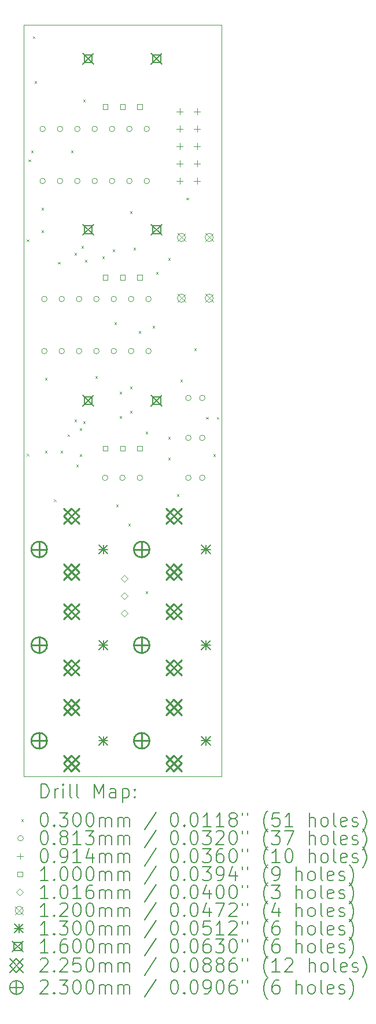
<source format=gbr>
%TF.GenerationSoftware,KiCad,Pcbnew,8.0.2*%
%TF.CreationDate,2024-05-21T21:49:58+01:00*%
%TF.ProjectId,3ch mix 1.6,33636820-6d69-4782-9031-2e362e6b6963,rev?*%
%TF.SameCoordinates,Original*%
%TF.FileFunction,Drillmap*%
%TF.FilePolarity,Positive*%
%FSLAX45Y45*%
G04 Gerber Fmt 4.5, Leading zero omitted, Abs format (unit mm)*
G04 Created by KiCad (PCBNEW 8.0.2) date 2024-05-21 21:49:58*
%MOMM*%
%LPD*%
G01*
G04 APERTURE LIST*
%ADD10C,0.050000*%
%ADD11C,0.200000*%
%ADD12C,0.100000*%
%ADD13C,0.101600*%
%ADD14C,0.120000*%
%ADD15C,0.130000*%
%ADD16C,0.160000*%
%ADD17C,0.225000*%
%ADD18C,0.230000*%
G04 APERTURE END LIST*
D10*
X13400110Y-5000360D02*
X13400110Y-16000360D01*
X13400110Y-16000360D02*
X16300110Y-16000360D01*
X16300110Y-5000360D02*
X13400110Y-5000360D01*
X16300110Y-16000360D02*
X16300110Y-5000360D01*
D11*
D12*
X13449410Y-8143110D02*
X13479410Y-8173110D01*
X13479410Y-8143110D02*
X13449410Y-8173110D01*
X13449410Y-11280010D02*
X13479410Y-11310010D01*
X13479410Y-11280010D02*
X13449410Y-11310010D01*
X13474810Y-6974710D02*
X13504810Y-7004710D01*
X13504810Y-6974710D02*
X13474810Y-7004710D01*
X13512910Y-6841360D02*
X13542910Y-6871360D01*
X13542910Y-6841360D02*
X13512910Y-6871360D01*
X13538310Y-5171310D02*
X13568310Y-5201310D01*
X13568310Y-5171310D02*
X13538310Y-5201310D01*
X13563710Y-5825360D02*
X13593710Y-5855360D01*
X13593710Y-5825360D02*
X13563710Y-5855360D01*
X13665310Y-7679560D02*
X13695310Y-7709560D01*
X13695310Y-7679560D02*
X13665310Y-7709560D01*
X13665310Y-8009760D02*
X13695310Y-8039760D01*
X13695310Y-8009760D02*
X13665310Y-8039760D01*
X13716110Y-10168760D02*
X13746110Y-10198760D01*
X13746110Y-10168760D02*
X13716110Y-10198760D01*
X13716110Y-11235560D02*
X13746110Y-11265560D01*
X13746110Y-11235560D02*
X13716110Y-11265560D01*
X13844310Y-11947960D02*
X13874310Y-11977960D01*
X13874310Y-11947960D02*
X13844310Y-11977960D01*
X13906610Y-8473310D02*
X13936610Y-8503310D01*
X13936610Y-8473310D02*
X13906610Y-8503310D01*
X13944710Y-11235560D02*
X13974710Y-11265560D01*
X13974710Y-11235560D02*
X13944710Y-11265560D01*
X14046310Y-10994260D02*
X14076310Y-11024260D01*
X14076310Y-10994260D02*
X14046310Y-11024260D01*
X14097110Y-6841360D02*
X14127110Y-6871360D01*
X14127110Y-6841360D02*
X14097110Y-6871360D01*
X14147910Y-8339960D02*
X14177910Y-8369960D01*
X14177910Y-8339960D02*
X14147910Y-8369960D01*
X14147910Y-10778360D02*
X14177910Y-10808360D01*
X14177910Y-10778360D02*
X14147910Y-10808360D01*
X14173310Y-11438760D02*
X14203310Y-11468760D01*
X14203310Y-11438760D02*
X14173310Y-11468760D01*
X14224110Y-10905360D02*
X14254110Y-10935360D01*
X14254110Y-10905360D02*
X14224110Y-10935360D01*
X14224110Y-11286360D02*
X14254110Y-11316360D01*
X14254110Y-11286360D02*
X14224110Y-11316360D01*
X14249510Y-8238360D02*
X14279510Y-8268360D01*
X14279510Y-8238360D02*
X14249510Y-8268360D01*
X14274910Y-6098410D02*
X14304910Y-6128410D01*
X14304910Y-6098410D02*
X14274910Y-6128410D01*
X14274910Y-10803760D02*
X14304910Y-10833760D01*
X14304910Y-10803760D02*
X14274910Y-10833760D01*
X14300310Y-8441560D02*
X14330310Y-8471560D01*
X14330310Y-8441560D02*
X14300310Y-8471560D01*
X14451110Y-10143360D02*
X14481110Y-10173360D01*
X14481110Y-10143360D02*
X14451110Y-10173360D01*
X14554310Y-8390760D02*
X14584310Y-8420760D01*
X14584310Y-8390760D02*
X14554310Y-8420760D01*
X14706710Y-8289160D02*
X14736710Y-8319160D01*
X14736710Y-8289160D02*
X14706710Y-8319160D01*
X14732110Y-9355960D02*
X14762110Y-9385960D01*
X14762110Y-9355960D02*
X14732110Y-9385960D01*
X14757510Y-12022960D02*
X14787510Y-12052960D01*
X14787510Y-12022960D02*
X14757510Y-12052960D01*
X14808310Y-10371960D02*
X14838310Y-10401960D01*
X14838310Y-10371960D02*
X14808310Y-10401960D01*
X14808310Y-10727560D02*
X14838310Y-10757560D01*
X14838310Y-10727560D02*
X14808310Y-10757560D01*
X14935310Y-12302360D02*
X14965310Y-12332360D01*
X14965310Y-12302360D02*
X14935310Y-12332360D01*
X14960710Y-7730360D02*
X14990710Y-7760360D01*
X14990710Y-7730360D02*
X14960710Y-7760360D01*
X14960710Y-10295760D02*
X14990710Y-10325760D01*
X14990710Y-10295760D02*
X14960710Y-10325760D01*
X14960710Y-10651360D02*
X14990710Y-10681360D01*
X14990710Y-10651360D02*
X14960710Y-10681360D01*
X15011510Y-8263760D02*
X15041510Y-8293760D01*
X15041510Y-8263760D02*
X15011510Y-8293760D01*
X15087710Y-9482960D02*
X15117710Y-9512960D01*
X15117710Y-9482960D02*
X15087710Y-9512960D01*
X15189310Y-10956160D02*
X15219310Y-10986160D01*
X15219310Y-10956160D02*
X15189310Y-10986160D01*
X15189310Y-13292960D02*
X15219310Y-13322960D01*
X15219310Y-13292960D02*
X15189310Y-13322960D01*
X15290910Y-9406760D02*
X15320910Y-9436760D01*
X15320910Y-9406760D02*
X15290910Y-9436760D01*
X15341710Y-8619360D02*
X15371710Y-8649360D01*
X15371710Y-8619360D02*
X15341710Y-8649360D01*
X15519510Y-8416160D02*
X15549510Y-8446160D01*
X15549510Y-8416160D02*
X15519510Y-8446160D01*
X15519510Y-11032360D02*
X15549510Y-11062360D01*
X15549510Y-11032360D02*
X15519510Y-11062360D01*
X15519510Y-11337160D02*
X15549510Y-11367160D01*
X15549510Y-11337160D02*
X15519510Y-11367160D01*
X15646510Y-11870560D02*
X15676510Y-11900560D01*
X15676510Y-11870560D02*
X15646510Y-11900560D01*
X15697310Y-10194160D02*
X15727310Y-10224160D01*
X15727310Y-10194160D02*
X15697310Y-10224160D01*
X15786210Y-7533510D02*
X15816210Y-7563510D01*
X15816210Y-7533510D02*
X15786210Y-7563510D01*
X15900510Y-9736960D02*
X15930510Y-9766960D01*
X15930510Y-9736960D02*
X15900510Y-9766960D01*
X16071960Y-10740260D02*
X16101960Y-10770260D01*
X16101960Y-10740260D02*
X16071960Y-10770260D01*
X16179910Y-11286360D02*
X16209910Y-11316360D01*
X16209910Y-11286360D02*
X16179910Y-11316360D01*
X16230710Y-10740260D02*
X16260710Y-10770260D01*
X16260710Y-10740260D02*
X16230710Y-10770260D01*
X13720950Y-6526160D02*
G75*
G02*
X13639670Y-6526160I-40640J0D01*
G01*
X13639670Y-6526160D02*
G75*
G02*
X13720950Y-6526160I40640J0D01*
G01*
X13720950Y-7288160D02*
G75*
G02*
X13639670Y-7288160I-40640J0D01*
G01*
X13639670Y-7288160D02*
G75*
G02*
X13720950Y-7288160I40640J0D01*
G01*
X13746350Y-9015360D02*
G75*
G02*
X13665070Y-9015360I-40640J0D01*
G01*
X13665070Y-9015360D02*
G75*
G02*
X13746350Y-9015360I40640J0D01*
G01*
X13746350Y-9777360D02*
G75*
G02*
X13665070Y-9777360I-40640J0D01*
G01*
X13665070Y-9777360D02*
G75*
G02*
X13746350Y-9777360I40640J0D01*
G01*
X13974950Y-6526160D02*
G75*
G02*
X13893670Y-6526160I-40640J0D01*
G01*
X13893670Y-6526160D02*
G75*
G02*
X13974950Y-6526160I40640J0D01*
G01*
X13974950Y-7288160D02*
G75*
G02*
X13893670Y-7288160I-40640J0D01*
G01*
X13893670Y-7288160D02*
G75*
G02*
X13974950Y-7288160I40640J0D01*
G01*
X14000350Y-9015360D02*
G75*
G02*
X13919070Y-9015360I-40640J0D01*
G01*
X13919070Y-9015360D02*
G75*
G02*
X14000350Y-9015360I40640J0D01*
G01*
X14000350Y-9777360D02*
G75*
G02*
X13919070Y-9777360I-40640J0D01*
G01*
X13919070Y-9777360D02*
G75*
G02*
X14000350Y-9777360I40640J0D01*
G01*
X14228950Y-6526160D02*
G75*
G02*
X14147670Y-6526160I-40640J0D01*
G01*
X14147670Y-6526160D02*
G75*
G02*
X14228950Y-6526160I40640J0D01*
G01*
X14228950Y-7288160D02*
G75*
G02*
X14147670Y-7288160I-40640J0D01*
G01*
X14147670Y-7288160D02*
G75*
G02*
X14228950Y-7288160I40640J0D01*
G01*
X14254350Y-9015360D02*
G75*
G02*
X14173070Y-9015360I-40640J0D01*
G01*
X14173070Y-9015360D02*
G75*
G02*
X14254350Y-9015360I40640J0D01*
G01*
X14254350Y-9777360D02*
G75*
G02*
X14173070Y-9777360I-40640J0D01*
G01*
X14173070Y-9777360D02*
G75*
G02*
X14254350Y-9777360I40640J0D01*
G01*
X14482950Y-6526160D02*
G75*
G02*
X14401670Y-6526160I-40640J0D01*
G01*
X14401670Y-6526160D02*
G75*
G02*
X14482950Y-6526160I40640J0D01*
G01*
X14482950Y-7288160D02*
G75*
G02*
X14401670Y-7288160I-40640J0D01*
G01*
X14401670Y-7288160D02*
G75*
G02*
X14482950Y-7288160I40640J0D01*
G01*
X14508350Y-9015360D02*
G75*
G02*
X14427070Y-9015360I-40640J0D01*
G01*
X14427070Y-9015360D02*
G75*
G02*
X14508350Y-9015360I40640J0D01*
G01*
X14508350Y-9777360D02*
G75*
G02*
X14427070Y-9777360I-40640J0D01*
G01*
X14427070Y-9777360D02*
G75*
G02*
X14508350Y-9777360I40640J0D01*
G01*
X14635350Y-11631560D02*
G75*
G02*
X14554070Y-11631560I-40640J0D01*
G01*
X14554070Y-11631560D02*
G75*
G02*
X14635350Y-11631560I40640J0D01*
G01*
X14736950Y-6526160D02*
G75*
G02*
X14655670Y-6526160I-40640J0D01*
G01*
X14655670Y-6526160D02*
G75*
G02*
X14736950Y-6526160I40640J0D01*
G01*
X14736950Y-7288160D02*
G75*
G02*
X14655670Y-7288160I-40640J0D01*
G01*
X14655670Y-7288160D02*
G75*
G02*
X14736950Y-7288160I40640J0D01*
G01*
X14762350Y-9015360D02*
G75*
G02*
X14681070Y-9015360I-40640J0D01*
G01*
X14681070Y-9015360D02*
G75*
G02*
X14762350Y-9015360I40640J0D01*
G01*
X14762350Y-9777360D02*
G75*
G02*
X14681070Y-9777360I-40640J0D01*
G01*
X14681070Y-9777360D02*
G75*
G02*
X14762350Y-9777360I40640J0D01*
G01*
X14889350Y-11631560D02*
G75*
G02*
X14808070Y-11631560I-40640J0D01*
G01*
X14808070Y-11631560D02*
G75*
G02*
X14889350Y-11631560I40640J0D01*
G01*
X14990950Y-6526160D02*
G75*
G02*
X14909670Y-6526160I-40640J0D01*
G01*
X14909670Y-6526160D02*
G75*
G02*
X14990950Y-6526160I40640J0D01*
G01*
X14990950Y-7288160D02*
G75*
G02*
X14909670Y-7288160I-40640J0D01*
G01*
X14909670Y-7288160D02*
G75*
G02*
X14990950Y-7288160I40640J0D01*
G01*
X15016350Y-9015360D02*
G75*
G02*
X14935070Y-9015360I-40640J0D01*
G01*
X14935070Y-9015360D02*
G75*
G02*
X15016350Y-9015360I40640J0D01*
G01*
X15016350Y-9777360D02*
G75*
G02*
X14935070Y-9777360I-40640J0D01*
G01*
X14935070Y-9777360D02*
G75*
G02*
X15016350Y-9777360I40640J0D01*
G01*
X15143350Y-11631560D02*
G75*
G02*
X15062070Y-11631560I-40640J0D01*
G01*
X15062070Y-11631560D02*
G75*
G02*
X15143350Y-11631560I40640J0D01*
G01*
X15244950Y-6526160D02*
G75*
G02*
X15163670Y-6526160I-40640J0D01*
G01*
X15163670Y-6526160D02*
G75*
G02*
X15244950Y-6526160I40640J0D01*
G01*
X15244950Y-7288160D02*
G75*
G02*
X15163670Y-7288160I-40640J0D01*
G01*
X15163670Y-7288160D02*
G75*
G02*
X15244950Y-7288160I40640J0D01*
G01*
X15270350Y-9015360D02*
G75*
G02*
X15189070Y-9015360I-40640J0D01*
G01*
X15189070Y-9015360D02*
G75*
G02*
X15270350Y-9015360I40640J0D01*
G01*
X15270350Y-9777360D02*
G75*
G02*
X15189070Y-9777360I-40640J0D01*
G01*
X15189070Y-9777360D02*
G75*
G02*
X15270350Y-9777360I40640J0D01*
G01*
X15854550Y-10463160D02*
G75*
G02*
X15773270Y-10463160I-40640J0D01*
G01*
X15773270Y-10463160D02*
G75*
G02*
X15854550Y-10463160I40640J0D01*
G01*
X15854550Y-11047360D02*
G75*
G02*
X15773270Y-11047360I-40640J0D01*
G01*
X15773270Y-11047360D02*
G75*
G02*
X15854550Y-11047360I40640J0D01*
G01*
X15854550Y-11631560D02*
G75*
G02*
X15773270Y-11631560I-40640J0D01*
G01*
X15773270Y-11631560D02*
G75*
G02*
X15854550Y-11631560I40640J0D01*
G01*
X16057750Y-10463160D02*
G75*
G02*
X15976470Y-10463160I-40640J0D01*
G01*
X15976470Y-10463160D02*
G75*
G02*
X16057750Y-10463160I40640J0D01*
G01*
X16057750Y-11047360D02*
G75*
G02*
X15976470Y-11047360I-40640J0D01*
G01*
X15976470Y-11047360D02*
G75*
G02*
X16057750Y-11047360I40640J0D01*
G01*
X16057750Y-11631560D02*
G75*
G02*
X15976470Y-11631560I-40640J0D01*
G01*
X15976470Y-11631560D02*
G75*
G02*
X16057750Y-11631560I40640J0D01*
G01*
X15686910Y-6226440D02*
X15686910Y-6317880D01*
X15641190Y-6272160D02*
X15732630Y-6272160D01*
X15686910Y-6480440D02*
X15686910Y-6571880D01*
X15641190Y-6526160D02*
X15732630Y-6526160D01*
X15686910Y-6734440D02*
X15686910Y-6825880D01*
X15641190Y-6780160D02*
X15732630Y-6780160D01*
X15686910Y-6988440D02*
X15686910Y-7079880D01*
X15641190Y-7034160D02*
X15732630Y-7034160D01*
X15686910Y-7242440D02*
X15686910Y-7333880D01*
X15641190Y-7288160D02*
X15732630Y-7288160D01*
X15940910Y-6226440D02*
X15940910Y-6317880D01*
X15895190Y-6272160D02*
X15986630Y-6272160D01*
X15940910Y-6480440D02*
X15940910Y-6571880D01*
X15895190Y-6526160D02*
X15986630Y-6526160D01*
X15940910Y-6734440D02*
X15940910Y-6825880D01*
X15895190Y-6780160D02*
X15986630Y-6780160D01*
X15940910Y-6988440D02*
X15940910Y-7079880D01*
X15895190Y-7034160D02*
X15986630Y-7034160D01*
X15940910Y-7242440D02*
X15940910Y-7333880D01*
X15895190Y-7288160D02*
X15986630Y-7288160D01*
X14635466Y-6235716D02*
X14635466Y-6165004D01*
X14564754Y-6165004D01*
X14564754Y-6235716D01*
X14635466Y-6235716D01*
X14635466Y-8735716D02*
X14635466Y-8665004D01*
X14564754Y-8665004D01*
X14564754Y-8735716D01*
X14635466Y-8735716D01*
X14635466Y-11235716D02*
X14635466Y-11165004D01*
X14564754Y-11165004D01*
X14564754Y-11235716D01*
X14635466Y-11235716D01*
X14885466Y-6235716D02*
X14885466Y-6165004D01*
X14814754Y-6165004D01*
X14814754Y-6235716D01*
X14885466Y-6235716D01*
X14885466Y-8735716D02*
X14885466Y-8665004D01*
X14814754Y-8665004D01*
X14814754Y-8735716D01*
X14885466Y-8735716D01*
X14885466Y-11235716D02*
X14885466Y-11165004D01*
X14814754Y-11165004D01*
X14814754Y-11235716D01*
X14885466Y-11235716D01*
X15135466Y-6235716D02*
X15135466Y-6165004D01*
X15064754Y-6165004D01*
X15064754Y-6235716D01*
X15135466Y-6235716D01*
X15135466Y-8735716D02*
X15135466Y-8665004D01*
X15064754Y-8665004D01*
X15064754Y-8735716D01*
X15135466Y-8735716D01*
X15135466Y-11235716D02*
X15135466Y-11165004D01*
X15064754Y-11165004D01*
X15064754Y-11235716D01*
X15135466Y-11235716D01*
D13*
X14874110Y-13155560D02*
X14924910Y-13104760D01*
X14874110Y-13053960D01*
X14823310Y-13104760D01*
X14874110Y-13155560D01*
X14874110Y-13409560D02*
X14924910Y-13358760D01*
X14874110Y-13307960D01*
X14823310Y-13358760D01*
X14874110Y-13409560D01*
X14874110Y-13663560D02*
X14924910Y-13612760D01*
X14874110Y-13561960D01*
X14823310Y-13612760D01*
X14874110Y-13663560D01*
D14*
X15652310Y-8053660D02*
X15772310Y-8173660D01*
X15772310Y-8053660D02*
X15652310Y-8173660D01*
X15772310Y-8113660D02*
G75*
G02*
X15652310Y-8113660I-60000J0D01*
G01*
X15652310Y-8113660D02*
G75*
G02*
X15772310Y-8113660I60000J0D01*
G01*
X15652310Y-8942660D02*
X15772310Y-9062660D01*
X15772310Y-8942660D02*
X15652310Y-9062660D01*
X15772310Y-9002660D02*
G75*
G02*
X15652310Y-9002660I-60000J0D01*
G01*
X15652310Y-9002660D02*
G75*
G02*
X15772310Y-9002660I60000J0D01*
G01*
X16058710Y-8053660D02*
X16178710Y-8173660D01*
X16178710Y-8053660D02*
X16058710Y-8173660D01*
X16178710Y-8113660D02*
G75*
G02*
X16058710Y-8113660I-60000J0D01*
G01*
X16058710Y-8113660D02*
G75*
G02*
X16178710Y-8113660I60000J0D01*
G01*
X16058710Y-8942660D02*
X16178710Y-9062660D01*
X16178710Y-8942660D02*
X16058710Y-9062660D01*
X16178710Y-9002660D02*
G75*
G02*
X16058710Y-9002660I-60000J0D01*
G01*
X16058710Y-9002660D02*
G75*
G02*
X16178710Y-9002660I60000J0D01*
G01*
D15*
X14505110Y-12615360D02*
X14635110Y-12745360D01*
X14635110Y-12615360D02*
X14505110Y-12745360D01*
X14570110Y-12615360D02*
X14570110Y-12745360D01*
X14505110Y-12680360D02*
X14635110Y-12680360D01*
X14505110Y-14015360D02*
X14635110Y-14145360D01*
X14635110Y-14015360D02*
X14505110Y-14145360D01*
X14570110Y-14015360D02*
X14570110Y-14145360D01*
X14505110Y-14080360D02*
X14635110Y-14080360D01*
X14505110Y-15415360D02*
X14635110Y-15545360D01*
X14635110Y-15415360D02*
X14505110Y-15545360D01*
X14570110Y-15415360D02*
X14570110Y-15545360D01*
X14505110Y-15480360D02*
X14635110Y-15480360D01*
X16005110Y-12615360D02*
X16135110Y-12745360D01*
X16135110Y-12615360D02*
X16005110Y-12745360D01*
X16070110Y-12615360D02*
X16070110Y-12745360D01*
X16005110Y-12680360D02*
X16135110Y-12680360D01*
X16005110Y-14015360D02*
X16135110Y-14145360D01*
X16135110Y-14015360D02*
X16005110Y-14145360D01*
X16070110Y-14015360D02*
X16070110Y-14145360D01*
X16005110Y-14080360D02*
X16135110Y-14080360D01*
X16005110Y-15415360D02*
X16135110Y-15545360D01*
X16135110Y-15415360D02*
X16005110Y-15545360D01*
X16070110Y-15415360D02*
X16070110Y-15545360D01*
X16005110Y-15480360D02*
X16135110Y-15480360D01*
D16*
X14270110Y-5420360D02*
X14430110Y-5580360D01*
X14430110Y-5420360D02*
X14270110Y-5580360D01*
X14406679Y-5556929D02*
X14406679Y-5443791D01*
X14293541Y-5443791D01*
X14293541Y-5556929D01*
X14406679Y-5556929D01*
X14270110Y-7920360D02*
X14430110Y-8080360D01*
X14430110Y-7920360D02*
X14270110Y-8080360D01*
X14406679Y-8056929D02*
X14406679Y-7943791D01*
X14293541Y-7943791D01*
X14293541Y-8056929D01*
X14406679Y-8056929D01*
X14270110Y-10420360D02*
X14430110Y-10580360D01*
X14430110Y-10420360D02*
X14270110Y-10580360D01*
X14406679Y-10556929D02*
X14406679Y-10443791D01*
X14293541Y-10443791D01*
X14293541Y-10556929D01*
X14406679Y-10556929D01*
X15270110Y-5420360D02*
X15430110Y-5580360D01*
X15430110Y-5420360D02*
X15270110Y-5580360D01*
X15406679Y-5556929D02*
X15406679Y-5443791D01*
X15293541Y-5443791D01*
X15293541Y-5556929D01*
X15406679Y-5556929D01*
X15270110Y-7920360D02*
X15430110Y-8080360D01*
X15430110Y-7920360D02*
X15270110Y-8080360D01*
X15406679Y-8056929D02*
X15406679Y-7943791D01*
X15293541Y-7943791D01*
X15293541Y-8056929D01*
X15406679Y-8056929D01*
X15270110Y-10420360D02*
X15430110Y-10580360D01*
X15430110Y-10420360D02*
X15270110Y-10580360D01*
X15406679Y-10556929D02*
X15406679Y-10443791D01*
X15293541Y-10443791D01*
X15293541Y-10556929D01*
X15406679Y-10556929D01*
D17*
X13987610Y-12077860D02*
X14212610Y-12302860D01*
X14212610Y-12077860D02*
X13987610Y-12302860D01*
X14100110Y-12302860D02*
X14212610Y-12190360D01*
X14100110Y-12077860D01*
X13987610Y-12190360D01*
X14100110Y-12302860D01*
X13987610Y-12897860D02*
X14212610Y-13122860D01*
X14212610Y-12897860D02*
X13987610Y-13122860D01*
X14100110Y-13122860D02*
X14212610Y-13010360D01*
X14100110Y-12897860D01*
X13987610Y-13010360D01*
X14100110Y-13122860D01*
X13987610Y-13477860D02*
X14212610Y-13702860D01*
X14212610Y-13477860D02*
X13987610Y-13702860D01*
X14100110Y-13702860D02*
X14212610Y-13590360D01*
X14100110Y-13477860D01*
X13987610Y-13590360D01*
X14100110Y-13702860D01*
X13987610Y-14297860D02*
X14212610Y-14522860D01*
X14212610Y-14297860D02*
X13987610Y-14522860D01*
X14100110Y-14522860D02*
X14212610Y-14410360D01*
X14100110Y-14297860D01*
X13987610Y-14410360D01*
X14100110Y-14522860D01*
X13987610Y-14877860D02*
X14212610Y-15102860D01*
X14212610Y-14877860D02*
X13987610Y-15102860D01*
X14100110Y-15102860D02*
X14212610Y-14990360D01*
X14100110Y-14877860D01*
X13987610Y-14990360D01*
X14100110Y-15102860D01*
X13987610Y-15697860D02*
X14212610Y-15922860D01*
X14212610Y-15697860D02*
X13987610Y-15922860D01*
X14100110Y-15922860D02*
X14212610Y-15810360D01*
X14100110Y-15697860D01*
X13987610Y-15810360D01*
X14100110Y-15922860D01*
X15487610Y-12077860D02*
X15712610Y-12302860D01*
X15712610Y-12077860D02*
X15487610Y-12302860D01*
X15600110Y-12302860D02*
X15712610Y-12190360D01*
X15600110Y-12077860D01*
X15487610Y-12190360D01*
X15600110Y-12302860D01*
X15487610Y-12897860D02*
X15712610Y-13122860D01*
X15712610Y-12897860D02*
X15487610Y-13122860D01*
X15600110Y-13122860D02*
X15712610Y-13010360D01*
X15600110Y-12897860D01*
X15487610Y-13010360D01*
X15600110Y-13122860D01*
X15487610Y-13477860D02*
X15712610Y-13702860D01*
X15712610Y-13477860D02*
X15487610Y-13702860D01*
X15600110Y-13702860D02*
X15712610Y-13590360D01*
X15600110Y-13477860D01*
X15487610Y-13590360D01*
X15600110Y-13702860D01*
X15487610Y-14297860D02*
X15712610Y-14522860D01*
X15712610Y-14297860D02*
X15487610Y-14522860D01*
X15600110Y-14522860D02*
X15712610Y-14410360D01*
X15600110Y-14297860D01*
X15487610Y-14410360D01*
X15600110Y-14522860D01*
X15487610Y-14877860D02*
X15712610Y-15102860D01*
X15712610Y-14877860D02*
X15487610Y-15102860D01*
X15600110Y-15102860D02*
X15712610Y-14990360D01*
X15600110Y-14877860D01*
X15487610Y-14990360D01*
X15600110Y-15102860D01*
X15487610Y-15697860D02*
X15712610Y-15922860D01*
X15712610Y-15697860D02*
X15487610Y-15922860D01*
X15600110Y-15922860D02*
X15712610Y-15810360D01*
X15600110Y-15697860D01*
X15487610Y-15810360D01*
X15600110Y-15922860D01*
D18*
X13630110Y-12565360D02*
X13630110Y-12795360D01*
X13515110Y-12680360D02*
X13745110Y-12680360D01*
X13745110Y-12680360D02*
G75*
G02*
X13515110Y-12680360I-115000J0D01*
G01*
X13515110Y-12680360D02*
G75*
G02*
X13745110Y-12680360I115000J0D01*
G01*
X13630110Y-13965360D02*
X13630110Y-14195360D01*
X13515110Y-14080360D02*
X13745110Y-14080360D01*
X13745110Y-14080360D02*
G75*
G02*
X13515110Y-14080360I-115000J0D01*
G01*
X13515110Y-14080360D02*
G75*
G02*
X13745110Y-14080360I115000J0D01*
G01*
X13630110Y-15365360D02*
X13630110Y-15595360D01*
X13515110Y-15480360D02*
X13745110Y-15480360D01*
X13745110Y-15480360D02*
G75*
G02*
X13515110Y-15480360I-115000J0D01*
G01*
X13515110Y-15480360D02*
G75*
G02*
X13745110Y-15480360I115000J0D01*
G01*
X15130110Y-12565360D02*
X15130110Y-12795360D01*
X15015110Y-12680360D02*
X15245110Y-12680360D01*
X15245110Y-12680360D02*
G75*
G02*
X15015110Y-12680360I-115000J0D01*
G01*
X15015110Y-12680360D02*
G75*
G02*
X15245110Y-12680360I115000J0D01*
G01*
X15130110Y-13965360D02*
X15130110Y-14195360D01*
X15015110Y-14080360D02*
X15245110Y-14080360D01*
X15245110Y-14080360D02*
G75*
G02*
X15015110Y-14080360I-115000J0D01*
G01*
X15015110Y-14080360D02*
G75*
G02*
X15245110Y-14080360I115000J0D01*
G01*
X15130110Y-15365360D02*
X15130110Y-15595360D01*
X15015110Y-15480360D02*
X15245110Y-15480360D01*
X15245110Y-15480360D02*
G75*
G02*
X15015110Y-15480360I-115000J0D01*
G01*
X15015110Y-15480360D02*
G75*
G02*
X15245110Y-15480360I115000J0D01*
G01*
D11*
X13658387Y-16314344D02*
X13658387Y-16114344D01*
X13658387Y-16114344D02*
X13706006Y-16114344D01*
X13706006Y-16114344D02*
X13734577Y-16123868D01*
X13734577Y-16123868D02*
X13753625Y-16142915D01*
X13753625Y-16142915D02*
X13763149Y-16161963D01*
X13763149Y-16161963D02*
X13772672Y-16200058D01*
X13772672Y-16200058D02*
X13772672Y-16228629D01*
X13772672Y-16228629D02*
X13763149Y-16266725D01*
X13763149Y-16266725D02*
X13753625Y-16285772D01*
X13753625Y-16285772D02*
X13734577Y-16304820D01*
X13734577Y-16304820D02*
X13706006Y-16314344D01*
X13706006Y-16314344D02*
X13658387Y-16314344D01*
X13858387Y-16314344D02*
X13858387Y-16181010D01*
X13858387Y-16219106D02*
X13867911Y-16200058D01*
X13867911Y-16200058D02*
X13877434Y-16190534D01*
X13877434Y-16190534D02*
X13896482Y-16181010D01*
X13896482Y-16181010D02*
X13915530Y-16181010D01*
X13982196Y-16314344D02*
X13982196Y-16181010D01*
X13982196Y-16114344D02*
X13972672Y-16123868D01*
X13972672Y-16123868D02*
X13982196Y-16133391D01*
X13982196Y-16133391D02*
X13991720Y-16123868D01*
X13991720Y-16123868D02*
X13982196Y-16114344D01*
X13982196Y-16114344D02*
X13982196Y-16133391D01*
X14106006Y-16314344D02*
X14086958Y-16304820D01*
X14086958Y-16304820D02*
X14077434Y-16285772D01*
X14077434Y-16285772D02*
X14077434Y-16114344D01*
X14210768Y-16314344D02*
X14191720Y-16304820D01*
X14191720Y-16304820D02*
X14182196Y-16285772D01*
X14182196Y-16285772D02*
X14182196Y-16114344D01*
X14439339Y-16314344D02*
X14439339Y-16114344D01*
X14439339Y-16114344D02*
X14506006Y-16257201D01*
X14506006Y-16257201D02*
X14572672Y-16114344D01*
X14572672Y-16114344D02*
X14572672Y-16314344D01*
X14753625Y-16314344D02*
X14753625Y-16209582D01*
X14753625Y-16209582D02*
X14744101Y-16190534D01*
X14744101Y-16190534D02*
X14725053Y-16181010D01*
X14725053Y-16181010D02*
X14686958Y-16181010D01*
X14686958Y-16181010D02*
X14667911Y-16190534D01*
X14753625Y-16304820D02*
X14734577Y-16314344D01*
X14734577Y-16314344D02*
X14686958Y-16314344D01*
X14686958Y-16314344D02*
X14667911Y-16304820D01*
X14667911Y-16304820D02*
X14658387Y-16285772D01*
X14658387Y-16285772D02*
X14658387Y-16266725D01*
X14658387Y-16266725D02*
X14667911Y-16247677D01*
X14667911Y-16247677D02*
X14686958Y-16238153D01*
X14686958Y-16238153D02*
X14734577Y-16238153D01*
X14734577Y-16238153D02*
X14753625Y-16228629D01*
X14848863Y-16181010D02*
X14848863Y-16381010D01*
X14848863Y-16190534D02*
X14867911Y-16181010D01*
X14867911Y-16181010D02*
X14906006Y-16181010D01*
X14906006Y-16181010D02*
X14925053Y-16190534D01*
X14925053Y-16190534D02*
X14934577Y-16200058D01*
X14934577Y-16200058D02*
X14944101Y-16219106D01*
X14944101Y-16219106D02*
X14944101Y-16276248D01*
X14944101Y-16276248D02*
X14934577Y-16295296D01*
X14934577Y-16295296D02*
X14925053Y-16304820D01*
X14925053Y-16304820D02*
X14906006Y-16314344D01*
X14906006Y-16314344D02*
X14867911Y-16314344D01*
X14867911Y-16314344D02*
X14848863Y-16304820D01*
X15029815Y-16295296D02*
X15039339Y-16304820D01*
X15039339Y-16304820D02*
X15029815Y-16314344D01*
X15029815Y-16314344D02*
X15020292Y-16304820D01*
X15020292Y-16304820D02*
X15029815Y-16295296D01*
X15029815Y-16295296D02*
X15029815Y-16314344D01*
X15029815Y-16190534D02*
X15039339Y-16200058D01*
X15039339Y-16200058D02*
X15029815Y-16209582D01*
X15029815Y-16209582D02*
X15020292Y-16200058D01*
X15020292Y-16200058D02*
X15029815Y-16190534D01*
X15029815Y-16190534D02*
X15029815Y-16209582D01*
D12*
X13367610Y-16627860D02*
X13397610Y-16657860D01*
X13397610Y-16627860D02*
X13367610Y-16657860D01*
D11*
X13696482Y-16534344D02*
X13715530Y-16534344D01*
X13715530Y-16534344D02*
X13734577Y-16543868D01*
X13734577Y-16543868D02*
X13744101Y-16553391D01*
X13744101Y-16553391D02*
X13753625Y-16572439D01*
X13753625Y-16572439D02*
X13763149Y-16610534D01*
X13763149Y-16610534D02*
X13763149Y-16658153D01*
X13763149Y-16658153D02*
X13753625Y-16696248D01*
X13753625Y-16696248D02*
X13744101Y-16715296D01*
X13744101Y-16715296D02*
X13734577Y-16724820D01*
X13734577Y-16724820D02*
X13715530Y-16734344D01*
X13715530Y-16734344D02*
X13696482Y-16734344D01*
X13696482Y-16734344D02*
X13677434Y-16724820D01*
X13677434Y-16724820D02*
X13667911Y-16715296D01*
X13667911Y-16715296D02*
X13658387Y-16696248D01*
X13658387Y-16696248D02*
X13648863Y-16658153D01*
X13648863Y-16658153D02*
X13648863Y-16610534D01*
X13648863Y-16610534D02*
X13658387Y-16572439D01*
X13658387Y-16572439D02*
X13667911Y-16553391D01*
X13667911Y-16553391D02*
X13677434Y-16543868D01*
X13677434Y-16543868D02*
X13696482Y-16534344D01*
X13848863Y-16715296D02*
X13858387Y-16724820D01*
X13858387Y-16724820D02*
X13848863Y-16734344D01*
X13848863Y-16734344D02*
X13839339Y-16724820D01*
X13839339Y-16724820D02*
X13848863Y-16715296D01*
X13848863Y-16715296D02*
X13848863Y-16734344D01*
X13925053Y-16534344D02*
X14048863Y-16534344D01*
X14048863Y-16534344D02*
X13982196Y-16610534D01*
X13982196Y-16610534D02*
X14010768Y-16610534D01*
X14010768Y-16610534D02*
X14029815Y-16620058D01*
X14029815Y-16620058D02*
X14039339Y-16629582D01*
X14039339Y-16629582D02*
X14048863Y-16648629D01*
X14048863Y-16648629D02*
X14048863Y-16696248D01*
X14048863Y-16696248D02*
X14039339Y-16715296D01*
X14039339Y-16715296D02*
X14029815Y-16724820D01*
X14029815Y-16724820D02*
X14010768Y-16734344D01*
X14010768Y-16734344D02*
X13953625Y-16734344D01*
X13953625Y-16734344D02*
X13934577Y-16724820D01*
X13934577Y-16724820D02*
X13925053Y-16715296D01*
X14172672Y-16534344D02*
X14191720Y-16534344D01*
X14191720Y-16534344D02*
X14210768Y-16543868D01*
X14210768Y-16543868D02*
X14220292Y-16553391D01*
X14220292Y-16553391D02*
X14229815Y-16572439D01*
X14229815Y-16572439D02*
X14239339Y-16610534D01*
X14239339Y-16610534D02*
X14239339Y-16658153D01*
X14239339Y-16658153D02*
X14229815Y-16696248D01*
X14229815Y-16696248D02*
X14220292Y-16715296D01*
X14220292Y-16715296D02*
X14210768Y-16724820D01*
X14210768Y-16724820D02*
X14191720Y-16734344D01*
X14191720Y-16734344D02*
X14172672Y-16734344D01*
X14172672Y-16734344D02*
X14153625Y-16724820D01*
X14153625Y-16724820D02*
X14144101Y-16715296D01*
X14144101Y-16715296D02*
X14134577Y-16696248D01*
X14134577Y-16696248D02*
X14125053Y-16658153D01*
X14125053Y-16658153D02*
X14125053Y-16610534D01*
X14125053Y-16610534D02*
X14134577Y-16572439D01*
X14134577Y-16572439D02*
X14144101Y-16553391D01*
X14144101Y-16553391D02*
X14153625Y-16543868D01*
X14153625Y-16543868D02*
X14172672Y-16534344D01*
X14363149Y-16534344D02*
X14382196Y-16534344D01*
X14382196Y-16534344D02*
X14401244Y-16543868D01*
X14401244Y-16543868D02*
X14410768Y-16553391D01*
X14410768Y-16553391D02*
X14420292Y-16572439D01*
X14420292Y-16572439D02*
X14429815Y-16610534D01*
X14429815Y-16610534D02*
X14429815Y-16658153D01*
X14429815Y-16658153D02*
X14420292Y-16696248D01*
X14420292Y-16696248D02*
X14410768Y-16715296D01*
X14410768Y-16715296D02*
X14401244Y-16724820D01*
X14401244Y-16724820D02*
X14382196Y-16734344D01*
X14382196Y-16734344D02*
X14363149Y-16734344D01*
X14363149Y-16734344D02*
X14344101Y-16724820D01*
X14344101Y-16724820D02*
X14334577Y-16715296D01*
X14334577Y-16715296D02*
X14325053Y-16696248D01*
X14325053Y-16696248D02*
X14315530Y-16658153D01*
X14315530Y-16658153D02*
X14315530Y-16610534D01*
X14315530Y-16610534D02*
X14325053Y-16572439D01*
X14325053Y-16572439D02*
X14334577Y-16553391D01*
X14334577Y-16553391D02*
X14344101Y-16543868D01*
X14344101Y-16543868D02*
X14363149Y-16534344D01*
X14515530Y-16734344D02*
X14515530Y-16601010D01*
X14515530Y-16620058D02*
X14525053Y-16610534D01*
X14525053Y-16610534D02*
X14544101Y-16601010D01*
X14544101Y-16601010D02*
X14572673Y-16601010D01*
X14572673Y-16601010D02*
X14591720Y-16610534D01*
X14591720Y-16610534D02*
X14601244Y-16629582D01*
X14601244Y-16629582D02*
X14601244Y-16734344D01*
X14601244Y-16629582D02*
X14610768Y-16610534D01*
X14610768Y-16610534D02*
X14629815Y-16601010D01*
X14629815Y-16601010D02*
X14658387Y-16601010D01*
X14658387Y-16601010D02*
X14677434Y-16610534D01*
X14677434Y-16610534D02*
X14686958Y-16629582D01*
X14686958Y-16629582D02*
X14686958Y-16734344D01*
X14782196Y-16734344D02*
X14782196Y-16601010D01*
X14782196Y-16620058D02*
X14791720Y-16610534D01*
X14791720Y-16610534D02*
X14810768Y-16601010D01*
X14810768Y-16601010D02*
X14839339Y-16601010D01*
X14839339Y-16601010D02*
X14858387Y-16610534D01*
X14858387Y-16610534D02*
X14867911Y-16629582D01*
X14867911Y-16629582D02*
X14867911Y-16734344D01*
X14867911Y-16629582D02*
X14877434Y-16610534D01*
X14877434Y-16610534D02*
X14896482Y-16601010D01*
X14896482Y-16601010D02*
X14925053Y-16601010D01*
X14925053Y-16601010D02*
X14944101Y-16610534D01*
X14944101Y-16610534D02*
X14953625Y-16629582D01*
X14953625Y-16629582D02*
X14953625Y-16734344D01*
X15344101Y-16524820D02*
X15172673Y-16781963D01*
X15601244Y-16534344D02*
X15620292Y-16534344D01*
X15620292Y-16534344D02*
X15639339Y-16543868D01*
X15639339Y-16543868D02*
X15648863Y-16553391D01*
X15648863Y-16553391D02*
X15658387Y-16572439D01*
X15658387Y-16572439D02*
X15667911Y-16610534D01*
X15667911Y-16610534D02*
X15667911Y-16658153D01*
X15667911Y-16658153D02*
X15658387Y-16696248D01*
X15658387Y-16696248D02*
X15648863Y-16715296D01*
X15648863Y-16715296D02*
X15639339Y-16724820D01*
X15639339Y-16724820D02*
X15620292Y-16734344D01*
X15620292Y-16734344D02*
X15601244Y-16734344D01*
X15601244Y-16734344D02*
X15582196Y-16724820D01*
X15582196Y-16724820D02*
X15572673Y-16715296D01*
X15572673Y-16715296D02*
X15563149Y-16696248D01*
X15563149Y-16696248D02*
X15553625Y-16658153D01*
X15553625Y-16658153D02*
X15553625Y-16610534D01*
X15553625Y-16610534D02*
X15563149Y-16572439D01*
X15563149Y-16572439D02*
X15572673Y-16553391D01*
X15572673Y-16553391D02*
X15582196Y-16543868D01*
X15582196Y-16543868D02*
X15601244Y-16534344D01*
X15753625Y-16715296D02*
X15763149Y-16724820D01*
X15763149Y-16724820D02*
X15753625Y-16734344D01*
X15753625Y-16734344D02*
X15744101Y-16724820D01*
X15744101Y-16724820D02*
X15753625Y-16715296D01*
X15753625Y-16715296D02*
X15753625Y-16734344D01*
X15886958Y-16534344D02*
X15906006Y-16534344D01*
X15906006Y-16534344D02*
X15925054Y-16543868D01*
X15925054Y-16543868D02*
X15934577Y-16553391D01*
X15934577Y-16553391D02*
X15944101Y-16572439D01*
X15944101Y-16572439D02*
X15953625Y-16610534D01*
X15953625Y-16610534D02*
X15953625Y-16658153D01*
X15953625Y-16658153D02*
X15944101Y-16696248D01*
X15944101Y-16696248D02*
X15934577Y-16715296D01*
X15934577Y-16715296D02*
X15925054Y-16724820D01*
X15925054Y-16724820D02*
X15906006Y-16734344D01*
X15906006Y-16734344D02*
X15886958Y-16734344D01*
X15886958Y-16734344D02*
X15867911Y-16724820D01*
X15867911Y-16724820D02*
X15858387Y-16715296D01*
X15858387Y-16715296D02*
X15848863Y-16696248D01*
X15848863Y-16696248D02*
X15839339Y-16658153D01*
X15839339Y-16658153D02*
X15839339Y-16610534D01*
X15839339Y-16610534D02*
X15848863Y-16572439D01*
X15848863Y-16572439D02*
X15858387Y-16553391D01*
X15858387Y-16553391D02*
X15867911Y-16543868D01*
X15867911Y-16543868D02*
X15886958Y-16534344D01*
X16144101Y-16734344D02*
X16029816Y-16734344D01*
X16086958Y-16734344D02*
X16086958Y-16534344D01*
X16086958Y-16534344D02*
X16067911Y-16562915D01*
X16067911Y-16562915D02*
X16048863Y-16581963D01*
X16048863Y-16581963D02*
X16029816Y-16591487D01*
X16334577Y-16734344D02*
X16220292Y-16734344D01*
X16277435Y-16734344D02*
X16277435Y-16534344D01*
X16277435Y-16534344D02*
X16258387Y-16562915D01*
X16258387Y-16562915D02*
X16239339Y-16581963D01*
X16239339Y-16581963D02*
X16220292Y-16591487D01*
X16448863Y-16620058D02*
X16429816Y-16610534D01*
X16429816Y-16610534D02*
X16420292Y-16601010D01*
X16420292Y-16601010D02*
X16410768Y-16581963D01*
X16410768Y-16581963D02*
X16410768Y-16572439D01*
X16410768Y-16572439D02*
X16420292Y-16553391D01*
X16420292Y-16553391D02*
X16429816Y-16543868D01*
X16429816Y-16543868D02*
X16448863Y-16534344D01*
X16448863Y-16534344D02*
X16486958Y-16534344D01*
X16486958Y-16534344D02*
X16506006Y-16543868D01*
X16506006Y-16543868D02*
X16515530Y-16553391D01*
X16515530Y-16553391D02*
X16525054Y-16572439D01*
X16525054Y-16572439D02*
X16525054Y-16581963D01*
X16525054Y-16581963D02*
X16515530Y-16601010D01*
X16515530Y-16601010D02*
X16506006Y-16610534D01*
X16506006Y-16610534D02*
X16486958Y-16620058D01*
X16486958Y-16620058D02*
X16448863Y-16620058D01*
X16448863Y-16620058D02*
X16429816Y-16629582D01*
X16429816Y-16629582D02*
X16420292Y-16639106D01*
X16420292Y-16639106D02*
X16410768Y-16658153D01*
X16410768Y-16658153D02*
X16410768Y-16696248D01*
X16410768Y-16696248D02*
X16420292Y-16715296D01*
X16420292Y-16715296D02*
X16429816Y-16724820D01*
X16429816Y-16724820D02*
X16448863Y-16734344D01*
X16448863Y-16734344D02*
X16486958Y-16734344D01*
X16486958Y-16734344D02*
X16506006Y-16724820D01*
X16506006Y-16724820D02*
X16515530Y-16715296D01*
X16515530Y-16715296D02*
X16525054Y-16696248D01*
X16525054Y-16696248D02*
X16525054Y-16658153D01*
X16525054Y-16658153D02*
X16515530Y-16639106D01*
X16515530Y-16639106D02*
X16506006Y-16629582D01*
X16506006Y-16629582D02*
X16486958Y-16620058D01*
X16601244Y-16534344D02*
X16601244Y-16572439D01*
X16677435Y-16534344D02*
X16677435Y-16572439D01*
X16972673Y-16810534D02*
X16963149Y-16801010D01*
X16963149Y-16801010D02*
X16944101Y-16772439D01*
X16944101Y-16772439D02*
X16934578Y-16753391D01*
X16934578Y-16753391D02*
X16925054Y-16724820D01*
X16925054Y-16724820D02*
X16915530Y-16677201D01*
X16915530Y-16677201D02*
X16915530Y-16639106D01*
X16915530Y-16639106D02*
X16925054Y-16591487D01*
X16925054Y-16591487D02*
X16934578Y-16562915D01*
X16934578Y-16562915D02*
X16944101Y-16543868D01*
X16944101Y-16543868D02*
X16963149Y-16515296D01*
X16963149Y-16515296D02*
X16972673Y-16505772D01*
X17144101Y-16534344D02*
X17048863Y-16534344D01*
X17048863Y-16534344D02*
X17039340Y-16629582D01*
X17039340Y-16629582D02*
X17048863Y-16620058D01*
X17048863Y-16620058D02*
X17067911Y-16610534D01*
X17067911Y-16610534D02*
X17115530Y-16610534D01*
X17115530Y-16610534D02*
X17134578Y-16620058D01*
X17134578Y-16620058D02*
X17144101Y-16629582D01*
X17144101Y-16629582D02*
X17153625Y-16648629D01*
X17153625Y-16648629D02*
X17153625Y-16696248D01*
X17153625Y-16696248D02*
X17144101Y-16715296D01*
X17144101Y-16715296D02*
X17134578Y-16724820D01*
X17134578Y-16724820D02*
X17115530Y-16734344D01*
X17115530Y-16734344D02*
X17067911Y-16734344D01*
X17067911Y-16734344D02*
X17048863Y-16724820D01*
X17048863Y-16724820D02*
X17039340Y-16715296D01*
X17344101Y-16734344D02*
X17229816Y-16734344D01*
X17286959Y-16734344D02*
X17286959Y-16534344D01*
X17286959Y-16534344D02*
X17267911Y-16562915D01*
X17267911Y-16562915D02*
X17248863Y-16581963D01*
X17248863Y-16581963D02*
X17229816Y-16591487D01*
X17582197Y-16734344D02*
X17582197Y-16534344D01*
X17667911Y-16734344D02*
X17667911Y-16629582D01*
X17667911Y-16629582D02*
X17658387Y-16610534D01*
X17658387Y-16610534D02*
X17639340Y-16601010D01*
X17639340Y-16601010D02*
X17610768Y-16601010D01*
X17610768Y-16601010D02*
X17591721Y-16610534D01*
X17591721Y-16610534D02*
X17582197Y-16620058D01*
X17791721Y-16734344D02*
X17772673Y-16724820D01*
X17772673Y-16724820D02*
X17763149Y-16715296D01*
X17763149Y-16715296D02*
X17753625Y-16696248D01*
X17753625Y-16696248D02*
X17753625Y-16639106D01*
X17753625Y-16639106D02*
X17763149Y-16620058D01*
X17763149Y-16620058D02*
X17772673Y-16610534D01*
X17772673Y-16610534D02*
X17791721Y-16601010D01*
X17791721Y-16601010D02*
X17820292Y-16601010D01*
X17820292Y-16601010D02*
X17839340Y-16610534D01*
X17839340Y-16610534D02*
X17848863Y-16620058D01*
X17848863Y-16620058D02*
X17858387Y-16639106D01*
X17858387Y-16639106D02*
X17858387Y-16696248D01*
X17858387Y-16696248D02*
X17848863Y-16715296D01*
X17848863Y-16715296D02*
X17839340Y-16724820D01*
X17839340Y-16724820D02*
X17820292Y-16734344D01*
X17820292Y-16734344D02*
X17791721Y-16734344D01*
X17972673Y-16734344D02*
X17953625Y-16724820D01*
X17953625Y-16724820D02*
X17944102Y-16705772D01*
X17944102Y-16705772D02*
X17944102Y-16534344D01*
X18125054Y-16724820D02*
X18106006Y-16734344D01*
X18106006Y-16734344D02*
X18067911Y-16734344D01*
X18067911Y-16734344D02*
X18048863Y-16724820D01*
X18048863Y-16724820D02*
X18039340Y-16705772D01*
X18039340Y-16705772D02*
X18039340Y-16629582D01*
X18039340Y-16629582D02*
X18048863Y-16610534D01*
X18048863Y-16610534D02*
X18067911Y-16601010D01*
X18067911Y-16601010D02*
X18106006Y-16601010D01*
X18106006Y-16601010D02*
X18125054Y-16610534D01*
X18125054Y-16610534D02*
X18134578Y-16629582D01*
X18134578Y-16629582D02*
X18134578Y-16648629D01*
X18134578Y-16648629D02*
X18039340Y-16667677D01*
X18210768Y-16724820D02*
X18229816Y-16734344D01*
X18229816Y-16734344D02*
X18267911Y-16734344D01*
X18267911Y-16734344D02*
X18286959Y-16724820D01*
X18286959Y-16724820D02*
X18296483Y-16705772D01*
X18296483Y-16705772D02*
X18296483Y-16696248D01*
X18296483Y-16696248D02*
X18286959Y-16677201D01*
X18286959Y-16677201D02*
X18267911Y-16667677D01*
X18267911Y-16667677D02*
X18239340Y-16667677D01*
X18239340Y-16667677D02*
X18220292Y-16658153D01*
X18220292Y-16658153D02*
X18210768Y-16639106D01*
X18210768Y-16639106D02*
X18210768Y-16629582D01*
X18210768Y-16629582D02*
X18220292Y-16610534D01*
X18220292Y-16610534D02*
X18239340Y-16601010D01*
X18239340Y-16601010D02*
X18267911Y-16601010D01*
X18267911Y-16601010D02*
X18286959Y-16610534D01*
X18363149Y-16810534D02*
X18372673Y-16801010D01*
X18372673Y-16801010D02*
X18391721Y-16772439D01*
X18391721Y-16772439D02*
X18401244Y-16753391D01*
X18401244Y-16753391D02*
X18410768Y-16724820D01*
X18410768Y-16724820D02*
X18420292Y-16677201D01*
X18420292Y-16677201D02*
X18420292Y-16639106D01*
X18420292Y-16639106D02*
X18410768Y-16591487D01*
X18410768Y-16591487D02*
X18401244Y-16562915D01*
X18401244Y-16562915D02*
X18391721Y-16543868D01*
X18391721Y-16543868D02*
X18372673Y-16515296D01*
X18372673Y-16515296D02*
X18363149Y-16505772D01*
D12*
X13397610Y-16906860D02*
G75*
G02*
X13316330Y-16906860I-40640J0D01*
G01*
X13316330Y-16906860D02*
G75*
G02*
X13397610Y-16906860I40640J0D01*
G01*
D11*
X13696482Y-16798344D02*
X13715530Y-16798344D01*
X13715530Y-16798344D02*
X13734577Y-16807868D01*
X13734577Y-16807868D02*
X13744101Y-16817391D01*
X13744101Y-16817391D02*
X13753625Y-16836439D01*
X13753625Y-16836439D02*
X13763149Y-16874534D01*
X13763149Y-16874534D02*
X13763149Y-16922153D01*
X13763149Y-16922153D02*
X13753625Y-16960249D01*
X13753625Y-16960249D02*
X13744101Y-16979296D01*
X13744101Y-16979296D02*
X13734577Y-16988820D01*
X13734577Y-16988820D02*
X13715530Y-16998344D01*
X13715530Y-16998344D02*
X13696482Y-16998344D01*
X13696482Y-16998344D02*
X13677434Y-16988820D01*
X13677434Y-16988820D02*
X13667911Y-16979296D01*
X13667911Y-16979296D02*
X13658387Y-16960249D01*
X13658387Y-16960249D02*
X13648863Y-16922153D01*
X13648863Y-16922153D02*
X13648863Y-16874534D01*
X13648863Y-16874534D02*
X13658387Y-16836439D01*
X13658387Y-16836439D02*
X13667911Y-16817391D01*
X13667911Y-16817391D02*
X13677434Y-16807868D01*
X13677434Y-16807868D02*
X13696482Y-16798344D01*
X13848863Y-16979296D02*
X13858387Y-16988820D01*
X13858387Y-16988820D02*
X13848863Y-16998344D01*
X13848863Y-16998344D02*
X13839339Y-16988820D01*
X13839339Y-16988820D02*
X13848863Y-16979296D01*
X13848863Y-16979296D02*
X13848863Y-16998344D01*
X13972672Y-16884058D02*
X13953625Y-16874534D01*
X13953625Y-16874534D02*
X13944101Y-16865010D01*
X13944101Y-16865010D02*
X13934577Y-16845963D01*
X13934577Y-16845963D02*
X13934577Y-16836439D01*
X13934577Y-16836439D02*
X13944101Y-16817391D01*
X13944101Y-16817391D02*
X13953625Y-16807868D01*
X13953625Y-16807868D02*
X13972672Y-16798344D01*
X13972672Y-16798344D02*
X14010768Y-16798344D01*
X14010768Y-16798344D02*
X14029815Y-16807868D01*
X14029815Y-16807868D02*
X14039339Y-16817391D01*
X14039339Y-16817391D02*
X14048863Y-16836439D01*
X14048863Y-16836439D02*
X14048863Y-16845963D01*
X14048863Y-16845963D02*
X14039339Y-16865010D01*
X14039339Y-16865010D02*
X14029815Y-16874534D01*
X14029815Y-16874534D02*
X14010768Y-16884058D01*
X14010768Y-16884058D02*
X13972672Y-16884058D01*
X13972672Y-16884058D02*
X13953625Y-16893582D01*
X13953625Y-16893582D02*
X13944101Y-16903106D01*
X13944101Y-16903106D02*
X13934577Y-16922153D01*
X13934577Y-16922153D02*
X13934577Y-16960249D01*
X13934577Y-16960249D02*
X13944101Y-16979296D01*
X13944101Y-16979296D02*
X13953625Y-16988820D01*
X13953625Y-16988820D02*
X13972672Y-16998344D01*
X13972672Y-16998344D02*
X14010768Y-16998344D01*
X14010768Y-16998344D02*
X14029815Y-16988820D01*
X14029815Y-16988820D02*
X14039339Y-16979296D01*
X14039339Y-16979296D02*
X14048863Y-16960249D01*
X14048863Y-16960249D02*
X14048863Y-16922153D01*
X14048863Y-16922153D02*
X14039339Y-16903106D01*
X14039339Y-16903106D02*
X14029815Y-16893582D01*
X14029815Y-16893582D02*
X14010768Y-16884058D01*
X14239339Y-16998344D02*
X14125053Y-16998344D01*
X14182196Y-16998344D02*
X14182196Y-16798344D01*
X14182196Y-16798344D02*
X14163149Y-16826915D01*
X14163149Y-16826915D02*
X14144101Y-16845963D01*
X14144101Y-16845963D02*
X14125053Y-16855487D01*
X14306006Y-16798344D02*
X14429815Y-16798344D01*
X14429815Y-16798344D02*
X14363149Y-16874534D01*
X14363149Y-16874534D02*
X14391720Y-16874534D01*
X14391720Y-16874534D02*
X14410768Y-16884058D01*
X14410768Y-16884058D02*
X14420292Y-16893582D01*
X14420292Y-16893582D02*
X14429815Y-16912630D01*
X14429815Y-16912630D02*
X14429815Y-16960249D01*
X14429815Y-16960249D02*
X14420292Y-16979296D01*
X14420292Y-16979296D02*
X14410768Y-16988820D01*
X14410768Y-16988820D02*
X14391720Y-16998344D01*
X14391720Y-16998344D02*
X14334577Y-16998344D01*
X14334577Y-16998344D02*
X14315530Y-16988820D01*
X14315530Y-16988820D02*
X14306006Y-16979296D01*
X14515530Y-16998344D02*
X14515530Y-16865010D01*
X14515530Y-16884058D02*
X14525053Y-16874534D01*
X14525053Y-16874534D02*
X14544101Y-16865010D01*
X14544101Y-16865010D02*
X14572673Y-16865010D01*
X14572673Y-16865010D02*
X14591720Y-16874534D01*
X14591720Y-16874534D02*
X14601244Y-16893582D01*
X14601244Y-16893582D02*
X14601244Y-16998344D01*
X14601244Y-16893582D02*
X14610768Y-16874534D01*
X14610768Y-16874534D02*
X14629815Y-16865010D01*
X14629815Y-16865010D02*
X14658387Y-16865010D01*
X14658387Y-16865010D02*
X14677434Y-16874534D01*
X14677434Y-16874534D02*
X14686958Y-16893582D01*
X14686958Y-16893582D02*
X14686958Y-16998344D01*
X14782196Y-16998344D02*
X14782196Y-16865010D01*
X14782196Y-16884058D02*
X14791720Y-16874534D01*
X14791720Y-16874534D02*
X14810768Y-16865010D01*
X14810768Y-16865010D02*
X14839339Y-16865010D01*
X14839339Y-16865010D02*
X14858387Y-16874534D01*
X14858387Y-16874534D02*
X14867911Y-16893582D01*
X14867911Y-16893582D02*
X14867911Y-16998344D01*
X14867911Y-16893582D02*
X14877434Y-16874534D01*
X14877434Y-16874534D02*
X14896482Y-16865010D01*
X14896482Y-16865010D02*
X14925053Y-16865010D01*
X14925053Y-16865010D02*
X14944101Y-16874534D01*
X14944101Y-16874534D02*
X14953625Y-16893582D01*
X14953625Y-16893582D02*
X14953625Y-16998344D01*
X15344101Y-16788820D02*
X15172673Y-17045963D01*
X15601244Y-16798344D02*
X15620292Y-16798344D01*
X15620292Y-16798344D02*
X15639339Y-16807868D01*
X15639339Y-16807868D02*
X15648863Y-16817391D01*
X15648863Y-16817391D02*
X15658387Y-16836439D01*
X15658387Y-16836439D02*
X15667911Y-16874534D01*
X15667911Y-16874534D02*
X15667911Y-16922153D01*
X15667911Y-16922153D02*
X15658387Y-16960249D01*
X15658387Y-16960249D02*
X15648863Y-16979296D01*
X15648863Y-16979296D02*
X15639339Y-16988820D01*
X15639339Y-16988820D02*
X15620292Y-16998344D01*
X15620292Y-16998344D02*
X15601244Y-16998344D01*
X15601244Y-16998344D02*
X15582196Y-16988820D01*
X15582196Y-16988820D02*
X15572673Y-16979296D01*
X15572673Y-16979296D02*
X15563149Y-16960249D01*
X15563149Y-16960249D02*
X15553625Y-16922153D01*
X15553625Y-16922153D02*
X15553625Y-16874534D01*
X15553625Y-16874534D02*
X15563149Y-16836439D01*
X15563149Y-16836439D02*
X15572673Y-16817391D01*
X15572673Y-16817391D02*
X15582196Y-16807868D01*
X15582196Y-16807868D02*
X15601244Y-16798344D01*
X15753625Y-16979296D02*
X15763149Y-16988820D01*
X15763149Y-16988820D02*
X15753625Y-16998344D01*
X15753625Y-16998344D02*
X15744101Y-16988820D01*
X15744101Y-16988820D02*
X15753625Y-16979296D01*
X15753625Y-16979296D02*
X15753625Y-16998344D01*
X15886958Y-16798344D02*
X15906006Y-16798344D01*
X15906006Y-16798344D02*
X15925054Y-16807868D01*
X15925054Y-16807868D02*
X15934577Y-16817391D01*
X15934577Y-16817391D02*
X15944101Y-16836439D01*
X15944101Y-16836439D02*
X15953625Y-16874534D01*
X15953625Y-16874534D02*
X15953625Y-16922153D01*
X15953625Y-16922153D02*
X15944101Y-16960249D01*
X15944101Y-16960249D02*
X15934577Y-16979296D01*
X15934577Y-16979296D02*
X15925054Y-16988820D01*
X15925054Y-16988820D02*
X15906006Y-16998344D01*
X15906006Y-16998344D02*
X15886958Y-16998344D01*
X15886958Y-16998344D02*
X15867911Y-16988820D01*
X15867911Y-16988820D02*
X15858387Y-16979296D01*
X15858387Y-16979296D02*
X15848863Y-16960249D01*
X15848863Y-16960249D02*
X15839339Y-16922153D01*
X15839339Y-16922153D02*
X15839339Y-16874534D01*
X15839339Y-16874534D02*
X15848863Y-16836439D01*
X15848863Y-16836439D02*
X15858387Y-16817391D01*
X15858387Y-16817391D02*
X15867911Y-16807868D01*
X15867911Y-16807868D02*
X15886958Y-16798344D01*
X16020292Y-16798344D02*
X16144101Y-16798344D01*
X16144101Y-16798344D02*
X16077435Y-16874534D01*
X16077435Y-16874534D02*
X16106006Y-16874534D01*
X16106006Y-16874534D02*
X16125054Y-16884058D01*
X16125054Y-16884058D02*
X16134577Y-16893582D01*
X16134577Y-16893582D02*
X16144101Y-16912630D01*
X16144101Y-16912630D02*
X16144101Y-16960249D01*
X16144101Y-16960249D02*
X16134577Y-16979296D01*
X16134577Y-16979296D02*
X16125054Y-16988820D01*
X16125054Y-16988820D02*
X16106006Y-16998344D01*
X16106006Y-16998344D02*
X16048863Y-16998344D01*
X16048863Y-16998344D02*
X16029816Y-16988820D01*
X16029816Y-16988820D02*
X16020292Y-16979296D01*
X16220292Y-16817391D02*
X16229816Y-16807868D01*
X16229816Y-16807868D02*
X16248863Y-16798344D01*
X16248863Y-16798344D02*
X16296482Y-16798344D01*
X16296482Y-16798344D02*
X16315530Y-16807868D01*
X16315530Y-16807868D02*
X16325054Y-16817391D01*
X16325054Y-16817391D02*
X16334577Y-16836439D01*
X16334577Y-16836439D02*
X16334577Y-16855487D01*
X16334577Y-16855487D02*
X16325054Y-16884058D01*
X16325054Y-16884058D02*
X16210768Y-16998344D01*
X16210768Y-16998344D02*
X16334577Y-16998344D01*
X16458387Y-16798344D02*
X16477435Y-16798344D01*
X16477435Y-16798344D02*
X16496482Y-16807868D01*
X16496482Y-16807868D02*
X16506006Y-16817391D01*
X16506006Y-16817391D02*
X16515530Y-16836439D01*
X16515530Y-16836439D02*
X16525054Y-16874534D01*
X16525054Y-16874534D02*
X16525054Y-16922153D01*
X16525054Y-16922153D02*
X16515530Y-16960249D01*
X16515530Y-16960249D02*
X16506006Y-16979296D01*
X16506006Y-16979296D02*
X16496482Y-16988820D01*
X16496482Y-16988820D02*
X16477435Y-16998344D01*
X16477435Y-16998344D02*
X16458387Y-16998344D01*
X16458387Y-16998344D02*
X16439339Y-16988820D01*
X16439339Y-16988820D02*
X16429816Y-16979296D01*
X16429816Y-16979296D02*
X16420292Y-16960249D01*
X16420292Y-16960249D02*
X16410768Y-16922153D01*
X16410768Y-16922153D02*
X16410768Y-16874534D01*
X16410768Y-16874534D02*
X16420292Y-16836439D01*
X16420292Y-16836439D02*
X16429816Y-16817391D01*
X16429816Y-16817391D02*
X16439339Y-16807868D01*
X16439339Y-16807868D02*
X16458387Y-16798344D01*
X16601244Y-16798344D02*
X16601244Y-16836439D01*
X16677435Y-16798344D02*
X16677435Y-16836439D01*
X16972673Y-17074534D02*
X16963149Y-17065010D01*
X16963149Y-17065010D02*
X16944101Y-17036439D01*
X16944101Y-17036439D02*
X16934578Y-17017391D01*
X16934578Y-17017391D02*
X16925054Y-16988820D01*
X16925054Y-16988820D02*
X16915530Y-16941201D01*
X16915530Y-16941201D02*
X16915530Y-16903106D01*
X16915530Y-16903106D02*
X16925054Y-16855487D01*
X16925054Y-16855487D02*
X16934578Y-16826915D01*
X16934578Y-16826915D02*
X16944101Y-16807868D01*
X16944101Y-16807868D02*
X16963149Y-16779296D01*
X16963149Y-16779296D02*
X16972673Y-16769772D01*
X17029816Y-16798344D02*
X17153625Y-16798344D01*
X17153625Y-16798344D02*
X17086959Y-16874534D01*
X17086959Y-16874534D02*
X17115530Y-16874534D01*
X17115530Y-16874534D02*
X17134578Y-16884058D01*
X17134578Y-16884058D02*
X17144101Y-16893582D01*
X17144101Y-16893582D02*
X17153625Y-16912630D01*
X17153625Y-16912630D02*
X17153625Y-16960249D01*
X17153625Y-16960249D02*
X17144101Y-16979296D01*
X17144101Y-16979296D02*
X17134578Y-16988820D01*
X17134578Y-16988820D02*
X17115530Y-16998344D01*
X17115530Y-16998344D02*
X17058387Y-16998344D01*
X17058387Y-16998344D02*
X17039340Y-16988820D01*
X17039340Y-16988820D02*
X17029816Y-16979296D01*
X17220292Y-16798344D02*
X17353625Y-16798344D01*
X17353625Y-16798344D02*
X17267911Y-16998344D01*
X17582197Y-16998344D02*
X17582197Y-16798344D01*
X17667911Y-16998344D02*
X17667911Y-16893582D01*
X17667911Y-16893582D02*
X17658387Y-16874534D01*
X17658387Y-16874534D02*
X17639340Y-16865010D01*
X17639340Y-16865010D02*
X17610768Y-16865010D01*
X17610768Y-16865010D02*
X17591721Y-16874534D01*
X17591721Y-16874534D02*
X17582197Y-16884058D01*
X17791721Y-16998344D02*
X17772673Y-16988820D01*
X17772673Y-16988820D02*
X17763149Y-16979296D01*
X17763149Y-16979296D02*
X17753625Y-16960249D01*
X17753625Y-16960249D02*
X17753625Y-16903106D01*
X17753625Y-16903106D02*
X17763149Y-16884058D01*
X17763149Y-16884058D02*
X17772673Y-16874534D01*
X17772673Y-16874534D02*
X17791721Y-16865010D01*
X17791721Y-16865010D02*
X17820292Y-16865010D01*
X17820292Y-16865010D02*
X17839340Y-16874534D01*
X17839340Y-16874534D02*
X17848863Y-16884058D01*
X17848863Y-16884058D02*
X17858387Y-16903106D01*
X17858387Y-16903106D02*
X17858387Y-16960249D01*
X17858387Y-16960249D02*
X17848863Y-16979296D01*
X17848863Y-16979296D02*
X17839340Y-16988820D01*
X17839340Y-16988820D02*
X17820292Y-16998344D01*
X17820292Y-16998344D02*
X17791721Y-16998344D01*
X17972673Y-16998344D02*
X17953625Y-16988820D01*
X17953625Y-16988820D02*
X17944102Y-16969772D01*
X17944102Y-16969772D02*
X17944102Y-16798344D01*
X18125054Y-16988820D02*
X18106006Y-16998344D01*
X18106006Y-16998344D02*
X18067911Y-16998344D01*
X18067911Y-16998344D02*
X18048863Y-16988820D01*
X18048863Y-16988820D02*
X18039340Y-16969772D01*
X18039340Y-16969772D02*
X18039340Y-16893582D01*
X18039340Y-16893582D02*
X18048863Y-16874534D01*
X18048863Y-16874534D02*
X18067911Y-16865010D01*
X18067911Y-16865010D02*
X18106006Y-16865010D01*
X18106006Y-16865010D02*
X18125054Y-16874534D01*
X18125054Y-16874534D02*
X18134578Y-16893582D01*
X18134578Y-16893582D02*
X18134578Y-16912630D01*
X18134578Y-16912630D02*
X18039340Y-16931677D01*
X18210768Y-16988820D02*
X18229816Y-16998344D01*
X18229816Y-16998344D02*
X18267911Y-16998344D01*
X18267911Y-16998344D02*
X18286959Y-16988820D01*
X18286959Y-16988820D02*
X18296483Y-16969772D01*
X18296483Y-16969772D02*
X18296483Y-16960249D01*
X18296483Y-16960249D02*
X18286959Y-16941201D01*
X18286959Y-16941201D02*
X18267911Y-16931677D01*
X18267911Y-16931677D02*
X18239340Y-16931677D01*
X18239340Y-16931677D02*
X18220292Y-16922153D01*
X18220292Y-16922153D02*
X18210768Y-16903106D01*
X18210768Y-16903106D02*
X18210768Y-16893582D01*
X18210768Y-16893582D02*
X18220292Y-16874534D01*
X18220292Y-16874534D02*
X18239340Y-16865010D01*
X18239340Y-16865010D02*
X18267911Y-16865010D01*
X18267911Y-16865010D02*
X18286959Y-16874534D01*
X18363149Y-17074534D02*
X18372673Y-17065010D01*
X18372673Y-17065010D02*
X18391721Y-17036439D01*
X18391721Y-17036439D02*
X18401244Y-17017391D01*
X18401244Y-17017391D02*
X18410768Y-16988820D01*
X18410768Y-16988820D02*
X18420292Y-16941201D01*
X18420292Y-16941201D02*
X18420292Y-16903106D01*
X18420292Y-16903106D02*
X18410768Y-16855487D01*
X18410768Y-16855487D02*
X18401244Y-16826915D01*
X18401244Y-16826915D02*
X18391721Y-16807868D01*
X18391721Y-16807868D02*
X18372673Y-16779296D01*
X18372673Y-16779296D02*
X18363149Y-16769772D01*
D12*
X13351890Y-17125140D02*
X13351890Y-17216580D01*
X13306170Y-17170860D02*
X13397610Y-17170860D01*
D11*
X13696482Y-17062344D02*
X13715530Y-17062344D01*
X13715530Y-17062344D02*
X13734577Y-17071868D01*
X13734577Y-17071868D02*
X13744101Y-17081391D01*
X13744101Y-17081391D02*
X13753625Y-17100439D01*
X13753625Y-17100439D02*
X13763149Y-17138534D01*
X13763149Y-17138534D02*
X13763149Y-17186153D01*
X13763149Y-17186153D02*
X13753625Y-17224249D01*
X13753625Y-17224249D02*
X13744101Y-17243296D01*
X13744101Y-17243296D02*
X13734577Y-17252820D01*
X13734577Y-17252820D02*
X13715530Y-17262344D01*
X13715530Y-17262344D02*
X13696482Y-17262344D01*
X13696482Y-17262344D02*
X13677434Y-17252820D01*
X13677434Y-17252820D02*
X13667911Y-17243296D01*
X13667911Y-17243296D02*
X13658387Y-17224249D01*
X13658387Y-17224249D02*
X13648863Y-17186153D01*
X13648863Y-17186153D02*
X13648863Y-17138534D01*
X13648863Y-17138534D02*
X13658387Y-17100439D01*
X13658387Y-17100439D02*
X13667911Y-17081391D01*
X13667911Y-17081391D02*
X13677434Y-17071868D01*
X13677434Y-17071868D02*
X13696482Y-17062344D01*
X13848863Y-17243296D02*
X13858387Y-17252820D01*
X13858387Y-17252820D02*
X13848863Y-17262344D01*
X13848863Y-17262344D02*
X13839339Y-17252820D01*
X13839339Y-17252820D02*
X13848863Y-17243296D01*
X13848863Y-17243296D02*
X13848863Y-17262344D01*
X13953625Y-17262344D02*
X13991720Y-17262344D01*
X13991720Y-17262344D02*
X14010768Y-17252820D01*
X14010768Y-17252820D02*
X14020292Y-17243296D01*
X14020292Y-17243296D02*
X14039339Y-17214725D01*
X14039339Y-17214725D02*
X14048863Y-17176630D01*
X14048863Y-17176630D02*
X14048863Y-17100439D01*
X14048863Y-17100439D02*
X14039339Y-17081391D01*
X14039339Y-17081391D02*
X14029815Y-17071868D01*
X14029815Y-17071868D02*
X14010768Y-17062344D01*
X14010768Y-17062344D02*
X13972672Y-17062344D01*
X13972672Y-17062344D02*
X13953625Y-17071868D01*
X13953625Y-17071868D02*
X13944101Y-17081391D01*
X13944101Y-17081391D02*
X13934577Y-17100439D01*
X13934577Y-17100439D02*
X13934577Y-17148058D01*
X13934577Y-17148058D02*
X13944101Y-17167106D01*
X13944101Y-17167106D02*
X13953625Y-17176630D01*
X13953625Y-17176630D02*
X13972672Y-17186153D01*
X13972672Y-17186153D02*
X14010768Y-17186153D01*
X14010768Y-17186153D02*
X14029815Y-17176630D01*
X14029815Y-17176630D02*
X14039339Y-17167106D01*
X14039339Y-17167106D02*
X14048863Y-17148058D01*
X14239339Y-17262344D02*
X14125053Y-17262344D01*
X14182196Y-17262344D02*
X14182196Y-17062344D01*
X14182196Y-17062344D02*
X14163149Y-17090915D01*
X14163149Y-17090915D02*
X14144101Y-17109963D01*
X14144101Y-17109963D02*
X14125053Y-17119487D01*
X14410768Y-17129010D02*
X14410768Y-17262344D01*
X14363149Y-17052820D02*
X14315530Y-17195677D01*
X14315530Y-17195677D02*
X14439339Y-17195677D01*
X14515530Y-17262344D02*
X14515530Y-17129010D01*
X14515530Y-17148058D02*
X14525053Y-17138534D01*
X14525053Y-17138534D02*
X14544101Y-17129010D01*
X14544101Y-17129010D02*
X14572673Y-17129010D01*
X14572673Y-17129010D02*
X14591720Y-17138534D01*
X14591720Y-17138534D02*
X14601244Y-17157582D01*
X14601244Y-17157582D02*
X14601244Y-17262344D01*
X14601244Y-17157582D02*
X14610768Y-17138534D01*
X14610768Y-17138534D02*
X14629815Y-17129010D01*
X14629815Y-17129010D02*
X14658387Y-17129010D01*
X14658387Y-17129010D02*
X14677434Y-17138534D01*
X14677434Y-17138534D02*
X14686958Y-17157582D01*
X14686958Y-17157582D02*
X14686958Y-17262344D01*
X14782196Y-17262344D02*
X14782196Y-17129010D01*
X14782196Y-17148058D02*
X14791720Y-17138534D01*
X14791720Y-17138534D02*
X14810768Y-17129010D01*
X14810768Y-17129010D02*
X14839339Y-17129010D01*
X14839339Y-17129010D02*
X14858387Y-17138534D01*
X14858387Y-17138534D02*
X14867911Y-17157582D01*
X14867911Y-17157582D02*
X14867911Y-17262344D01*
X14867911Y-17157582D02*
X14877434Y-17138534D01*
X14877434Y-17138534D02*
X14896482Y-17129010D01*
X14896482Y-17129010D02*
X14925053Y-17129010D01*
X14925053Y-17129010D02*
X14944101Y-17138534D01*
X14944101Y-17138534D02*
X14953625Y-17157582D01*
X14953625Y-17157582D02*
X14953625Y-17262344D01*
X15344101Y-17052820D02*
X15172673Y-17309963D01*
X15601244Y-17062344D02*
X15620292Y-17062344D01*
X15620292Y-17062344D02*
X15639339Y-17071868D01*
X15639339Y-17071868D02*
X15648863Y-17081391D01*
X15648863Y-17081391D02*
X15658387Y-17100439D01*
X15658387Y-17100439D02*
X15667911Y-17138534D01*
X15667911Y-17138534D02*
X15667911Y-17186153D01*
X15667911Y-17186153D02*
X15658387Y-17224249D01*
X15658387Y-17224249D02*
X15648863Y-17243296D01*
X15648863Y-17243296D02*
X15639339Y-17252820D01*
X15639339Y-17252820D02*
X15620292Y-17262344D01*
X15620292Y-17262344D02*
X15601244Y-17262344D01*
X15601244Y-17262344D02*
X15582196Y-17252820D01*
X15582196Y-17252820D02*
X15572673Y-17243296D01*
X15572673Y-17243296D02*
X15563149Y-17224249D01*
X15563149Y-17224249D02*
X15553625Y-17186153D01*
X15553625Y-17186153D02*
X15553625Y-17138534D01*
X15553625Y-17138534D02*
X15563149Y-17100439D01*
X15563149Y-17100439D02*
X15572673Y-17081391D01*
X15572673Y-17081391D02*
X15582196Y-17071868D01*
X15582196Y-17071868D02*
X15601244Y-17062344D01*
X15753625Y-17243296D02*
X15763149Y-17252820D01*
X15763149Y-17252820D02*
X15753625Y-17262344D01*
X15753625Y-17262344D02*
X15744101Y-17252820D01*
X15744101Y-17252820D02*
X15753625Y-17243296D01*
X15753625Y-17243296D02*
X15753625Y-17262344D01*
X15886958Y-17062344D02*
X15906006Y-17062344D01*
X15906006Y-17062344D02*
X15925054Y-17071868D01*
X15925054Y-17071868D02*
X15934577Y-17081391D01*
X15934577Y-17081391D02*
X15944101Y-17100439D01*
X15944101Y-17100439D02*
X15953625Y-17138534D01*
X15953625Y-17138534D02*
X15953625Y-17186153D01*
X15953625Y-17186153D02*
X15944101Y-17224249D01*
X15944101Y-17224249D02*
X15934577Y-17243296D01*
X15934577Y-17243296D02*
X15925054Y-17252820D01*
X15925054Y-17252820D02*
X15906006Y-17262344D01*
X15906006Y-17262344D02*
X15886958Y-17262344D01*
X15886958Y-17262344D02*
X15867911Y-17252820D01*
X15867911Y-17252820D02*
X15858387Y-17243296D01*
X15858387Y-17243296D02*
X15848863Y-17224249D01*
X15848863Y-17224249D02*
X15839339Y-17186153D01*
X15839339Y-17186153D02*
X15839339Y-17138534D01*
X15839339Y-17138534D02*
X15848863Y-17100439D01*
X15848863Y-17100439D02*
X15858387Y-17081391D01*
X15858387Y-17081391D02*
X15867911Y-17071868D01*
X15867911Y-17071868D02*
X15886958Y-17062344D01*
X16020292Y-17062344D02*
X16144101Y-17062344D01*
X16144101Y-17062344D02*
X16077435Y-17138534D01*
X16077435Y-17138534D02*
X16106006Y-17138534D01*
X16106006Y-17138534D02*
X16125054Y-17148058D01*
X16125054Y-17148058D02*
X16134577Y-17157582D01*
X16134577Y-17157582D02*
X16144101Y-17176630D01*
X16144101Y-17176630D02*
X16144101Y-17224249D01*
X16144101Y-17224249D02*
X16134577Y-17243296D01*
X16134577Y-17243296D02*
X16125054Y-17252820D01*
X16125054Y-17252820D02*
X16106006Y-17262344D01*
X16106006Y-17262344D02*
X16048863Y-17262344D01*
X16048863Y-17262344D02*
X16029816Y-17252820D01*
X16029816Y-17252820D02*
X16020292Y-17243296D01*
X16315530Y-17062344D02*
X16277435Y-17062344D01*
X16277435Y-17062344D02*
X16258387Y-17071868D01*
X16258387Y-17071868D02*
X16248863Y-17081391D01*
X16248863Y-17081391D02*
X16229816Y-17109963D01*
X16229816Y-17109963D02*
X16220292Y-17148058D01*
X16220292Y-17148058D02*
X16220292Y-17224249D01*
X16220292Y-17224249D02*
X16229816Y-17243296D01*
X16229816Y-17243296D02*
X16239339Y-17252820D01*
X16239339Y-17252820D02*
X16258387Y-17262344D01*
X16258387Y-17262344D02*
X16296482Y-17262344D01*
X16296482Y-17262344D02*
X16315530Y-17252820D01*
X16315530Y-17252820D02*
X16325054Y-17243296D01*
X16325054Y-17243296D02*
X16334577Y-17224249D01*
X16334577Y-17224249D02*
X16334577Y-17176630D01*
X16334577Y-17176630D02*
X16325054Y-17157582D01*
X16325054Y-17157582D02*
X16315530Y-17148058D01*
X16315530Y-17148058D02*
X16296482Y-17138534D01*
X16296482Y-17138534D02*
X16258387Y-17138534D01*
X16258387Y-17138534D02*
X16239339Y-17148058D01*
X16239339Y-17148058D02*
X16229816Y-17157582D01*
X16229816Y-17157582D02*
X16220292Y-17176630D01*
X16458387Y-17062344D02*
X16477435Y-17062344D01*
X16477435Y-17062344D02*
X16496482Y-17071868D01*
X16496482Y-17071868D02*
X16506006Y-17081391D01*
X16506006Y-17081391D02*
X16515530Y-17100439D01*
X16515530Y-17100439D02*
X16525054Y-17138534D01*
X16525054Y-17138534D02*
X16525054Y-17186153D01*
X16525054Y-17186153D02*
X16515530Y-17224249D01*
X16515530Y-17224249D02*
X16506006Y-17243296D01*
X16506006Y-17243296D02*
X16496482Y-17252820D01*
X16496482Y-17252820D02*
X16477435Y-17262344D01*
X16477435Y-17262344D02*
X16458387Y-17262344D01*
X16458387Y-17262344D02*
X16439339Y-17252820D01*
X16439339Y-17252820D02*
X16429816Y-17243296D01*
X16429816Y-17243296D02*
X16420292Y-17224249D01*
X16420292Y-17224249D02*
X16410768Y-17186153D01*
X16410768Y-17186153D02*
X16410768Y-17138534D01*
X16410768Y-17138534D02*
X16420292Y-17100439D01*
X16420292Y-17100439D02*
X16429816Y-17081391D01*
X16429816Y-17081391D02*
X16439339Y-17071868D01*
X16439339Y-17071868D02*
X16458387Y-17062344D01*
X16601244Y-17062344D02*
X16601244Y-17100439D01*
X16677435Y-17062344D02*
X16677435Y-17100439D01*
X16972673Y-17338534D02*
X16963149Y-17329010D01*
X16963149Y-17329010D02*
X16944101Y-17300439D01*
X16944101Y-17300439D02*
X16934578Y-17281391D01*
X16934578Y-17281391D02*
X16925054Y-17252820D01*
X16925054Y-17252820D02*
X16915530Y-17205201D01*
X16915530Y-17205201D02*
X16915530Y-17167106D01*
X16915530Y-17167106D02*
X16925054Y-17119487D01*
X16925054Y-17119487D02*
X16934578Y-17090915D01*
X16934578Y-17090915D02*
X16944101Y-17071868D01*
X16944101Y-17071868D02*
X16963149Y-17043296D01*
X16963149Y-17043296D02*
X16972673Y-17033772D01*
X17153625Y-17262344D02*
X17039340Y-17262344D01*
X17096482Y-17262344D02*
X17096482Y-17062344D01*
X17096482Y-17062344D02*
X17077435Y-17090915D01*
X17077435Y-17090915D02*
X17058387Y-17109963D01*
X17058387Y-17109963D02*
X17039340Y-17119487D01*
X17277435Y-17062344D02*
X17296482Y-17062344D01*
X17296482Y-17062344D02*
X17315530Y-17071868D01*
X17315530Y-17071868D02*
X17325054Y-17081391D01*
X17325054Y-17081391D02*
X17334578Y-17100439D01*
X17334578Y-17100439D02*
X17344101Y-17138534D01*
X17344101Y-17138534D02*
X17344101Y-17186153D01*
X17344101Y-17186153D02*
X17334578Y-17224249D01*
X17334578Y-17224249D02*
X17325054Y-17243296D01*
X17325054Y-17243296D02*
X17315530Y-17252820D01*
X17315530Y-17252820D02*
X17296482Y-17262344D01*
X17296482Y-17262344D02*
X17277435Y-17262344D01*
X17277435Y-17262344D02*
X17258387Y-17252820D01*
X17258387Y-17252820D02*
X17248863Y-17243296D01*
X17248863Y-17243296D02*
X17239340Y-17224249D01*
X17239340Y-17224249D02*
X17229816Y-17186153D01*
X17229816Y-17186153D02*
X17229816Y-17138534D01*
X17229816Y-17138534D02*
X17239340Y-17100439D01*
X17239340Y-17100439D02*
X17248863Y-17081391D01*
X17248863Y-17081391D02*
X17258387Y-17071868D01*
X17258387Y-17071868D02*
X17277435Y-17062344D01*
X17582197Y-17262344D02*
X17582197Y-17062344D01*
X17667911Y-17262344D02*
X17667911Y-17157582D01*
X17667911Y-17157582D02*
X17658387Y-17138534D01*
X17658387Y-17138534D02*
X17639340Y-17129010D01*
X17639340Y-17129010D02*
X17610768Y-17129010D01*
X17610768Y-17129010D02*
X17591721Y-17138534D01*
X17591721Y-17138534D02*
X17582197Y-17148058D01*
X17791721Y-17262344D02*
X17772673Y-17252820D01*
X17772673Y-17252820D02*
X17763149Y-17243296D01*
X17763149Y-17243296D02*
X17753625Y-17224249D01*
X17753625Y-17224249D02*
X17753625Y-17167106D01*
X17753625Y-17167106D02*
X17763149Y-17148058D01*
X17763149Y-17148058D02*
X17772673Y-17138534D01*
X17772673Y-17138534D02*
X17791721Y-17129010D01*
X17791721Y-17129010D02*
X17820292Y-17129010D01*
X17820292Y-17129010D02*
X17839340Y-17138534D01*
X17839340Y-17138534D02*
X17848863Y-17148058D01*
X17848863Y-17148058D02*
X17858387Y-17167106D01*
X17858387Y-17167106D02*
X17858387Y-17224249D01*
X17858387Y-17224249D02*
X17848863Y-17243296D01*
X17848863Y-17243296D02*
X17839340Y-17252820D01*
X17839340Y-17252820D02*
X17820292Y-17262344D01*
X17820292Y-17262344D02*
X17791721Y-17262344D01*
X17972673Y-17262344D02*
X17953625Y-17252820D01*
X17953625Y-17252820D02*
X17944102Y-17233772D01*
X17944102Y-17233772D02*
X17944102Y-17062344D01*
X18125054Y-17252820D02*
X18106006Y-17262344D01*
X18106006Y-17262344D02*
X18067911Y-17262344D01*
X18067911Y-17262344D02*
X18048863Y-17252820D01*
X18048863Y-17252820D02*
X18039340Y-17233772D01*
X18039340Y-17233772D02*
X18039340Y-17157582D01*
X18039340Y-17157582D02*
X18048863Y-17138534D01*
X18048863Y-17138534D02*
X18067911Y-17129010D01*
X18067911Y-17129010D02*
X18106006Y-17129010D01*
X18106006Y-17129010D02*
X18125054Y-17138534D01*
X18125054Y-17138534D02*
X18134578Y-17157582D01*
X18134578Y-17157582D02*
X18134578Y-17176630D01*
X18134578Y-17176630D02*
X18039340Y-17195677D01*
X18210768Y-17252820D02*
X18229816Y-17262344D01*
X18229816Y-17262344D02*
X18267911Y-17262344D01*
X18267911Y-17262344D02*
X18286959Y-17252820D01*
X18286959Y-17252820D02*
X18296483Y-17233772D01*
X18296483Y-17233772D02*
X18296483Y-17224249D01*
X18296483Y-17224249D02*
X18286959Y-17205201D01*
X18286959Y-17205201D02*
X18267911Y-17195677D01*
X18267911Y-17195677D02*
X18239340Y-17195677D01*
X18239340Y-17195677D02*
X18220292Y-17186153D01*
X18220292Y-17186153D02*
X18210768Y-17167106D01*
X18210768Y-17167106D02*
X18210768Y-17157582D01*
X18210768Y-17157582D02*
X18220292Y-17138534D01*
X18220292Y-17138534D02*
X18239340Y-17129010D01*
X18239340Y-17129010D02*
X18267911Y-17129010D01*
X18267911Y-17129010D02*
X18286959Y-17138534D01*
X18363149Y-17338534D02*
X18372673Y-17329010D01*
X18372673Y-17329010D02*
X18391721Y-17300439D01*
X18391721Y-17300439D02*
X18401244Y-17281391D01*
X18401244Y-17281391D02*
X18410768Y-17252820D01*
X18410768Y-17252820D02*
X18420292Y-17205201D01*
X18420292Y-17205201D02*
X18420292Y-17167106D01*
X18420292Y-17167106D02*
X18410768Y-17119487D01*
X18410768Y-17119487D02*
X18401244Y-17090915D01*
X18401244Y-17090915D02*
X18391721Y-17071868D01*
X18391721Y-17071868D02*
X18372673Y-17043296D01*
X18372673Y-17043296D02*
X18363149Y-17033772D01*
D12*
X13382966Y-17470216D02*
X13382966Y-17399504D01*
X13312254Y-17399504D01*
X13312254Y-17470216D01*
X13382966Y-17470216D01*
D11*
X13763149Y-17526344D02*
X13648863Y-17526344D01*
X13706006Y-17526344D02*
X13706006Y-17326344D01*
X13706006Y-17326344D02*
X13686958Y-17354915D01*
X13686958Y-17354915D02*
X13667911Y-17373963D01*
X13667911Y-17373963D02*
X13648863Y-17383487D01*
X13848863Y-17507296D02*
X13858387Y-17516820D01*
X13858387Y-17516820D02*
X13848863Y-17526344D01*
X13848863Y-17526344D02*
X13839339Y-17516820D01*
X13839339Y-17516820D02*
X13848863Y-17507296D01*
X13848863Y-17507296D02*
X13848863Y-17526344D01*
X13982196Y-17326344D02*
X14001244Y-17326344D01*
X14001244Y-17326344D02*
X14020292Y-17335868D01*
X14020292Y-17335868D02*
X14029815Y-17345391D01*
X14029815Y-17345391D02*
X14039339Y-17364439D01*
X14039339Y-17364439D02*
X14048863Y-17402534D01*
X14048863Y-17402534D02*
X14048863Y-17450153D01*
X14048863Y-17450153D02*
X14039339Y-17488249D01*
X14039339Y-17488249D02*
X14029815Y-17507296D01*
X14029815Y-17507296D02*
X14020292Y-17516820D01*
X14020292Y-17516820D02*
X14001244Y-17526344D01*
X14001244Y-17526344D02*
X13982196Y-17526344D01*
X13982196Y-17526344D02*
X13963149Y-17516820D01*
X13963149Y-17516820D02*
X13953625Y-17507296D01*
X13953625Y-17507296D02*
X13944101Y-17488249D01*
X13944101Y-17488249D02*
X13934577Y-17450153D01*
X13934577Y-17450153D02*
X13934577Y-17402534D01*
X13934577Y-17402534D02*
X13944101Y-17364439D01*
X13944101Y-17364439D02*
X13953625Y-17345391D01*
X13953625Y-17345391D02*
X13963149Y-17335868D01*
X13963149Y-17335868D02*
X13982196Y-17326344D01*
X14172672Y-17326344D02*
X14191720Y-17326344D01*
X14191720Y-17326344D02*
X14210768Y-17335868D01*
X14210768Y-17335868D02*
X14220292Y-17345391D01*
X14220292Y-17345391D02*
X14229815Y-17364439D01*
X14229815Y-17364439D02*
X14239339Y-17402534D01*
X14239339Y-17402534D02*
X14239339Y-17450153D01*
X14239339Y-17450153D02*
X14229815Y-17488249D01*
X14229815Y-17488249D02*
X14220292Y-17507296D01*
X14220292Y-17507296D02*
X14210768Y-17516820D01*
X14210768Y-17516820D02*
X14191720Y-17526344D01*
X14191720Y-17526344D02*
X14172672Y-17526344D01*
X14172672Y-17526344D02*
X14153625Y-17516820D01*
X14153625Y-17516820D02*
X14144101Y-17507296D01*
X14144101Y-17507296D02*
X14134577Y-17488249D01*
X14134577Y-17488249D02*
X14125053Y-17450153D01*
X14125053Y-17450153D02*
X14125053Y-17402534D01*
X14125053Y-17402534D02*
X14134577Y-17364439D01*
X14134577Y-17364439D02*
X14144101Y-17345391D01*
X14144101Y-17345391D02*
X14153625Y-17335868D01*
X14153625Y-17335868D02*
X14172672Y-17326344D01*
X14363149Y-17326344D02*
X14382196Y-17326344D01*
X14382196Y-17326344D02*
X14401244Y-17335868D01*
X14401244Y-17335868D02*
X14410768Y-17345391D01*
X14410768Y-17345391D02*
X14420292Y-17364439D01*
X14420292Y-17364439D02*
X14429815Y-17402534D01*
X14429815Y-17402534D02*
X14429815Y-17450153D01*
X14429815Y-17450153D02*
X14420292Y-17488249D01*
X14420292Y-17488249D02*
X14410768Y-17507296D01*
X14410768Y-17507296D02*
X14401244Y-17516820D01*
X14401244Y-17516820D02*
X14382196Y-17526344D01*
X14382196Y-17526344D02*
X14363149Y-17526344D01*
X14363149Y-17526344D02*
X14344101Y-17516820D01*
X14344101Y-17516820D02*
X14334577Y-17507296D01*
X14334577Y-17507296D02*
X14325053Y-17488249D01*
X14325053Y-17488249D02*
X14315530Y-17450153D01*
X14315530Y-17450153D02*
X14315530Y-17402534D01*
X14315530Y-17402534D02*
X14325053Y-17364439D01*
X14325053Y-17364439D02*
X14334577Y-17345391D01*
X14334577Y-17345391D02*
X14344101Y-17335868D01*
X14344101Y-17335868D02*
X14363149Y-17326344D01*
X14515530Y-17526344D02*
X14515530Y-17393010D01*
X14515530Y-17412058D02*
X14525053Y-17402534D01*
X14525053Y-17402534D02*
X14544101Y-17393010D01*
X14544101Y-17393010D02*
X14572673Y-17393010D01*
X14572673Y-17393010D02*
X14591720Y-17402534D01*
X14591720Y-17402534D02*
X14601244Y-17421582D01*
X14601244Y-17421582D02*
X14601244Y-17526344D01*
X14601244Y-17421582D02*
X14610768Y-17402534D01*
X14610768Y-17402534D02*
X14629815Y-17393010D01*
X14629815Y-17393010D02*
X14658387Y-17393010D01*
X14658387Y-17393010D02*
X14677434Y-17402534D01*
X14677434Y-17402534D02*
X14686958Y-17421582D01*
X14686958Y-17421582D02*
X14686958Y-17526344D01*
X14782196Y-17526344D02*
X14782196Y-17393010D01*
X14782196Y-17412058D02*
X14791720Y-17402534D01*
X14791720Y-17402534D02*
X14810768Y-17393010D01*
X14810768Y-17393010D02*
X14839339Y-17393010D01*
X14839339Y-17393010D02*
X14858387Y-17402534D01*
X14858387Y-17402534D02*
X14867911Y-17421582D01*
X14867911Y-17421582D02*
X14867911Y-17526344D01*
X14867911Y-17421582D02*
X14877434Y-17402534D01*
X14877434Y-17402534D02*
X14896482Y-17393010D01*
X14896482Y-17393010D02*
X14925053Y-17393010D01*
X14925053Y-17393010D02*
X14944101Y-17402534D01*
X14944101Y-17402534D02*
X14953625Y-17421582D01*
X14953625Y-17421582D02*
X14953625Y-17526344D01*
X15344101Y-17316820D02*
X15172673Y-17573963D01*
X15601244Y-17326344D02*
X15620292Y-17326344D01*
X15620292Y-17326344D02*
X15639339Y-17335868D01*
X15639339Y-17335868D02*
X15648863Y-17345391D01*
X15648863Y-17345391D02*
X15658387Y-17364439D01*
X15658387Y-17364439D02*
X15667911Y-17402534D01*
X15667911Y-17402534D02*
X15667911Y-17450153D01*
X15667911Y-17450153D02*
X15658387Y-17488249D01*
X15658387Y-17488249D02*
X15648863Y-17507296D01*
X15648863Y-17507296D02*
X15639339Y-17516820D01*
X15639339Y-17516820D02*
X15620292Y-17526344D01*
X15620292Y-17526344D02*
X15601244Y-17526344D01*
X15601244Y-17526344D02*
X15582196Y-17516820D01*
X15582196Y-17516820D02*
X15572673Y-17507296D01*
X15572673Y-17507296D02*
X15563149Y-17488249D01*
X15563149Y-17488249D02*
X15553625Y-17450153D01*
X15553625Y-17450153D02*
X15553625Y-17402534D01*
X15553625Y-17402534D02*
X15563149Y-17364439D01*
X15563149Y-17364439D02*
X15572673Y-17345391D01*
X15572673Y-17345391D02*
X15582196Y-17335868D01*
X15582196Y-17335868D02*
X15601244Y-17326344D01*
X15753625Y-17507296D02*
X15763149Y-17516820D01*
X15763149Y-17516820D02*
X15753625Y-17526344D01*
X15753625Y-17526344D02*
X15744101Y-17516820D01*
X15744101Y-17516820D02*
X15753625Y-17507296D01*
X15753625Y-17507296D02*
X15753625Y-17526344D01*
X15886958Y-17326344D02*
X15906006Y-17326344D01*
X15906006Y-17326344D02*
X15925054Y-17335868D01*
X15925054Y-17335868D02*
X15934577Y-17345391D01*
X15934577Y-17345391D02*
X15944101Y-17364439D01*
X15944101Y-17364439D02*
X15953625Y-17402534D01*
X15953625Y-17402534D02*
X15953625Y-17450153D01*
X15953625Y-17450153D02*
X15944101Y-17488249D01*
X15944101Y-17488249D02*
X15934577Y-17507296D01*
X15934577Y-17507296D02*
X15925054Y-17516820D01*
X15925054Y-17516820D02*
X15906006Y-17526344D01*
X15906006Y-17526344D02*
X15886958Y-17526344D01*
X15886958Y-17526344D02*
X15867911Y-17516820D01*
X15867911Y-17516820D02*
X15858387Y-17507296D01*
X15858387Y-17507296D02*
X15848863Y-17488249D01*
X15848863Y-17488249D02*
X15839339Y-17450153D01*
X15839339Y-17450153D02*
X15839339Y-17402534D01*
X15839339Y-17402534D02*
X15848863Y-17364439D01*
X15848863Y-17364439D02*
X15858387Y-17345391D01*
X15858387Y-17345391D02*
X15867911Y-17335868D01*
X15867911Y-17335868D02*
X15886958Y-17326344D01*
X16020292Y-17326344D02*
X16144101Y-17326344D01*
X16144101Y-17326344D02*
X16077435Y-17402534D01*
X16077435Y-17402534D02*
X16106006Y-17402534D01*
X16106006Y-17402534D02*
X16125054Y-17412058D01*
X16125054Y-17412058D02*
X16134577Y-17421582D01*
X16134577Y-17421582D02*
X16144101Y-17440630D01*
X16144101Y-17440630D02*
X16144101Y-17488249D01*
X16144101Y-17488249D02*
X16134577Y-17507296D01*
X16134577Y-17507296D02*
X16125054Y-17516820D01*
X16125054Y-17516820D02*
X16106006Y-17526344D01*
X16106006Y-17526344D02*
X16048863Y-17526344D01*
X16048863Y-17526344D02*
X16029816Y-17516820D01*
X16029816Y-17516820D02*
X16020292Y-17507296D01*
X16239339Y-17526344D02*
X16277435Y-17526344D01*
X16277435Y-17526344D02*
X16296482Y-17516820D01*
X16296482Y-17516820D02*
X16306006Y-17507296D01*
X16306006Y-17507296D02*
X16325054Y-17478725D01*
X16325054Y-17478725D02*
X16334577Y-17440630D01*
X16334577Y-17440630D02*
X16334577Y-17364439D01*
X16334577Y-17364439D02*
X16325054Y-17345391D01*
X16325054Y-17345391D02*
X16315530Y-17335868D01*
X16315530Y-17335868D02*
X16296482Y-17326344D01*
X16296482Y-17326344D02*
X16258387Y-17326344D01*
X16258387Y-17326344D02*
X16239339Y-17335868D01*
X16239339Y-17335868D02*
X16229816Y-17345391D01*
X16229816Y-17345391D02*
X16220292Y-17364439D01*
X16220292Y-17364439D02*
X16220292Y-17412058D01*
X16220292Y-17412058D02*
X16229816Y-17431106D01*
X16229816Y-17431106D02*
X16239339Y-17440630D01*
X16239339Y-17440630D02*
X16258387Y-17450153D01*
X16258387Y-17450153D02*
X16296482Y-17450153D01*
X16296482Y-17450153D02*
X16315530Y-17440630D01*
X16315530Y-17440630D02*
X16325054Y-17431106D01*
X16325054Y-17431106D02*
X16334577Y-17412058D01*
X16506006Y-17393010D02*
X16506006Y-17526344D01*
X16458387Y-17316820D02*
X16410768Y-17459677D01*
X16410768Y-17459677D02*
X16534577Y-17459677D01*
X16601244Y-17326344D02*
X16601244Y-17364439D01*
X16677435Y-17326344D02*
X16677435Y-17364439D01*
X16972673Y-17602534D02*
X16963149Y-17593010D01*
X16963149Y-17593010D02*
X16944101Y-17564439D01*
X16944101Y-17564439D02*
X16934578Y-17545391D01*
X16934578Y-17545391D02*
X16925054Y-17516820D01*
X16925054Y-17516820D02*
X16915530Y-17469201D01*
X16915530Y-17469201D02*
X16915530Y-17431106D01*
X16915530Y-17431106D02*
X16925054Y-17383487D01*
X16925054Y-17383487D02*
X16934578Y-17354915D01*
X16934578Y-17354915D02*
X16944101Y-17335868D01*
X16944101Y-17335868D02*
X16963149Y-17307296D01*
X16963149Y-17307296D02*
X16972673Y-17297772D01*
X17058387Y-17526344D02*
X17096482Y-17526344D01*
X17096482Y-17526344D02*
X17115530Y-17516820D01*
X17115530Y-17516820D02*
X17125054Y-17507296D01*
X17125054Y-17507296D02*
X17144101Y-17478725D01*
X17144101Y-17478725D02*
X17153625Y-17440630D01*
X17153625Y-17440630D02*
X17153625Y-17364439D01*
X17153625Y-17364439D02*
X17144101Y-17345391D01*
X17144101Y-17345391D02*
X17134578Y-17335868D01*
X17134578Y-17335868D02*
X17115530Y-17326344D01*
X17115530Y-17326344D02*
X17077435Y-17326344D01*
X17077435Y-17326344D02*
X17058387Y-17335868D01*
X17058387Y-17335868D02*
X17048863Y-17345391D01*
X17048863Y-17345391D02*
X17039340Y-17364439D01*
X17039340Y-17364439D02*
X17039340Y-17412058D01*
X17039340Y-17412058D02*
X17048863Y-17431106D01*
X17048863Y-17431106D02*
X17058387Y-17440630D01*
X17058387Y-17440630D02*
X17077435Y-17450153D01*
X17077435Y-17450153D02*
X17115530Y-17450153D01*
X17115530Y-17450153D02*
X17134578Y-17440630D01*
X17134578Y-17440630D02*
X17144101Y-17431106D01*
X17144101Y-17431106D02*
X17153625Y-17412058D01*
X17391721Y-17526344D02*
X17391721Y-17326344D01*
X17477435Y-17526344D02*
X17477435Y-17421582D01*
X17477435Y-17421582D02*
X17467911Y-17402534D01*
X17467911Y-17402534D02*
X17448863Y-17393010D01*
X17448863Y-17393010D02*
X17420292Y-17393010D01*
X17420292Y-17393010D02*
X17401244Y-17402534D01*
X17401244Y-17402534D02*
X17391721Y-17412058D01*
X17601244Y-17526344D02*
X17582197Y-17516820D01*
X17582197Y-17516820D02*
X17572673Y-17507296D01*
X17572673Y-17507296D02*
X17563149Y-17488249D01*
X17563149Y-17488249D02*
X17563149Y-17431106D01*
X17563149Y-17431106D02*
X17572673Y-17412058D01*
X17572673Y-17412058D02*
X17582197Y-17402534D01*
X17582197Y-17402534D02*
X17601244Y-17393010D01*
X17601244Y-17393010D02*
X17629816Y-17393010D01*
X17629816Y-17393010D02*
X17648863Y-17402534D01*
X17648863Y-17402534D02*
X17658387Y-17412058D01*
X17658387Y-17412058D02*
X17667911Y-17431106D01*
X17667911Y-17431106D02*
X17667911Y-17488249D01*
X17667911Y-17488249D02*
X17658387Y-17507296D01*
X17658387Y-17507296D02*
X17648863Y-17516820D01*
X17648863Y-17516820D02*
X17629816Y-17526344D01*
X17629816Y-17526344D02*
X17601244Y-17526344D01*
X17782197Y-17526344D02*
X17763149Y-17516820D01*
X17763149Y-17516820D02*
X17753625Y-17497772D01*
X17753625Y-17497772D02*
X17753625Y-17326344D01*
X17934578Y-17516820D02*
X17915530Y-17526344D01*
X17915530Y-17526344D02*
X17877435Y-17526344D01*
X17877435Y-17526344D02*
X17858387Y-17516820D01*
X17858387Y-17516820D02*
X17848863Y-17497772D01*
X17848863Y-17497772D02*
X17848863Y-17421582D01*
X17848863Y-17421582D02*
X17858387Y-17402534D01*
X17858387Y-17402534D02*
X17877435Y-17393010D01*
X17877435Y-17393010D02*
X17915530Y-17393010D01*
X17915530Y-17393010D02*
X17934578Y-17402534D01*
X17934578Y-17402534D02*
X17944102Y-17421582D01*
X17944102Y-17421582D02*
X17944102Y-17440630D01*
X17944102Y-17440630D02*
X17848863Y-17459677D01*
X18020292Y-17516820D02*
X18039340Y-17526344D01*
X18039340Y-17526344D02*
X18077435Y-17526344D01*
X18077435Y-17526344D02*
X18096483Y-17516820D01*
X18096483Y-17516820D02*
X18106006Y-17497772D01*
X18106006Y-17497772D02*
X18106006Y-17488249D01*
X18106006Y-17488249D02*
X18096483Y-17469201D01*
X18096483Y-17469201D02*
X18077435Y-17459677D01*
X18077435Y-17459677D02*
X18048863Y-17459677D01*
X18048863Y-17459677D02*
X18029816Y-17450153D01*
X18029816Y-17450153D02*
X18020292Y-17431106D01*
X18020292Y-17431106D02*
X18020292Y-17421582D01*
X18020292Y-17421582D02*
X18029816Y-17402534D01*
X18029816Y-17402534D02*
X18048863Y-17393010D01*
X18048863Y-17393010D02*
X18077435Y-17393010D01*
X18077435Y-17393010D02*
X18096483Y-17402534D01*
X18172673Y-17602534D02*
X18182197Y-17593010D01*
X18182197Y-17593010D02*
X18201244Y-17564439D01*
X18201244Y-17564439D02*
X18210768Y-17545391D01*
X18210768Y-17545391D02*
X18220292Y-17516820D01*
X18220292Y-17516820D02*
X18229816Y-17469201D01*
X18229816Y-17469201D02*
X18229816Y-17431106D01*
X18229816Y-17431106D02*
X18220292Y-17383487D01*
X18220292Y-17383487D02*
X18210768Y-17354915D01*
X18210768Y-17354915D02*
X18201244Y-17335868D01*
X18201244Y-17335868D02*
X18182197Y-17307296D01*
X18182197Y-17307296D02*
X18172673Y-17297772D01*
D13*
X13346810Y-17749660D02*
X13397610Y-17698860D01*
X13346810Y-17648060D01*
X13296010Y-17698860D01*
X13346810Y-17749660D01*
D11*
X13763149Y-17790344D02*
X13648863Y-17790344D01*
X13706006Y-17790344D02*
X13706006Y-17590344D01*
X13706006Y-17590344D02*
X13686958Y-17618915D01*
X13686958Y-17618915D02*
X13667911Y-17637963D01*
X13667911Y-17637963D02*
X13648863Y-17647487D01*
X13848863Y-17771296D02*
X13858387Y-17780820D01*
X13858387Y-17780820D02*
X13848863Y-17790344D01*
X13848863Y-17790344D02*
X13839339Y-17780820D01*
X13839339Y-17780820D02*
X13848863Y-17771296D01*
X13848863Y-17771296D02*
X13848863Y-17790344D01*
X13982196Y-17590344D02*
X14001244Y-17590344D01*
X14001244Y-17590344D02*
X14020292Y-17599868D01*
X14020292Y-17599868D02*
X14029815Y-17609391D01*
X14029815Y-17609391D02*
X14039339Y-17628439D01*
X14039339Y-17628439D02*
X14048863Y-17666534D01*
X14048863Y-17666534D02*
X14048863Y-17714153D01*
X14048863Y-17714153D02*
X14039339Y-17752249D01*
X14039339Y-17752249D02*
X14029815Y-17771296D01*
X14029815Y-17771296D02*
X14020292Y-17780820D01*
X14020292Y-17780820D02*
X14001244Y-17790344D01*
X14001244Y-17790344D02*
X13982196Y-17790344D01*
X13982196Y-17790344D02*
X13963149Y-17780820D01*
X13963149Y-17780820D02*
X13953625Y-17771296D01*
X13953625Y-17771296D02*
X13944101Y-17752249D01*
X13944101Y-17752249D02*
X13934577Y-17714153D01*
X13934577Y-17714153D02*
X13934577Y-17666534D01*
X13934577Y-17666534D02*
X13944101Y-17628439D01*
X13944101Y-17628439D02*
X13953625Y-17609391D01*
X13953625Y-17609391D02*
X13963149Y-17599868D01*
X13963149Y-17599868D02*
X13982196Y-17590344D01*
X14239339Y-17790344D02*
X14125053Y-17790344D01*
X14182196Y-17790344D02*
X14182196Y-17590344D01*
X14182196Y-17590344D02*
X14163149Y-17618915D01*
X14163149Y-17618915D02*
X14144101Y-17637963D01*
X14144101Y-17637963D02*
X14125053Y-17647487D01*
X14410768Y-17590344D02*
X14372672Y-17590344D01*
X14372672Y-17590344D02*
X14353625Y-17599868D01*
X14353625Y-17599868D02*
X14344101Y-17609391D01*
X14344101Y-17609391D02*
X14325053Y-17637963D01*
X14325053Y-17637963D02*
X14315530Y-17676058D01*
X14315530Y-17676058D02*
X14315530Y-17752249D01*
X14315530Y-17752249D02*
X14325053Y-17771296D01*
X14325053Y-17771296D02*
X14334577Y-17780820D01*
X14334577Y-17780820D02*
X14353625Y-17790344D01*
X14353625Y-17790344D02*
X14391720Y-17790344D01*
X14391720Y-17790344D02*
X14410768Y-17780820D01*
X14410768Y-17780820D02*
X14420292Y-17771296D01*
X14420292Y-17771296D02*
X14429815Y-17752249D01*
X14429815Y-17752249D02*
X14429815Y-17704630D01*
X14429815Y-17704630D02*
X14420292Y-17685582D01*
X14420292Y-17685582D02*
X14410768Y-17676058D01*
X14410768Y-17676058D02*
X14391720Y-17666534D01*
X14391720Y-17666534D02*
X14353625Y-17666534D01*
X14353625Y-17666534D02*
X14334577Y-17676058D01*
X14334577Y-17676058D02*
X14325053Y-17685582D01*
X14325053Y-17685582D02*
X14315530Y-17704630D01*
X14515530Y-17790344D02*
X14515530Y-17657010D01*
X14515530Y-17676058D02*
X14525053Y-17666534D01*
X14525053Y-17666534D02*
X14544101Y-17657010D01*
X14544101Y-17657010D02*
X14572673Y-17657010D01*
X14572673Y-17657010D02*
X14591720Y-17666534D01*
X14591720Y-17666534D02*
X14601244Y-17685582D01*
X14601244Y-17685582D02*
X14601244Y-17790344D01*
X14601244Y-17685582D02*
X14610768Y-17666534D01*
X14610768Y-17666534D02*
X14629815Y-17657010D01*
X14629815Y-17657010D02*
X14658387Y-17657010D01*
X14658387Y-17657010D02*
X14677434Y-17666534D01*
X14677434Y-17666534D02*
X14686958Y-17685582D01*
X14686958Y-17685582D02*
X14686958Y-17790344D01*
X14782196Y-17790344D02*
X14782196Y-17657010D01*
X14782196Y-17676058D02*
X14791720Y-17666534D01*
X14791720Y-17666534D02*
X14810768Y-17657010D01*
X14810768Y-17657010D02*
X14839339Y-17657010D01*
X14839339Y-17657010D02*
X14858387Y-17666534D01*
X14858387Y-17666534D02*
X14867911Y-17685582D01*
X14867911Y-17685582D02*
X14867911Y-17790344D01*
X14867911Y-17685582D02*
X14877434Y-17666534D01*
X14877434Y-17666534D02*
X14896482Y-17657010D01*
X14896482Y-17657010D02*
X14925053Y-17657010D01*
X14925053Y-17657010D02*
X14944101Y-17666534D01*
X14944101Y-17666534D02*
X14953625Y-17685582D01*
X14953625Y-17685582D02*
X14953625Y-17790344D01*
X15344101Y-17580820D02*
X15172673Y-17837963D01*
X15601244Y-17590344D02*
X15620292Y-17590344D01*
X15620292Y-17590344D02*
X15639339Y-17599868D01*
X15639339Y-17599868D02*
X15648863Y-17609391D01*
X15648863Y-17609391D02*
X15658387Y-17628439D01*
X15658387Y-17628439D02*
X15667911Y-17666534D01*
X15667911Y-17666534D02*
X15667911Y-17714153D01*
X15667911Y-17714153D02*
X15658387Y-17752249D01*
X15658387Y-17752249D02*
X15648863Y-17771296D01*
X15648863Y-17771296D02*
X15639339Y-17780820D01*
X15639339Y-17780820D02*
X15620292Y-17790344D01*
X15620292Y-17790344D02*
X15601244Y-17790344D01*
X15601244Y-17790344D02*
X15582196Y-17780820D01*
X15582196Y-17780820D02*
X15572673Y-17771296D01*
X15572673Y-17771296D02*
X15563149Y-17752249D01*
X15563149Y-17752249D02*
X15553625Y-17714153D01*
X15553625Y-17714153D02*
X15553625Y-17666534D01*
X15553625Y-17666534D02*
X15563149Y-17628439D01*
X15563149Y-17628439D02*
X15572673Y-17609391D01*
X15572673Y-17609391D02*
X15582196Y-17599868D01*
X15582196Y-17599868D02*
X15601244Y-17590344D01*
X15753625Y-17771296D02*
X15763149Y-17780820D01*
X15763149Y-17780820D02*
X15753625Y-17790344D01*
X15753625Y-17790344D02*
X15744101Y-17780820D01*
X15744101Y-17780820D02*
X15753625Y-17771296D01*
X15753625Y-17771296D02*
X15753625Y-17790344D01*
X15886958Y-17590344D02*
X15906006Y-17590344D01*
X15906006Y-17590344D02*
X15925054Y-17599868D01*
X15925054Y-17599868D02*
X15934577Y-17609391D01*
X15934577Y-17609391D02*
X15944101Y-17628439D01*
X15944101Y-17628439D02*
X15953625Y-17666534D01*
X15953625Y-17666534D02*
X15953625Y-17714153D01*
X15953625Y-17714153D02*
X15944101Y-17752249D01*
X15944101Y-17752249D02*
X15934577Y-17771296D01*
X15934577Y-17771296D02*
X15925054Y-17780820D01*
X15925054Y-17780820D02*
X15906006Y-17790344D01*
X15906006Y-17790344D02*
X15886958Y-17790344D01*
X15886958Y-17790344D02*
X15867911Y-17780820D01*
X15867911Y-17780820D02*
X15858387Y-17771296D01*
X15858387Y-17771296D02*
X15848863Y-17752249D01*
X15848863Y-17752249D02*
X15839339Y-17714153D01*
X15839339Y-17714153D02*
X15839339Y-17666534D01*
X15839339Y-17666534D02*
X15848863Y-17628439D01*
X15848863Y-17628439D02*
X15858387Y-17609391D01*
X15858387Y-17609391D02*
X15867911Y-17599868D01*
X15867911Y-17599868D02*
X15886958Y-17590344D01*
X16125054Y-17657010D02*
X16125054Y-17790344D01*
X16077435Y-17580820D02*
X16029816Y-17723677D01*
X16029816Y-17723677D02*
X16153625Y-17723677D01*
X16267911Y-17590344D02*
X16286958Y-17590344D01*
X16286958Y-17590344D02*
X16306006Y-17599868D01*
X16306006Y-17599868D02*
X16315530Y-17609391D01*
X16315530Y-17609391D02*
X16325054Y-17628439D01*
X16325054Y-17628439D02*
X16334577Y-17666534D01*
X16334577Y-17666534D02*
X16334577Y-17714153D01*
X16334577Y-17714153D02*
X16325054Y-17752249D01*
X16325054Y-17752249D02*
X16315530Y-17771296D01*
X16315530Y-17771296D02*
X16306006Y-17780820D01*
X16306006Y-17780820D02*
X16286958Y-17790344D01*
X16286958Y-17790344D02*
X16267911Y-17790344D01*
X16267911Y-17790344D02*
X16248863Y-17780820D01*
X16248863Y-17780820D02*
X16239339Y-17771296D01*
X16239339Y-17771296D02*
X16229816Y-17752249D01*
X16229816Y-17752249D02*
X16220292Y-17714153D01*
X16220292Y-17714153D02*
X16220292Y-17666534D01*
X16220292Y-17666534D02*
X16229816Y-17628439D01*
X16229816Y-17628439D02*
X16239339Y-17609391D01*
X16239339Y-17609391D02*
X16248863Y-17599868D01*
X16248863Y-17599868D02*
X16267911Y-17590344D01*
X16458387Y-17590344D02*
X16477435Y-17590344D01*
X16477435Y-17590344D02*
X16496482Y-17599868D01*
X16496482Y-17599868D02*
X16506006Y-17609391D01*
X16506006Y-17609391D02*
X16515530Y-17628439D01*
X16515530Y-17628439D02*
X16525054Y-17666534D01*
X16525054Y-17666534D02*
X16525054Y-17714153D01*
X16525054Y-17714153D02*
X16515530Y-17752249D01*
X16515530Y-17752249D02*
X16506006Y-17771296D01*
X16506006Y-17771296D02*
X16496482Y-17780820D01*
X16496482Y-17780820D02*
X16477435Y-17790344D01*
X16477435Y-17790344D02*
X16458387Y-17790344D01*
X16458387Y-17790344D02*
X16439339Y-17780820D01*
X16439339Y-17780820D02*
X16429816Y-17771296D01*
X16429816Y-17771296D02*
X16420292Y-17752249D01*
X16420292Y-17752249D02*
X16410768Y-17714153D01*
X16410768Y-17714153D02*
X16410768Y-17666534D01*
X16410768Y-17666534D02*
X16420292Y-17628439D01*
X16420292Y-17628439D02*
X16429816Y-17609391D01*
X16429816Y-17609391D02*
X16439339Y-17599868D01*
X16439339Y-17599868D02*
X16458387Y-17590344D01*
X16601244Y-17590344D02*
X16601244Y-17628439D01*
X16677435Y-17590344D02*
X16677435Y-17628439D01*
X16972673Y-17866534D02*
X16963149Y-17857010D01*
X16963149Y-17857010D02*
X16944101Y-17828439D01*
X16944101Y-17828439D02*
X16934578Y-17809391D01*
X16934578Y-17809391D02*
X16925054Y-17780820D01*
X16925054Y-17780820D02*
X16915530Y-17733201D01*
X16915530Y-17733201D02*
X16915530Y-17695106D01*
X16915530Y-17695106D02*
X16925054Y-17647487D01*
X16925054Y-17647487D02*
X16934578Y-17618915D01*
X16934578Y-17618915D02*
X16944101Y-17599868D01*
X16944101Y-17599868D02*
X16963149Y-17571296D01*
X16963149Y-17571296D02*
X16972673Y-17561772D01*
X17029816Y-17590344D02*
X17153625Y-17590344D01*
X17153625Y-17590344D02*
X17086959Y-17666534D01*
X17086959Y-17666534D02*
X17115530Y-17666534D01*
X17115530Y-17666534D02*
X17134578Y-17676058D01*
X17134578Y-17676058D02*
X17144101Y-17685582D01*
X17144101Y-17685582D02*
X17153625Y-17704630D01*
X17153625Y-17704630D02*
X17153625Y-17752249D01*
X17153625Y-17752249D02*
X17144101Y-17771296D01*
X17144101Y-17771296D02*
X17134578Y-17780820D01*
X17134578Y-17780820D02*
X17115530Y-17790344D01*
X17115530Y-17790344D02*
X17058387Y-17790344D01*
X17058387Y-17790344D02*
X17039340Y-17780820D01*
X17039340Y-17780820D02*
X17029816Y-17771296D01*
X17391721Y-17790344D02*
X17391721Y-17590344D01*
X17477435Y-17790344D02*
X17477435Y-17685582D01*
X17477435Y-17685582D02*
X17467911Y-17666534D01*
X17467911Y-17666534D02*
X17448863Y-17657010D01*
X17448863Y-17657010D02*
X17420292Y-17657010D01*
X17420292Y-17657010D02*
X17401244Y-17666534D01*
X17401244Y-17666534D02*
X17391721Y-17676058D01*
X17601244Y-17790344D02*
X17582197Y-17780820D01*
X17582197Y-17780820D02*
X17572673Y-17771296D01*
X17572673Y-17771296D02*
X17563149Y-17752249D01*
X17563149Y-17752249D02*
X17563149Y-17695106D01*
X17563149Y-17695106D02*
X17572673Y-17676058D01*
X17572673Y-17676058D02*
X17582197Y-17666534D01*
X17582197Y-17666534D02*
X17601244Y-17657010D01*
X17601244Y-17657010D02*
X17629816Y-17657010D01*
X17629816Y-17657010D02*
X17648863Y-17666534D01*
X17648863Y-17666534D02*
X17658387Y-17676058D01*
X17658387Y-17676058D02*
X17667911Y-17695106D01*
X17667911Y-17695106D02*
X17667911Y-17752249D01*
X17667911Y-17752249D02*
X17658387Y-17771296D01*
X17658387Y-17771296D02*
X17648863Y-17780820D01*
X17648863Y-17780820D02*
X17629816Y-17790344D01*
X17629816Y-17790344D02*
X17601244Y-17790344D01*
X17782197Y-17790344D02*
X17763149Y-17780820D01*
X17763149Y-17780820D02*
X17753625Y-17761772D01*
X17753625Y-17761772D02*
X17753625Y-17590344D01*
X17934578Y-17780820D02*
X17915530Y-17790344D01*
X17915530Y-17790344D02*
X17877435Y-17790344D01*
X17877435Y-17790344D02*
X17858387Y-17780820D01*
X17858387Y-17780820D02*
X17848863Y-17761772D01*
X17848863Y-17761772D02*
X17848863Y-17685582D01*
X17848863Y-17685582D02*
X17858387Y-17666534D01*
X17858387Y-17666534D02*
X17877435Y-17657010D01*
X17877435Y-17657010D02*
X17915530Y-17657010D01*
X17915530Y-17657010D02*
X17934578Y-17666534D01*
X17934578Y-17666534D02*
X17944102Y-17685582D01*
X17944102Y-17685582D02*
X17944102Y-17704630D01*
X17944102Y-17704630D02*
X17848863Y-17723677D01*
X18020292Y-17780820D02*
X18039340Y-17790344D01*
X18039340Y-17790344D02*
X18077435Y-17790344D01*
X18077435Y-17790344D02*
X18096483Y-17780820D01*
X18096483Y-17780820D02*
X18106006Y-17761772D01*
X18106006Y-17761772D02*
X18106006Y-17752249D01*
X18106006Y-17752249D02*
X18096483Y-17733201D01*
X18096483Y-17733201D02*
X18077435Y-17723677D01*
X18077435Y-17723677D02*
X18048863Y-17723677D01*
X18048863Y-17723677D02*
X18029816Y-17714153D01*
X18029816Y-17714153D02*
X18020292Y-17695106D01*
X18020292Y-17695106D02*
X18020292Y-17685582D01*
X18020292Y-17685582D02*
X18029816Y-17666534D01*
X18029816Y-17666534D02*
X18048863Y-17657010D01*
X18048863Y-17657010D02*
X18077435Y-17657010D01*
X18077435Y-17657010D02*
X18096483Y-17666534D01*
X18172673Y-17866534D02*
X18182197Y-17857010D01*
X18182197Y-17857010D02*
X18201244Y-17828439D01*
X18201244Y-17828439D02*
X18210768Y-17809391D01*
X18210768Y-17809391D02*
X18220292Y-17780820D01*
X18220292Y-17780820D02*
X18229816Y-17733201D01*
X18229816Y-17733201D02*
X18229816Y-17695106D01*
X18229816Y-17695106D02*
X18220292Y-17647487D01*
X18220292Y-17647487D02*
X18210768Y-17618915D01*
X18210768Y-17618915D02*
X18201244Y-17599868D01*
X18201244Y-17599868D02*
X18182197Y-17571296D01*
X18182197Y-17571296D02*
X18172673Y-17561772D01*
D14*
X13277610Y-17902860D02*
X13397610Y-18022860D01*
X13397610Y-17902860D02*
X13277610Y-18022860D01*
X13397610Y-17962860D02*
G75*
G02*
X13277610Y-17962860I-60000J0D01*
G01*
X13277610Y-17962860D02*
G75*
G02*
X13397610Y-17962860I60000J0D01*
G01*
D11*
X13763149Y-18054344D02*
X13648863Y-18054344D01*
X13706006Y-18054344D02*
X13706006Y-17854344D01*
X13706006Y-17854344D02*
X13686958Y-17882915D01*
X13686958Y-17882915D02*
X13667911Y-17901963D01*
X13667911Y-17901963D02*
X13648863Y-17911487D01*
X13848863Y-18035296D02*
X13858387Y-18044820D01*
X13858387Y-18044820D02*
X13848863Y-18054344D01*
X13848863Y-18054344D02*
X13839339Y-18044820D01*
X13839339Y-18044820D02*
X13848863Y-18035296D01*
X13848863Y-18035296D02*
X13848863Y-18054344D01*
X13934577Y-17873391D02*
X13944101Y-17863868D01*
X13944101Y-17863868D02*
X13963149Y-17854344D01*
X13963149Y-17854344D02*
X14010768Y-17854344D01*
X14010768Y-17854344D02*
X14029815Y-17863868D01*
X14029815Y-17863868D02*
X14039339Y-17873391D01*
X14039339Y-17873391D02*
X14048863Y-17892439D01*
X14048863Y-17892439D02*
X14048863Y-17911487D01*
X14048863Y-17911487D02*
X14039339Y-17940058D01*
X14039339Y-17940058D02*
X13925053Y-18054344D01*
X13925053Y-18054344D02*
X14048863Y-18054344D01*
X14172672Y-17854344D02*
X14191720Y-17854344D01*
X14191720Y-17854344D02*
X14210768Y-17863868D01*
X14210768Y-17863868D02*
X14220292Y-17873391D01*
X14220292Y-17873391D02*
X14229815Y-17892439D01*
X14229815Y-17892439D02*
X14239339Y-17930534D01*
X14239339Y-17930534D02*
X14239339Y-17978153D01*
X14239339Y-17978153D02*
X14229815Y-18016249D01*
X14229815Y-18016249D02*
X14220292Y-18035296D01*
X14220292Y-18035296D02*
X14210768Y-18044820D01*
X14210768Y-18044820D02*
X14191720Y-18054344D01*
X14191720Y-18054344D02*
X14172672Y-18054344D01*
X14172672Y-18054344D02*
X14153625Y-18044820D01*
X14153625Y-18044820D02*
X14144101Y-18035296D01*
X14144101Y-18035296D02*
X14134577Y-18016249D01*
X14134577Y-18016249D02*
X14125053Y-17978153D01*
X14125053Y-17978153D02*
X14125053Y-17930534D01*
X14125053Y-17930534D02*
X14134577Y-17892439D01*
X14134577Y-17892439D02*
X14144101Y-17873391D01*
X14144101Y-17873391D02*
X14153625Y-17863868D01*
X14153625Y-17863868D02*
X14172672Y-17854344D01*
X14363149Y-17854344D02*
X14382196Y-17854344D01*
X14382196Y-17854344D02*
X14401244Y-17863868D01*
X14401244Y-17863868D02*
X14410768Y-17873391D01*
X14410768Y-17873391D02*
X14420292Y-17892439D01*
X14420292Y-17892439D02*
X14429815Y-17930534D01*
X14429815Y-17930534D02*
X14429815Y-17978153D01*
X14429815Y-17978153D02*
X14420292Y-18016249D01*
X14420292Y-18016249D02*
X14410768Y-18035296D01*
X14410768Y-18035296D02*
X14401244Y-18044820D01*
X14401244Y-18044820D02*
X14382196Y-18054344D01*
X14382196Y-18054344D02*
X14363149Y-18054344D01*
X14363149Y-18054344D02*
X14344101Y-18044820D01*
X14344101Y-18044820D02*
X14334577Y-18035296D01*
X14334577Y-18035296D02*
X14325053Y-18016249D01*
X14325053Y-18016249D02*
X14315530Y-17978153D01*
X14315530Y-17978153D02*
X14315530Y-17930534D01*
X14315530Y-17930534D02*
X14325053Y-17892439D01*
X14325053Y-17892439D02*
X14334577Y-17873391D01*
X14334577Y-17873391D02*
X14344101Y-17863868D01*
X14344101Y-17863868D02*
X14363149Y-17854344D01*
X14515530Y-18054344D02*
X14515530Y-17921010D01*
X14515530Y-17940058D02*
X14525053Y-17930534D01*
X14525053Y-17930534D02*
X14544101Y-17921010D01*
X14544101Y-17921010D02*
X14572673Y-17921010D01*
X14572673Y-17921010D02*
X14591720Y-17930534D01*
X14591720Y-17930534D02*
X14601244Y-17949582D01*
X14601244Y-17949582D02*
X14601244Y-18054344D01*
X14601244Y-17949582D02*
X14610768Y-17930534D01*
X14610768Y-17930534D02*
X14629815Y-17921010D01*
X14629815Y-17921010D02*
X14658387Y-17921010D01*
X14658387Y-17921010D02*
X14677434Y-17930534D01*
X14677434Y-17930534D02*
X14686958Y-17949582D01*
X14686958Y-17949582D02*
X14686958Y-18054344D01*
X14782196Y-18054344D02*
X14782196Y-17921010D01*
X14782196Y-17940058D02*
X14791720Y-17930534D01*
X14791720Y-17930534D02*
X14810768Y-17921010D01*
X14810768Y-17921010D02*
X14839339Y-17921010D01*
X14839339Y-17921010D02*
X14858387Y-17930534D01*
X14858387Y-17930534D02*
X14867911Y-17949582D01*
X14867911Y-17949582D02*
X14867911Y-18054344D01*
X14867911Y-17949582D02*
X14877434Y-17930534D01*
X14877434Y-17930534D02*
X14896482Y-17921010D01*
X14896482Y-17921010D02*
X14925053Y-17921010D01*
X14925053Y-17921010D02*
X14944101Y-17930534D01*
X14944101Y-17930534D02*
X14953625Y-17949582D01*
X14953625Y-17949582D02*
X14953625Y-18054344D01*
X15344101Y-17844820D02*
X15172673Y-18101963D01*
X15601244Y-17854344D02*
X15620292Y-17854344D01*
X15620292Y-17854344D02*
X15639339Y-17863868D01*
X15639339Y-17863868D02*
X15648863Y-17873391D01*
X15648863Y-17873391D02*
X15658387Y-17892439D01*
X15658387Y-17892439D02*
X15667911Y-17930534D01*
X15667911Y-17930534D02*
X15667911Y-17978153D01*
X15667911Y-17978153D02*
X15658387Y-18016249D01*
X15658387Y-18016249D02*
X15648863Y-18035296D01*
X15648863Y-18035296D02*
X15639339Y-18044820D01*
X15639339Y-18044820D02*
X15620292Y-18054344D01*
X15620292Y-18054344D02*
X15601244Y-18054344D01*
X15601244Y-18054344D02*
X15582196Y-18044820D01*
X15582196Y-18044820D02*
X15572673Y-18035296D01*
X15572673Y-18035296D02*
X15563149Y-18016249D01*
X15563149Y-18016249D02*
X15553625Y-17978153D01*
X15553625Y-17978153D02*
X15553625Y-17930534D01*
X15553625Y-17930534D02*
X15563149Y-17892439D01*
X15563149Y-17892439D02*
X15572673Y-17873391D01*
X15572673Y-17873391D02*
X15582196Y-17863868D01*
X15582196Y-17863868D02*
X15601244Y-17854344D01*
X15753625Y-18035296D02*
X15763149Y-18044820D01*
X15763149Y-18044820D02*
X15753625Y-18054344D01*
X15753625Y-18054344D02*
X15744101Y-18044820D01*
X15744101Y-18044820D02*
X15753625Y-18035296D01*
X15753625Y-18035296D02*
X15753625Y-18054344D01*
X15886958Y-17854344D02*
X15906006Y-17854344D01*
X15906006Y-17854344D02*
X15925054Y-17863868D01*
X15925054Y-17863868D02*
X15934577Y-17873391D01*
X15934577Y-17873391D02*
X15944101Y-17892439D01*
X15944101Y-17892439D02*
X15953625Y-17930534D01*
X15953625Y-17930534D02*
X15953625Y-17978153D01*
X15953625Y-17978153D02*
X15944101Y-18016249D01*
X15944101Y-18016249D02*
X15934577Y-18035296D01*
X15934577Y-18035296D02*
X15925054Y-18044820D01*
X15925054Y-18044820D02*
X15906006Y-18054344D01*
X15906006Y-18054344D02*
X15886958Y-18054344D01*
X15886958Y-18054344D02*
X15867911Y-18044820D01*
X15867911Y-18044820D02*
X15858387Y-18035296D01*
X15858387Y-18035296D02*
X15848863Y-18016249D01*
X15848863Y-18016249D02*
X15839339Y-17978153D01*
X15839339Y-17978153D02*
X15839339Y-17930534D01*
X15839339Y-17930534D02*
X15848863Y-17892439D01*
X15848863Y-17892439D02*
X15858387Y-17873391D01*
X15858387Y-17873391D02*
X15867911Y-17863868D01*
X15867911Y-17863868D02*
X15886958Y-17854344D01*
X16125054Y-17921010D02*
X16125054Y-18054344D01*
X16077435Y-17844820D02*
X16029816Y-17987677D01*
X16029816Y-17987677D02*
X16153625Y-17987677D01*
X16210768Y-17854344D02*
X16344101Y-17854344D01*
X16344101Y-17854344D02*
X16258387Y-18054344D01*
X16410768Y-17873391D02*
X16420292Y-17863868D01*
X16420292Y-17863868D02*
X16439339Y-17854344D01*
X16439339Y-17854344D02*
X16486958Y-17854344D01*
X16486958Y-17854344D02*
X16506006Y-17863868D01*
X16506006Y-17863868D02*
X16515530Y-17873391D01*
X16515530Y-17873391D02*
X16525054Y-17892439D01*
X16525054Y-17892439D02*
X16525054Y-17911487D01*
X16525054Y-17911487D02*
X16515530Y-17940058D01*
X16515530Y-17940058D02*
X16401244Y-18054344D01*
X16401244Y-18054344D02*
X16525054Y-18054344D01*
X16601244Y-17854344D02*
X16601244Y-17892439D01*
X16677435Y-17854344D02*
X16677435Y-17892439D01*
X16972673Y-18130534D02*
X16963149Y-18121010D01*
X16963149Y-18121010D02*
X16944101Y-18092439D01*
X16944101Y-18092439D02*
X16934578Y-18073391D01*
X16934578Y-18073391D02*
X16925054Y-18044820D01*
X16925054Y-18044820D02*
X16915530Y-17997201D01*
X16915530Y-17997201D02*
X16915530Y-17959106D01*
X16915530Y-17959106D02*
X16925054Y-17911487D01*
X16925054Y-17911487D02*
X16934578Y-17882915D01*
X16934578Y-17882915D02*
X16944101Y-17863868D01*
X16944101Y-17863868D02*
X16963149Y-17835296D01*
X16963149Y-17835296D02*
X16972673Y-17825772D01*
X17134578Y-17921010D02*
X17134578Y-18054344D01*
X17086959Y-17844820D02*
X17039340Y-17987677D01*
X17039340Y-17987677D02*
X17163149Y-17987677D01*
X17391721Y-18054344D02*
X17391721Y-17854344D01*
X17477435Y-18054344D02*
X17477435Y-17949582D01*
X17477435Y-17949582D02*
X17467911Y-17930534D01*
X17467911Y-17930534D02*
X17448863Y-17921010D01*
X17448863Y-17921010D02*
X17420292Y-17921010D01*
X17420292Y-17921010D02*
X17401244Y-17930534D01*
X17401244Y-17930534D02*
X17391721Y-17940058D01*
X17601244Y-18054344D02*
X17582197Y-18044820D01*
X17582197Y-18044820D02*
X17572673Y-18035296D01*
X17572673Y-18035296D02*
X17563149Y-18016249D01*
X17563149Y-18016249D02*
X17563149Y-17959106D01*
X17563149Y-17959106D02*
X17572673Y-17940058D01*
X17572673Y-17940058D02*
X17582197Y-17930534D01*
X17582197Y-17930534D02*
X17601244Y-17921010D01*
X17601244Y-17921010D02*
X17629816Y-17921010D01*
X17629816Y-17921010D02*
X17648863Y-17930534D01*
X17648863Y-17930534D02*
X17658387Y-17940058D01*
X17658387Y-17940058D02*
X17667911Y-17959106D01*
X17667911Y-17959106D02*
X17667911Y-18016249D01*
X17667911Y-18016249D02*
X17658387Y-18035296D01*
X17658387Y-18035296D02*
X17648863Y-18044820D01*
X17648863Y-18044820D02*
X17629816Y-18054344D01*
X17629816Y-18054344D02*
X17601244Y-18054344D01*
X17782197Y-18054344D02*
X17763149Y-18044820D01*
X17763149Y-18044820D02*
X17753625Y-18025772D01*
X17753625Y-18025772D02*
X17753625Y-17854344D01*
X17934578Y-18044820D02*
X17915530Y-18054344D01*
X17915530Y-18054344D02*
X17877435Y-18054344D01*
X17877435Y-18054344D02*
X17858387Y-18044820D01*
X17858387Y-18044820D02*
X17848863Y-18025772D01*
X17848863Y-18025772D02*
X17848863Y-17949582D01*
X17848863Y-17949582D02*
X17858387Y-17930534D01*
X17858387Y-17930534D02*
X17877435Y-17921010D01*
X17877435Y-17921010D02*
X17915530Y-17921010D01*
X17915530Y-17921010D02*
X17934578Y-17930534D01*
X17934578Y-17930534D02*
X17944102Y-17949582D01*
X17944102Y-17949582D02*
X17944102Y-17968630D01*
X17944102Y-17968630D02*
X17848863Y-17987677D01*
X18020292Y-18044820D02*
X18039340Y-18054344D01*
X18039340Y-18054344D02*
X18077435Y-18054344D01*
X18077435Y-18054344D02*
X18096483Y-18044820D01*
X18096483Y-18044820D02*
X18106006Y-18025772D01*
X18106006Y-18025772D02*
X18106006Y-18016249D01*
X18106006Y-18016249D02*
X18096483Y-17997201D01*
X18096483Y-17997201D02*
X18077435Y-17987677D01*
X18077435Y-17987677D02*
X18048863Y-17987677D01*
X18048863Y-17987677D02*
X18029816Y-17978153D01*
X18029816Y-17978153D02*
X18020292Y-17959106D01*
X18020292Y-17959106D02*
X18020292Y-17949582D01*
X18020292Y-17949582D02*
X18029816Y-17930534D01*
X18029816Y-17930534D02*
X18048863Y-17921010D01*
X18048863Y-17921010D02*
X18077435Y-17921010D01*
X18077435Y-17921010D02*
X18096483Y-17930534D01*
X18172673Y-18130534D02*
X18182197Y-18121010D01*
X18182197Y-18121010D02*
X18201244Y-18092439D01*
X18201244Y-18092439D02*
X18210768Y-18073391D01*
X18210768Y-18073391D02*
X18220292Y-18044820D01*
X18220292Y-18044820D02*
X18229816Y-17997201D01*
X18229816Y-17997201D02*
X18229816Y-17959106D01*
X18229816Y-17959106D02*
X18220292Y-17911487D01*
X18220292Y-17911487D02*
X18210768Y-17882915D01*
X18210768Y-17882915D02*
X18201244Y-17863868D01*
X18201244Y-17863868D02*
X18182197Y-17835296D01*
X18182197Y-17835296D02*
X18172673Y-17825772D01*
D15*
X13267610Y-18161860D02*
X13397610Y-18291860D01*
X13397610Y-18161860D02*
X13267610Y-18291860D01*
X13332610Y-18161860D02*
X13332610Y-18291860D01*
X13267610Y-18226860D02*
X13397610Y-18226860D01*
D11*
X13763149Y-18318344D02*
X13648863Y-18318344D01*
X13706006Y-18318344D02*
X13706006Y-18118344D01*
X13706006Y-18118344D02*
X13686958Y-18146915D01*
X13686958Y-18146915D02*
X13667911Y-18165963D01*
X13667911Y-18165963D02*
X13648863Y-18175487D01*
X13848863Y-18299296D02*
X13858387Y-18308820D01*
X13858387Y-18308820D02*
X13848863Y-18318344D01*
X13848863Y-18318344D02*
X13839339Y-18308820D01*
X13839339Y-18308820D02*
X13848863Y-18299296D01*
X13848863Y-18299296D02*
X13848863Y-18318344D01*
X13925053Y-18118344D02*
X14048863Y-18118344D01*
X14048863Y-18118344D02*
X13982196Y-18194534D01*
X13982196Y-18194534D02*
X14010768Y-18194534D01*
X14010768Y-18194534D02*
X14029815Y-18204058D01*
X14029815Y-18204058D02*
X14039339Y-18213582D01*
X14039339Y-18213582D02*
X14048863Y-18232630D01*
X14048863Y-18232630D02*
X14048863Y-18280249D01*
X14048863Y-18280249D02*
X14039339Y-18299296D01*
X14039339Y-18299296D02*
X14029815Y-18308820D01*
X14029815Y-18308820D02*
X14010768Y-18318344D01*
X14010768Y-18318344D02*
X13953625Y-18318344D01*
X13953625Y-18318344D02*
X13934577Y-18308820D01*
X13934577Y-18308820D02*
X13925053Y-18299296D01*
X14172672Y-18118344D02*
X14191720Y-18118344D01*
X14191720Y-18118344D02*
X14210768Y-18127868D01*
X14210768Y-18127868D02*
X14220292Y-18137391D01*
X14220292Y-18137391D02*
X14229815Y-18156439D01*
X14229815Y-18156439D02*
X14239339Y-18194534D01*
X14239339Y-18194534D02*
X14239339Y-18242153D01*
X14239339Y-18242153D02*
X14229815Y-18280249D01*
X14229815Y-18280249D02*
X14220292Y-18299296D01*
X14220292Y-18299296D02*
X14210768Y-18308820D01*
X14210768Y-18308820D02*
X14191720Y-18318344D01*
X14191720Y-18318344D02*
X14172672Y-18318344D01*
X14172672Y-18318344D02*
X14153625Y-18308820D01*
X14153625Y-18308820D02*
X14144101Y-18299296D01*
X14144101Y-18299296D02*
X14134577Y-18280249D01*
X14134577Y-18280249D02*
X14125053Y-18242153D01*
X14125053Y-18242153D02*
X14125053Y-18194534D01*
X14125053Y-18194534D02*
X14134577Y-18156439D01*
X14134577Y-18156439D02*
X14144101Y-18137391D01*
X14144101Y-18137391D02*
X14153625Y-18127868D01*
X14153625Y-18127868D02*
X14172672Y-18118344D01*
X14363149Y-18118344D02*
X14382196Y-18118344D01*
X14382196Y-18118344D02*
X14401244Y-18127868D01*
X14401244Y-18127868D02*
X14410768Y-18137391D01*
X14410768Y-18137391D02*
X14420292Y-18156439D01*
X14420292Y-18156439D02*
X14429815Y-18194534D01*
X14429815Y-18194534D02*
X14429815Y-18242153D01*
X14429815Y-18242153D02*
X14420292Y-18280249D01*
X14420292Y-18280249D02*
X14410768Y-18299296D01*
X14410768Y-18299296D02*
X14401244Y-18308820D01*
X14401244Y-18308820D02*
X14382196Y-18318344D01*
X14382196Y-18318344D02*
X14363149Y-18318344D01*
X14363149Y-18318344D02*
X14344101Y-18308820D01*
X14344101Y-18308820D02*
X14334577Y-18299296D01*
X14334577Y-18299296D02*
X14325053Y-18280249D01*
X14325053Y-18280249D02*
X14315530Y-18242153D01*
X14315530Y-18242153D02*
X14315530Y-18194534D01*
X14315530Y-18194534D02*
X14325053Y-18156439D01*
X14325053Y-18156439D02*
X14334577Y-18137391D01*
X14334577Y-18137391D02*
X14344101Y-18127868D01*
X14344101Y-18127868D02*
X14363149Y-18118344D01*
X14515530Y-18318344D02*
X14515530Y-18185010D01*
X14515530Y-18204058D02*
X14525053Y-18194534D01*
X14525053Y-18194534D02*
X14544101Y-18185010D01*
X14544101Y-18185010D02*
X14572673Y-18185010D01*
X14572673Y-18185010D02*
X14591720Y-18194534D01*
X14591720Y-18194534D02*
X14601244Y-18213582D01*
X14601244Y-18213582D02*
X14601244Y-18318344D01*
X14601244Y-18213582D02*
X14610768Y-18194534D01*
X14610768Y-18194534D02*
X14629815Y-18185010D01*
X14629815Y-18185010D02*
X14658387Y-18185010D01*
X14658387Y-18185010D02*
X14677434Y-18194534D01*
X14677434Y-18194534D02*
X14686958Y-18213582D01*
X14686958Y-18213582D02*
X14686958Y-18318344D01*
X14782196Y-18318344D02*
X14782196Y-18185010D01*
X14782196Y-18204058D02*
X14791720Y-18194534D01*
X14791720Y-18194534D02*
X14810768Y-18185010D01*
X14810768Y-18185010D02*
X14839339Y-18185010D01*
X14839339Y-18185010D02*
X14858387Y-18194534D01*
X14858387Y-18194534D02*
X14867911Y-18213582D01*
X14867911Y-18213582D02*
X14867911Y-18318344D01*
X14867911Y-18213582D02*
X14877434Y-18194534D01*
X14877434Y-18194534D02*
X14896482Y-18185010D01*
X14896482Y-18185010D02*
X14925053Y-18185010D01*
X14925053Y-18185010D02*
X14944101Y-18194534D01*
X14944101Y-18194534D02*
X14953625Y-18213582D01*
X14953625Y-18213582D02*
X14953625Y-18318344D01*
X15344101Y-18108820D02*
X15172673Y-18365963D01*
X15601244Y-18118344D02*
X15620292Y-18118344D01*
X15620292Y-18118344D02*
X15639339Y-18127868D01*
X15639339Y-18127868D02*
X15648863Y-18137391D01*
X15648863Y-18137391D02*
X15658387Y-18156439D01*
X15658387Y-18156439D02*
X15667911Y-18194534D01*
X15667911Y-18194534D02*
X15667911Y-18242153D01*
X15667911Y-18242153D02*
X15658387Y-18280249D01*
X15658387Y-18280249D02*
X15648863Y-18299296D01*
X15648863Y-18299296D02*
X15639339Y-18308820D01*
X15639339Y-18308820D02*
X15620292Y-18318344D01*
X15620292Y-18318344D02*
X15601244Y-18318344D01*
X15601244Y-18318344D02*
X15582196Y-18308820D01*
X15582196Y-18308820D02*
X15572673Y-18299296D01*
X15572673Y-18299296D02*
X15563149Y-18280249D01*
X15563149Y-18280249D02*
X15553625Y-18242153D01*
X15553625Y-18242153D02*
X15553625Y-18194534D01*
X15553625Y-18194534D02*
X15563149Y-18156439D01*
X15563149Y-18156439D02*
X15572673Y-18137391D01*
X15572673Y-18137391D02*
X15582196Y-18127868D01*
X15582196Y-18127868D02*
X15601244Y-18118344D01*
X15753625Y-18299296D02*
X15763149Y-18308820D01*
X15763149Y-18308820D02*
X15753625Y-18318344D01*
X15753625Y-18318344D02*
X15744101Y-18308820D01*
X15744101Y-18308820D02*
X15753625Y-18299296D01*
X15753625Y-18299296D02*
X15753625Y-18318344D01*
X15886958Y-18118344D02*
X15906006Y-18118344D01*
X15906006Y-18118344D02*
X15925054Y-18127868D01*
X15925054Y-18127868D02*
X15934577Y-18137391D01*
X15934577Y-18137391D02*
X15944101Y-18156439D01*
X15944101Y-18156439D02*
X15953625Y-18194534D01*
X15953625Y-18194534D02*
X15953625Y-18242153D01*
X15953625Y-18242153D02*
X15944101Y-18280249D01*
X15944101Y-18280249D02*
X15934577Y-18299296D01*
X15934577Y-18299296D02*
X15925054Y-18308820D01*
X15925054Y-18308820D02*
X15906006Y-18318344D01*
X15906006Y-18318344D02*
X15886958Y-18318344D01*
X15886958Y-18318344D02*
X15867911Y-18308820D01*
X15867911Y-18308820D02*
X15858387Y-18299296D01*
X15858387Y-18299296D02*
X15848863Y-18280249D01*
X15848863Y-18280249D02*
X15839339Y-18242153D01*
X15839339Y-18242153D02*
X15839339Y-18194534D01*
X15839339Y-18194534D02*
X15848863Y-18156439D01*
X15848863Y-18156439D02*
X15858387Y-18137391D01*
X15858387Y-18137391D02*
X15867911Y-18127868D01*
X15867911Y-18127868D02*
X15886958Y-18118344D01*
X16134577Y-18118344D02*
X16039339Y-18118344D01*
X16039339Y-18118344D02*
X16029816Y-18213582D01*
X16029816Y-18213582D02*
X16039339Y-18204058D01*
X16039339Y-18204058D02*
X16058387Y-18194534D01*
X16058387Y-18194534D02*
X16106006Y-18194534D01*
X16106006Y-18194534D02*
X16125054Y-18204058D01*
X16125054Y-18204058D02*
X16134577Y-18213582D01*
X16134577Y-18213582D02*
X16144101Y-18232630D01*
X16144101Y-18232630D02*
X16144101Y-18280249D01*
X16144101Y-18280249D02*
X16134577Y-18299296D01*
X16134577Y-18299296D02*
X16125054Y-18308820D01*
X16125054Y-18308820D02*
X16106006Y-18318344D01*
X16106006Y-18318344D02*
X16058387Y-18318344D01*
X16058387Y-18318344D02*
X16039339Y-18308820D01*
X16039339Y-18308820D02*
X16029816Y-18299296D01*
X16334577Y-18318344D02*
X16220292Y-18318344D01*
X16277435Y-18318344D02*
X16277435Y-18118344D01*
X16277435Y-18118344D02*
X16258387Y-18146915D01*
X16258387Y-18146915D02*
X16239339Y-18165963D01*
X16239339Y-18165963D02*
X16220292Y-18175487D01*
X16410768Y-18137391D02*
X16420292Y-18127868D01*
X16420292Y-18127868D02*
X16439339Y-18118344D01*
X16439339Y-18118344D02*
X16486958Y-18118344D01*
X16486958Y-18118344D02*
X16506006Y-18127868D01*
X16506006Y-18127868D02*
X16515530Y-18137391D01*
X16515530Y-18137391D02*
X16525054Y-18156439D01*
X16525054Y-18156439D02*
X16525054Y-18175487D01*
X16525054Y-18175487D02*
X16515530Y-18204058D01*
X16515530Y-18204058D02*
X16401244Y-18318344D01*
X16401244Y-18318344D02*
X16525054Y-18318344D01*
X16601244Y-18118344D02*
X16601244Y-18156439D01*
X16677435Y-18118344D02*
X16677435Y-18156439D01*
X16972673Y-18394534D02*
X16963149Y-18385010D01*
X16963149Y-18385010D02*
X16944101Y-18356439D01*
X16944101Y-18356439D02*
X16934578Y-18337391D01*
X16934578Y-18337391D02*
X16925054Y-18308820D01*
X16925054Y-18308820D02*
X16915530Y-18261201D01*
X16915530Y-18261201D02*
X16915530Y-18223106D01*
X16915530Y-18223106D02*
X16925054Y-18175487D01*
X16925054Y-18175487D02*
X16934578Y-18146915D01*
X16934578Y-18146915D02*
X16944101Y-18127868D01*
X16944101Y-18127868D02*
X16963149Y-18099296D01*
X16963149Y-18099296D02*
X16972673Y-18089772D01*
X17134578Y-18118344D02*
X17096482Y-18118344D01*
X17096482Y-18118344D02*
X17077435Y-18127868D01*
X17077435Y-18127868D02*
X17067911Y-18137391D01*
X17067911Y-18137391D02*
X17048863Y-18165963D01*
X17048863Y-18165963D02*
X17039340Y-18204058D01*
X17039340Y-18204058D02*
X17039340Y-18280249D01*
X17039340Y-18280249D02*
X17048863Y-18299296D01*
X17048863Y-18299296D02*
X17058387Y-18308820D01*
X17058387Y-18308820D02*
X17077435Y-18318344D01*
X17077435Y-18318344D02*
X17115530Y-18318344D01*
X17115530Y-18318344D02*
X17134578Y-18308820D01*
X17134578Y-18308820D02*
X17144101Y-18299296D01*
X17144101Y-18299296D02*
X17153625Y-18280249D01*
X17153625Y-18280249D02*
X17153625Y-18232630D01*
X17153625Y-18232630D02*
X17144101Y-18213582D01*
X17144101Y-18213582D02*
X17134578Y-18204058D01*
X17134578Y-18204058D02*
X17115530Y-18194534D01*
X17115530Y-18194534D02*
X17077435Y-18194534D01*
X17077435Y-18194534D02*
X17058387Y-18204058D01*
X17058387Y-18204058D02*
X17048863Y-18213582D01*
X17048863Y-18213582D02*
X17039340Y-18232630D01*
X17391721Y-18318344D02*
X17391721Y-18118344D01*
X17477435Y-18318344D02*
X17477435Y-18213582D01*
X17477435Y-18213582D02*
X17467911Y-18194534D01*
X17467911Y-18194534D02*
X17448863Y-18185010D01*
X17448863Y-18185010D02*
X17420292Y-18185010D01*
X17420292Y-18185010D02*
X17401244Y-18194534D01*
X17401244Y-18194534D02*
X17391721Y-18204058D01*
X17601244Y-18318344D02*
X17582197Y-18308820D01*
X17582197Y-18308820D02*
X17572673Y-18299296D01*
X17572673Y-18299296D02*
X17563149Y-18280249D01*
X17563149Y-18280249D02*
X17563149Y-18223106D01*
X17563149Y-18223106D02*
X17572673Y-18204058D01*
X17572673Y-18204058D02*
X17582197Y-18194534D01*
X17582197Y-18194534D02*
X17601244Y-18185010D01*
X17601244Y-18185010D02*
X17629816Y-18185010D01*
X17629816Y-18185010D02*
X17648863Y-18194534D01*
X17648863Y-18194534D02*
X17658387Y-18204058D01*
X17658387Y-18204058D02*
X17667911Y-18223106D01*
X17667911Y-18223106D02*
X17667911Y-18280249D01*
X17667911Y-18280249D02*
X17658387Y-18299296D01*
X17658387Y-18299296D02*
X17648863Y-18308820D01*
X17648863Y-18308820D02*
X17629816Y-18318344D01*
X17629816Y-18318344D02*
X17601244Y-18318344D01*
X17782197Y-18318344D02*
X17763149Y-18308820D01*
X17763149Y-18308820D02*
X17753625Y-18289772D01*
X17753625Y-18289772D02*
X17753625Y-18118344D01*
X17934578Y-18308820D02*
X17915530Y-18318344D01*
X17915530Y-18318344D02*
X17877435Y-18318344D01*
X17877435Y-18318344D02*
X17858387Y-18308820D01*
X17858387Y-18308820D02*
X17848863Y-18289772D01*
X17848863Y-18289772D02*
X17848863Y-18213582D01*
X17848863Y-18213582D02*
X17858387Y-18194534D01*
X17858387Y-18194534D02*
X17877435Y-18185010D01*
X17877435Y-18185010D02*
X17915530Y-18185010D01*
X17915530Y-18185010D02*
X17934578Y-18194534D01*
X17934578Y-18194534D02*
X17944102Y-18213582D01*
X17944102Y-18213582D02*
X17944102Y-18232630D01*
X17944102Y-18232630D02*
X17848863Y-18251677D01*
X18020292Y-18308820D02*
X18039340Y-18318344D01*
X18039340Y-18318344D02*
X18077435Y-18318344D01*
X18077435Y-18318344D02*
X18096483Y-18308820D01*
X18096483Y-18308820D02*
X18106006Y-18289772D01*
X18106006Y-18289772D02*
X18106006Y-18280249D01*
X18106006Y-18280249D02*
X18096483Y-18261201D01*
X18096483Y-18261201D02*
X18077435Y-18251677D01*
X18077435Y-18251677D02*
X18048863Y-18251677D01*
X18048863Y-18251677D02*
X18029816Y-18242153D01*
X18029816Y-18242153D02*
X18020292Y-18223106D01*
X18020292Y-18223106D02*
X18020292Y-18213582D01*
X18020292Y-18213582D02*
X18029816Y-18194534D01*
X18029816Y-18194534D02*
X18048863Y-18185010D01*
X18048863Y-18185010D02*
X18077435Y-18185010D01*
X18077435Y-18185010D02*
X18096483Y-18194534D01*
X18172673Y-18394534D02*
X18182197Y-18385010D01*
X18182197Y-18385010D02*
X18201244Y-18356439D01*
X18201244Y-18356439D02*
X18210768Y-18337391D01*
X18210768Y-18337391D02*
X18220292Y-18308820D01*
X18220292Y-18308820D02*
X18229816Y-18261201D01*
X18229816Y-18261201D02*
X18229816Y-18223106D01*
X18229816Y-18223106D02*
X18220292Y-18175487D01*
X18220292Y-18175487D02*
X18210768Y-18146915D01*
X18210768Y-18146915D02*
X18201244Y-18127868D01*
X18201244Y-18127868D02*
X18182197Y-18099296D01*
X18182197Y-18099296D02*
X18172673Y-18089772D01*
D16*
X13237610Y-18410860D02*
X13397610Y-18570860D01*
X13397610Y-18410860D02*
X13237610Y-18570860D01*
X13374179Y-18547429D02*
X13374179Y-18434291D01*
X13261041Y-18434291D01*
X13261041Y-18547429D01*
X13374179Y-18547429D01*
D11*
X13763149Y-18582344D02*
X13648863Y-18582344D01*
X13706006Y-18582344D02*
X13706006Y-18382344D01*
X13706006Y-18382344D02*
X13686958Y-18410915D01*
X13686958Y-18410915D02*
X13667911Y-18429963D01*
X13667911Y-18429963D02*
X13648863Y-18439487D01*
X13848863Y-18563296D02*
X13858387Y-18572820D01*
X13858387Y-18572820D02*
X13848863Y-18582344D01*
X13848863Y-18582344D02*
X13839339Y-18572820D01*
X13839339Y-18572820D02*
X13848863Y-18563296D01*
X13848863Y-18563296D02*
X13848863Y-18582344D01*
X14029815Y-18382344D02*
X13991720Y-18382344D01*
X13991720Y-18382344D02*
X13972672Y-18391868D01*
X13972672Y-18391868D02*
X13963149Y-18401391D01*
X13963149Y-18401391D02*
X13944101Y-18429963D01*
X13944101Y-18429963D02*
X13934577Y-18468058D01*
X13934577Y-18468058D02*
X13934577Y-18544249D01*
X13934577Y-18544249D02*
X13944101Y-18563296D01*
X13944101Y-18563296D02*
X13953625Y-18572820D01*
X13953625Y-18572820D02*
X13972672Y-18582344D01*
X13972672Y-18582344D02*
X14010768Y-18582344D01*
X14010768Y-18582344D02*
X14029815Y-18572820D01*
X14029815Y-18572820D02*
X14039339Y-18563296D01*
X14039339Y-18563296D02*
X14048863Y-18544249D01*
X14048863Y-18544249D02*
X14048863Y-18496630D01*
X14048863Y-18496630D02*
X14039339Y-18477582D01*
X14039339Y-18477582D02*
X14029815Y-18468058D01*
X14029815Y-18468058D02*
X14010768Y-18458534D01*
X14010768Y-18458534D02*
X13972672Y-18458534D01*
X13972672Y-18458534D02*
X13953625Y-18468058D01*
X13953625Y-18468058D02*
X13944101Y-18477582D01*
X13944101Y-18477582D02*
X13934577Y-18496630D01*
X14172672Y-18382344D02*
X14191720Y-18382344D01*
X14191720Y-18382344D02*
X14210768Y-18391868D01*
X14210768Y-18391868D02*
X14220292Y-18401391D01*
X14220292Y-18401391D02*
X14229815Y-18420439D01*
X14229815Y-18420439D02*
X14239339Y-18458534D01*
X14239339Y-18458534D02*
X14239339Y-18506153D01*
X14239339Y-18506153D02*
X14229815Y-18544249D01*
X14229815Y-18544249D02*
X14220292Y-18563296D01*
X14220292Y-18563296D02*
X14210768Y-18572820D01*
X14210768Y-18572820D02*
X14191720Y-18582344D01*
X14191720Y-18582344D02*
X14172672Y-18582344D01*
X14172672Y-18582344D02*
X14153625Y-18572820D01*
X14153625Y-18572820D02*
X14144101Y-18563296D01*
X14144101Y-18563296D02*
X14134577Y-18544249D01*
X14134577Y-18544249D02*
X14125053Y-18506153D01*
X14125053Y-18506153D02*
X14125053Y-18458534D01*
X14125053Y-18458534D02*
X14134577Y-18420439D01*
X14134577Y-18420439D02*
X14144101Y-18401391D01*
X14144101Y-18401391D02*
X14153625Y-18391868D01*
X14153625Y-18391868D02*
X14172672Y-18382344D01*
X14363149Y-18382344D02*
X14382196Y-18382344D01*
X14382196Y-18382344D02*
X14401244Y-18391868D01*
X14401244Y-18391868D02*
X14410768Y-18401391D01*
X14410768Y-18401391D02*
X14420292Y-18420439D01*
X14420292Y-18420439D02*
X14429815Y-18458534D01*
X14429815Y-18458534D02*
X14429815Y-18506153D01*
X14429815Y-18506153D02*
X14420292Y-18544249D01*
X14420292Y-18544249D02*
X14410768Y-18563296D01*
X14410768Y-18563296D02*
X14401244Y-18572820D01*
X14401244Y-18572820D02*
X14382196Y-18582344D01*
X14382196Y-18582344D02*
X14363149Y-18582344D01*
X14363149Y-18582344D02*
X14344101Y-18572820D01*
X14344101Y-18572820D02*
X14334577Y-18563296D01*
X14334577Y-18563296D02*
X14325053Y-18544249D01*
X14325053Y-18544249D02*
X14315530Y-18506153D01*
X14315530Y-18506153D02*
X14315530Y-18458534D01*
X14315530Y-18458534D02*
X14325053Y-18420439D01*
X14325053Y-18420439D02*
X14334577Y-18401391D01*
X14334577Y-18401391D02*
X14344101Y-18391868D01*
X14344101Y-18391868D02*
X14363149Y-18382344D01*
X14515530Y-18582344D02*
X14515530Y-18449010D01*
X14515530Y-18468058D02*
X14525053Y-18458534D01*
X14525053Y-18458534D02*
X14544101Y-18449010D01*
X14544101Y-18449010D02*
X14572673Y-18449010D01*
X14572673Y-18449010D02*
X14591720Y-18458534D01*
X14591720Y-18458534D02*
X14601244Y-18477582D01*
X14601244Y-18477582D02*
X14601244Y-18582344D01*
X14601244Y-18477582D02*
X14610768Y-18458534D01*
X14610768Y-18458534D02*
X14629815Y-18449010D01*
X14629815Y-18449010D02*
X14658387Y-18449010D01*
X14658387Y-18449010D02*
X14677434Y-18458534D01*
X14677434Y-18458534D02*
X14686958Y-18477582D01*
X14686958Y-18477582D02*
X14686958Y-18582344D01*
X14782196Y-18582344D02*
X14782196Y-18449010D01*
X14782196Y-18468058D02*
X14791720Y-18458534D01*
X14791720Y-18458534D02*
X14810768Y-18449010D01*
X14810768Y-18449010D02*
X14839339Y-18449010D01*
X14839339Y-18449010D02*
X14858387Y-18458534D01*
X14858387Y-18458534D02*
X14867911Y-18477582D01*
X14867911Y-18477582D02*
X14867911Y-18582344D01*
X14867911Y-18477582D02*
X14877434Y-18458534D01*
X14877434Y-18458534D02*
X14896482Y-18449010D01*
X14896482Y-18449010D02*
X14925053Y-18449010D01*
X14925053Y-18449010D02*
X14944101Y-18458534D01*
X14944101Y-18458534D02*
X14953625Y-18477582D01*
X14953625Y-18477582D02*
X14953625Y-18582344D01*
X15344101Y-18372820D02*
X15172673Y-18629963D01*
X15601244Y-18382344D02*
X15620292Y-18382344D01*
X15620292Y-18382344D02*
X15639339Y-18391868D01*
X15639339Y-18391868D02*
X15648863Y-18401391D01*
X15648863Y-18401391D02*
X15658387Y-18420439D01*
X15658387Y-18420439D02*
X15667911Y-18458534D01*
X15667911Y-18458534D02*
X15667911Y-18506153D01*
X15667911Y-18506153D02*
X15658387Y-18544249D01*
X15658387Y-18544249D02*
X15648863Y-18563296D01*
X15648863Y-18563296D02*
X15639339Y-18572820D01*
X15639339Y-18572820D02*
X15620292Y-18582344D01*
X15620292Y-18582344D02*
X15601244Y-18582344D01*
X15601244Y-18582344D02*
X15582196Y-18572820D01*
X15582196Y-18572820D02*
X15572673Y-18563296D01*
X15572673Y-18563296D02*
X15563149Y-18544249D01*
X15563149Y-18544249D02*
X15553625Y-18506153D01*
X15553625Y-18506153D02*
X15553625Y-18458534D01*
X15553625Y-18458534D02*
X15563149Y-18420439D01*
X15563149Y-18420439D02*
X15572673Y-18401391D01*
X15572673Y-18401391D02*
X15582196Y-18391868D01*
X15582196Y-18391868D02*
X15601244Y-18382344D01*
X15753625Y-18563296D02*
X15763149Y-18572820D01*
X15763149Y-18572820D02*
X15753625Y-18582344D01*
X15753625Y-18582344D02*
X15744101Y-18572820D01*
X15744101Y-18572820D02*
X15753625Y-18563296D01*
X15753625Y-18563296D02*
X15753625Y-18582344D01*
X15886958Y-18382344D02*
X15906006Y-18382344D01*
X15906006Y-18382344D02*
X15925054Y-18391868D01*
X15925054Y-18391868D02*
X15934577Y-18401391D01*
X15934577Y-18401391D02*
X15944101Y-18420439D01*
X15944101Y-18420439D02*
X15953625Y-18458534D01*
X15953625Y-18458534D02*
X15953625Y-18506153D01*
X15953625Y-18506153D02*
X15944101Y-18544249D01*
X15944101Y-18544249D02*
X15934577Y-18563296D01*
X15934577Y-18563296D02*
X15925054Y-18572820D01*
X15925054Y-18572820D02*
X15906006Y-18582344D01*
X15906006Y-18582344D02*
X15886958Y-18582344D01*
X15886958Y-18582344D02*
X15867911Y-18572820D01*
X15867911Y-18572820D02*
X15858387Y-18563296D01*
X15858387Y-18563296D02*
X15848863Y-18544249D01*
X15848863Y-18544249D02*
X15839339Y-18506153D01*
X15839339Y-18506153D02*
X15839339Y-18458534D01*
X15839339Y-18458534D02*
X15848863Y-18420439D01*
X15848863Y-18420439D02*
X15858387Y-18401391D01*
X15858387Y-18401391D02*
X15867911Y-18391868D01*
X15867911Y-18391868D02*
X15886958Y-18382344D01*
X16125054Y-18382344D02*
X16086958Y-18382344D01*
X16086958Y-18382344D02*
X16067911Y-18391868D01*
X16067911Y-18391868D02*
X16058387Y-18401391D01*
X16058387Y-18401391D02*
X16039339Y-18429963D01*
X16039339Y-18429963D02*
X16029816Y-18468058D01*
X16029816Y-18468058D02*
X16029816Y-18544249D01*
X16029816Y-18544249D02*
X16039339Y-18563296D01*
X16039339Y-18563296D02*
X16048863Y-18572820D01*
X16048863Y-18572820D02*
X16067911Y-18582344D01*
X16067911Y-18582344D02*
X16106006Y-18582344D01*
X16106006Y-18582344D02*
X16125054Y-18572820D01*
X16125054Y-18572820D02*
X16134577Y-18563296D01*
X16134577Y-18563296D02*
X16144101Y-18544249D01*
X16144101Y-18544249D02*
X16144101Y-18496630D01*
X16144101Y-18496630D02*
X16134577Y-18477582D01*
X16134577Y-18477582D02*
X16125054Y-18468058D01*
X16125054Y-18468058D02*
X16106006Y-18458534D01*
X16106006Y-18458534D02*
X16067911Y-18458534D01*
X16067911Y-18458534D02*
X16048863Y-18468058D01*
X16048863Y-18468058D02*
X16039339Y-18477582D01*
X16039339Y-18477582D02*
X16029816Y-18496630D01*
X16210768Y-18382344D02*
X16334577Y-18382344D01*
X16334577Y-18382344D02*
X16267911Y-18458534D01*
X16267911Y-18458534D02*
X16296482Y-18458534D01*
X16296482Y-18458534D02*
X16315530Y-18468058D01*
X16315530Y-18468058D02*
X16325054Y-18477582D01*
X16325054Y-18477582D02*
X16334577Y-18496630D01*
X16334577Y-18496630D02*
X16334577Y-18544249D01*
X16334577Y-18544249D02*
X16325054Y-18563296D01*
X16325054Y-18563296D02*
X16315530Y-18572820D01*
X16315530Y-18572820D02*
X16296482Y-18582344D01*
X16296482Y-18582344D02*
X16239339Y-18582344D01*
X16239339Y-18582344D02*
X16220292Y-18572820D01*
X16220292Y-18572820D02*
X16210768Y-18563296D01*
X16458387Y-18382344D02*
X16477435Y-18382344D01*
X16477435Y-18382344D02*
X16496482Y-18391868D01*
X16496482Y-18391868D02*
X16506006Y-18401391D01*
X16506006Y-18401391D02*
X16515530Y-18420439D01*
X16515530Y-18420439D02*
X16525054Y-18458534D01*
X16525054Y-18458534D02*
X16525054Y-18506153D01*
X16525054Y-18506153D02*
X16515530Y-18544249D01*
X16515530Y-18544249D02*
X16506006Y-18563296D01*
X16506006Y-18563296D02*
X16496482Y-18572820D01*
X16496482Y-18572820D02*
X16477435Y-18582344D01*
X16477435Y-18582344D02*
X16458387Y-18582344D01*
X16458387Y-18582344D02*
X16439339Y-18572820D01*
X16439339Y-18572820D02*
X16429816Y-18563296D01*
X16429816Y-18563296D02*
X16420292Y-18544249D01*
X16420292Y-18544249D02*
X16410768Y-18506153D01*
X16410768Y-18506153D02*
X16410768Y-18458534D01*
X16410768Y-18458534D02*
X16420292Y-18420439D01*
X16420292Y-18420439D02*
X16429816Y-18401391D01*
X16429816Y-18401391D02*
X16439339Y-18391868D01*
X16439339Y-18391868D02*
X16458387Y-18382344D01*
X16601244Y-18382344D02*
X16601244Y-18420439D01*
X16677435Y-18382344D02*
X16677435Y-18420439D01*
X16972673Y-18658534D02*
X16963149Y-18649010D01*
X16963149Y-18649010D02*
X16944101Y-18620439D01*
X16944101Y-18620439D02*
X16934578Y-18601391D01*
X16934578Y-18601391D02*
X16925054Y-18572820D01*
X16925054Y-18572820D02*
X16915530Y-18525201D01*
X16915530Y-18525201D02*
X16915530Y-18487106D01*
X16915530Y-18487106D02*
X16925054Y-18439487D01*
X16925054Y-18439487D02*
X16934578Y-18410915D01*
X16934578Y-18410915D02*
X16944101Y-18391868D01*
X16944101Y-18391868D02*
X16963149Y-18363296D01*
X16963149Y-18363296D02*
X16972673Y-18353772D01*
X17134578Y-18382344D02*
X17096482Y-18382344D01*
X17096482Y-18382344D02*
X17077435Y-18391868D01*
X17077435Y-18391868D02*
X17067911Y-18401391D01*
X17067911Y-18401391D02*
X17048863Y-18429963D01*
X17048863Y-18429963D02*
X17039340Y-18468058D01*
X17039340Y-18468058D02*
X17039340Y-18544249D01*
X17039340Y-18544249D02*
X17048863Y-18563296D01*
X17048863Y-18563296D02*
X17058387Y-18572820D01*
X17058387Y-18572820D02*
X17077435Y-18582344D01*
X17077435Y-18582344D02*
X17115530Y-18582344D01*
X17115530Y-18582344D02*
X17134578Y-18572820D01*
X17134578Y-18572820D02*
X17144101Y-18563296D01*
X17144101Y-18563296D02*
X17153625Y-18544249D01*
X17153625Y-18544249D02*
X17153625Y-18496630D01*
X17153625Y-18496630D02*
X17144101Y-18477582D01*
X17144101Y-18477582D02*
X17134578Y-18468058D01*
X17134578Y-18468058D02*
X17115530Y-18458534D01*
X17115530Y-18458534D02*
X17077435Y-18458534D01*
X17077435Y-18458534D02*
X17058387Y-18468058D01*
X17058387Y-18468058D02*
X17048863Y-18477582D01*
X17048863Y-18477582D02*
X17039340Y-18496630D01*
X17391721Y-18582344D02*
X17391721Y-18382344D01*
X17477435Y-18582344D02*
X17477435Y-18477582D01*
X17477435Y-18477582D02*
X17467911Y-18458534D01*
X17467911Y-18458534D02*
X17448863Y-18449010D01*
X17448863Y-18449010D02*
X17420292Y-18449010D01*
X17420292Y-18449010D02*
X17401244Y-18458534D01*
X17401244Y-18458534D02*
X17391721Y-18468058D01*
X17601244Y-18582344D02*
X17582197Y-18572820D01*
X17582197Y-18572820D02*
X17572673Y-18563296D01*
X17572673Y-18563296D02*
X17563149Y-18544249D01*
X17563149Y-18544249D02*
X17563149Y-18487106D01*
X17563149Y-18487106D02*
X17572673Y-18468058D01*
X17572673Y-18468058D02*
X17582197Y-18458534D01*
X17582197Y-18458534D02*
X17601244Y-18449010D01*
X17601244Y-18449010D02*
X17629816Y-18449010D01*
X17629816Y-18449010D02*
X17648863Y-18458534D01*
X17648863Y-18458534D02*
X17658387Y-18468058D01*
X17658387Y-18468058D02*
X17667911Y-18487106D01*
X17667911Y-18487106D02*
X17667911Y-18544249D01*
X17667911Y-18544249D02*
X17658387Y-18563296D01*
X17658387Y-18563296D02*
X17648863Y-18572820D01*
X17648863Y-18572820D02*
X17629816Y-18582344D01*
X17629816Y-18582344D02*
X17601244Y-18582344D01*
X17782197Y-18582344D02*
X17763149Y-18572820D01*
X17763149Y-18572820D02*
X17753625Y-18553772D01*
X17753625Y-18553772D02*
X17753625Y-18382344D01*
X17934578Y-18572820D02*
X17915530Y-18582344D01*
X17915530Y-18582344D02*
X17877435Y-18582344D01*
X17877435Y-18582344D02*
X17858387Y-18572820D01*
X17858387Y-18572820D02*
X17848863Y-18553772D01*
X17848863Y-18553772D02*
X17848863Y-18477582D01*
X17848863Y-18477582D02*
X17858387Y-18458534D01*
X17858387Y-18458534D02*
X17877435Y-18449010D01*
X17877435Y-18449010D02*
X17915530Y-18449010D01*
X17915530Y-18449010D02*
X17934578Y-18458534D01*
X17934578Y-18458534D02*
X17944102Y-18477582D01*
X17944102Y-18477582D02*
X17944102Y-18496630D01*
X17944102Y-18496630D02*
X17848863Y-18515677D01*
X18020292Y-18572820D02*
X18039340Y-18582344D01*
X18039340Y-18582344D02*
X18077435Y-18582344D01*
X18077435Y-18582344D02*
X18096483Y-18572820D01*
X18096483Y-18572820D02*
X18106006Y-18553772D01*
X18106006Y-18553772D02*
X18106006Y-18544249D01*
X18106006Y-18544249D02*
X18096483Y-18525201D01*
X18096483Y-18525201D02*
X18077435Y-18515677D01*
X18077435Y-18515677D02*
X18048863Y-18515677D01*
X18048863Y-18515677D02*
X18029816Y-18506153D01*
X18029816Y-18506153D02*
X18020292Y-18487106D01*
X18020292Y-18487106D02*
X18020292Y-18477582D01*
X18020292Y-18477582D02*
X18029816Y-18458534D01*
X18029816Y-18458534D02*
X18048863Y-18449010D01*
X18048863Y-18449010D02*
X18077435Y-18449010D01*
X18077435Y-18449010D02*
X18096483Y-18458534D01*
X18172673Y-18658534D02*
X18182197Y-18649010D01*
X18182197Y-18649010D02*
X18201244Y-18620439D01*
X18201244Y-18620439D02*
X18210768Y-18601391D01*
X18210768Y-18601391D02*
X18220292Y-18572820D01*
X18220292Y-18572820D02*
X18229816Y-18525201D01*
X18229816Y-18525201D02*
X18229816Y-18487106D01*
X18229816Y-18487106D02*
X18220292Y-18439487D01*
X18220292Y-18439487D02*
X18210768Y-18410915D01*
X18210768Y-18410915D02*
X18201244Y-18391868D01*
X18201244Y-18391868D02*
X18182197Y-18363296D01*
X18182197Y-18363296D02*
X18172673Y-18353772D01*
X13197610Y-18670860D02*
X13397610Y-18870860D01*
X13397610Y-18670860D02*
X13197610Y-18870860D01*
X13297610Y-18870860D02*
X13397610Y-18770860D01*
X13297610Y-18670860D01*
X13197610Y-18770860D01*
X13297610Y-18870860D01*
X13648863Y-18681391D02*
X13658387Y-18671868D01*
X13658387Y-18671868D02*
X13677434Y-18662344D01*
X13677434Y-18662344D02*
X13725053Y-18662344D01*
X13725053Y-18662344D02*
X13744101Y-18671868D01*
X13744101Y-18671868D02*
X13753625Y-18681391D01*
X13753625Y-18681391D02*
X13763149Y-18700439D01*
X13763149Y-18700439D02*
X13763149Y-18719487D01*
X13763149Y-18719487D02*
X13753625Y-18748058D01*
X13753625Y-18748058D02*
X13639339Y-18862344D01*
X13639339Y-18862344D02*
X13763149Y-18862344D01*
X13848863Y-18843296D02*
X13858387Y-18852820D01*
X13858387Y-18852820D02*
X13848863Y-18862344D01*
X13848863Y-18862344D02*
X13839339Y-18852820D01*
X13839339Y-18852820D02*
X13848863Y-18843296D01*
X13848863Y-18843296D02*
X13848863Y-18862344D01*
X13934577Y-18681391D02*
X13944101Y-18671868D01*
X13944101Y-18671868D02*
X13963149Y-18662344D01*
X13963149Y-18662344D02*
X14010768Y-18662344D01*
X14010768Y-18662344D02*
X14029815Y-18671868D01*
X14029815Y-18671868D02*
X14039339Y-18681391D01*
X14039339Y-18681391D02*
X14048863Y-18700439D01*
X14048863Y-18700439D02*
X14048863Y-18719487D01*
X14048863Y-18719487D02*
X14039339Y-18748058D01*
X14039339Y-18748058D02*
X13925053Y-18862344D01*
X13925053Y-18862344D02*
X14048863Y-18862344D01*
X14229815Y-18662344D02*
X14134577Y-18662344D01*
X14134577Y-18662344D02*
X14125053Y-18757582D01*
X14125053Y-18757582D02*
X14134577Y-18748058D01*
X14134577Y-18748058D02*
X14153625Y-18738534D01*
X14153625Y-18738534D02*
X14201244Y-18738534D01*
X14201244Y-18738534D02*
X14220292Y-18748058D01*
X14220292Y-18748058D02*
X14229815Y-18757582D01*
X14229815Y-18757582D02*
X14239339Y-18776630D01*
X14239339Y-18776630D02*
X14239339Y-18824249D01*
X14239339Y-18824249D02*
X14229815Y-18843296D01*
X14229815Y-18843296D02*
X14220292Y-18852820D01*
X14220292Y-18852820D02*
X14201244Y-18862344D01*
X14201244Y-18862344D02*
X14153625Y-18862344D01*
X14153625Y-18862344D02*
X14134577Y-18852820D01*
X14134577Y-18852820D02*
X14125053Y-18843296D01*
X14363149Y-18662344D02*
X14382196Y-18662344D01*
X14382196Y-18662344D02*
X14401244Y-18671868D01*
X14401244Y-18671868D02*
X14410768Y-18681391D01*
X14410768Y-18681391D02*
X14420292Y-18700439D01*
X14420292Y-18700439D02*
X14429815Y-18738534D01*
X14429815Y-18738534D02*
X14429815Y-18786153D01*
X14429815Y-18786153D02*
X14420292Y-18824249D01*
X14420292Y-18824249D02*
X14410768Y-18843296D01*
X14410768Y-18843296D02*
X14401244Y-18852820D01*
X14401244Y-18852820D02*
X14382196Y-18862344D01*
X14382196Y-18862344D02*
X14363149Y-18862344D01*
X14363149Y-18862344D02*
X14344101Y-18852820D01*
X14344101Y-18852820D02*
X14334577Y-18843296D01*
X14334577Y-18843296D02*
X14325053Y-18824249D01*
X14325053Y-18824249D02*
X14315530Y-18786153D01*
X14315530Y-18786153D02*
X14315530Y-18738534D01*
X14315530Y-18738534D02*
X14325053Y-18700439D01*
X14325053Y-18700439D02*
X14334577Y-18681391D01*
X14334577Y-18681391D02*
X14344101Y-18671868D01*
X14344101Y-18671868D02*
X14363149Y-18662344D01*
X14515530Y-18862344D02*
X14515530Y-18729010D01*
X14515530Y-18748058D02*
X14525053Y-18738534D01*
X14525053Y-18738534D02*
X14544101Y-18729010D01*
X14544101Y-18729010D02*
X14572673Y-18729010D01*
X14572673Y-18729010D02*
X14591720Y-18738534D01*
X14591720Y-18738534D02*
X14601244Y-18757582D01*
X14601244Y-18757582D02*
X14601244Y-18862344D01*
X14601244Y-18757582D02*
X14610768Y-18738534D01*
X14610768Y-18738534D02*
X14629815Y-18729010D01*
X14629815Y-18729010D02*
X14658387Y-18729010D01*
X14658387Y-18729010D02*
X14677434Y-18738534D01*
X14677434Y-18738534D02*
X14686958Y-18757582D01*
X14686958Y-18757582D02*
X14686958Y-18862344D01*
X14782196Y-18862344D02*
X14782196Y-18729010D01*
X14782196Y-18748058D02*
X14791720Y-18738534D01*
X14791720Y-18738534D02*
X14810768Y-18729010D01*
X14810768Y-18729010D02*
X14839339Y-18729010D01*
X14839339Y-18729010D02*
X14858387Y-18738534D01*
X14858387Y-18738534D02*
X14867911Y-18757582D01*
X14867911Y-18757582D02*
X14867911Y-18862344D01*
X14867911Y-18757582D02*
X14877434Y-18738534D01*
X14877434Y-18738534D02*
X14896482Y-18729010D01*
X14896482Y-18729010D02*
X14925053Y-18729010D01*
X14925053Y-18729010D02*
X14944101Y-18738534D01*
X14944101Y-18738534D02*
X14953625Y-18757582D01*
X14953625Y-18757582D02*
X14953625Y-18862344D01*
X15344101Y-18652820D02*
X15172673Y-18909963D01*
X15601244Y-18662344D02*
X15620292Y-18662344D01*
X15620292Y-18662344D02*
X15639339Y-18671868D01*
X15639339Y-18671868D02*
X15648863Y-18681391D01*
X15648863Y-18681391D02*
X15658387Y-18700439D01*
X15658387Y-18700439D02*
X15667911Y-18738534D01*
X15667911Y-18738534D02*
X15667911Y-18786153D01*
X15667911Y-18786153D02*
X15658387Y-18824249D01*
X15658387Y-18824249D02*
X15648863Y-18843296D01*
X15648863Y-18843296D02*
X15639339Y-18852820D01*
X15639339Y-18852820D02*
X15620292Y-18862344D01*
X15620292Y-18862344D02*
X15601244Y-18862344D01*
X15601244Y-18862344D02*
X15582196Y-18852820D01*
X15582196Y-18852820D02*
X15572673Y-18843296D01*
X15572673Y-18843296D02*
X15563149Y-18824249D01*
X15563149Y-18824249D02*
X15553625Y-18786153D01*
X15553625Y-18786153D02*
X15553625Y-18738534D01*
X15553625Y-18738534D02*
X15563149Y-18700439D01*
X15563149Y-18700439D02*
X15572673Y-18681391D01*
X15572673Y-18681391D02*
X15582196Y-18671868D01*
X15582196Y-18671868D02*
X15601244Y-18662344D01*
X15753625Y-18843296D02*
X15763149Y-18852820D01*
X15763149Y-18852820D02*
X15753625Y-18862344D01*
X15753625Y-18862344D02*
X15744101Y-18852820D01*
X15744101Y-18852820D02*
X15753625Y-18843296D01*
X15753625Y-18843296D02*
X15753625Y-18862344D01*
X15886958Y-18662344D02*
X15906006Y-18662344D01*
X15906006Y-18662344D02*
X15925054Y-18671868D01*
X15925054Y-18671868D02*
X15934577Y-18681391D01*
X15934577Y-18681391D02*
X15944101Y-18700439D01*
X15944101Y-18700439D02*
X15953625Y-18738534D01*
X15953625Y-18738534D02*
X15953625Y-18786153D01*
X15953625Y-18786153D02*
X15944101Y-18824249D01*
X15944101Y-18824249D02*
X15934577Y-18843296D01*
X15934577Y-18843296D02*
X15925054Y-18852820D01*
X15925054Y-18852820D02*
X15906006Y-18862344D01*
X15906006Y-18862344D02*
X15886958Y-18862344D01*
X15886958Y-18862344D02*
X15867911Y-18852820D01*
X15867911Y-18852820D02*
X15858387Y-18843296D01*
X15858387Y-18843296D02*
X15848863Y-18824249D01*
X15848863Y-18824249D02*
X15839339Y-18786153D01*
X15839339Y-18786153D02*
X15839339Y-18738534D01*
X15839339Y-18738534D02*
X15848863Y-18700439D01*
X15848863Y-18700439D02*
X15858387Y-18681391D01*
X15858387Y-18681391D02*
X15867911Y-18671868D01*
X15867911Y-18671868D02*
X15886958Y-18662344D01*
X16067911Y-18748058D02*
X16048863Y-18738534D01*
X16048863Y-18738534D02*
X16039339Y-18729010D01*
X16039339Y-18729010D02*
X16029816Y-18709963D01*
X16029816Y-18709963D02*
X16029816Y-18700439D01*
X16029816Y-18700439D02*
X16039339Y-18681391D01*
X16039339Y-18681391D02*
X16048863Y-18671868D01*
X16048863Y-18671868D02*
X16067911Y-18662344D01*
X16067911Y-18662344D02*
X16106006Y-18662344D01*
X16106006Y-18662344D02*
X16125054Y-18671868D01*
X16125054Y-18671868D02*
X16134577Y-18681391D01*
X16134577Y-18681391D02*
X16144101Y-18700439D01*
X16144101Y-18700439D02*
X16144101Y-18709963D01*
X16144101Y-18709963D02*
X16134577Y-18729010D01*
X16134577Y-18729010D02*
X16125054Y-18738534D01*
X16125054Y-18738534D02*
X16106006Y-18748058D01*
X16106006Y-18748058D02*
X16067911Y-18748058D01*
X16067911Y-18748058D02*
X16048863Y-18757582D01*
X16048863Y-18757582D02*
X16039339Y-18767106D01*
X16039339Y-18767106D02*
X16029816Y-18786153D01*
X16029816Y-18786153D02*
X16029816Y-18824249D01*
X16029816Y-18824249D02*
X16039339Y-18843296D01*
X16039339Y-18843296D02*
X16048863Y-18852820D01*
X16048863Y-18852820D02*
X16067911Y-18862344D01*
X16067911Y-18862344D02*
X16106006Y-18862344D01*
X16106006Y-18862344D02*
X16125054Y-18852820D01*
X16125054Y-18852820D02*
X16134577Y-18843296D01*
X16134577Y-18843296D02*
X16144101Y-18824249D01*
X16144101Y-18824249D02*
X16144101Y-18786153D01*
X16144101Y-18786153D02*
X16134577Y-18767106D01*
X16134577Y-18767106D02*
X16125054Y-18757582D01*
X16125054Y-18757582D02*
X16106006Y-18748058D01*
X16258387Y-18748058D02*
X16239339Y-18738534D01*
X16239339Y-18738534D02*
X16229816Y-18729010D01*
X16229816Y-18729010D02*
X16220292Y-18709963D01*
X16220292Y-18709963D02*
X16220292Y-18700439D01*
X16220292Y-18700439D02*
X16229816Y-18681391D01*
X16229816Y-18681391D02*
X16239339Y-18671868D01*
X16239339Y-18671868D02*
X16258387Y-18662344D01*
X16258387Y-18662344D02*
X16296482Y-18662344D01*
X16296482Y-18662344D02*
X16315530Y-18671868D01*
X16315530Y-18671868D02*
X16325054Y-18681391D01*
X16325054Y-18681391D02*
X16334577Y-18700439D01*
X16334577Y-18700439D02*
X16334577Y-18709963D01*
X16334577Y-18709963D02*
X16325054Y-18729010D01*
X16325054Y-18729010D02*
X16315530Y-18738534D01*
X16315530Y-18738534D02*
X16296482Y-18748058D01*
X16296482Y-18748058D02*
X16258387Y-18748058D01*
X16258387Y-18748058D02*
X16239339Y-18757582D01*
X16239339Y-18757582D02*
X16229816Y-18767106D01*
X16229816Y-18767106D02*
X16220292Y-18786153D01*
X16220292Y-18786153D02*
X16220292Y-18824249D01*
X16220292Y-18824249D02*
X16229816Y-18843296D01*
X16229816Y-18843296D02*
X16239339Y-18852820D01*
X16239339Y-18852820D02*
X16258387Y-18862344D01*
X16258387Y-18862344D02*
X16296482Y-18862344D01*
X16296482Y-18862344D02*
X16315530Y-18852820D01*
X16315530Y-18852820D02*
X16325054Y-18843296D01*
X16325054Y-18843296D02*
X16334577Y-18824249D01*
X16334577Y-18824249D02*
X16334577Y-18786153D01*
X16334577Y-18786153D02*
X16325054Y-18767106D01*
X16325054Y-18767106D02*
X16315530Y-18757582D01*
X16315530Y-18757582D02*
X16296482Y-18748058D01*
X16506006Y-18662344D02*
X16467911Y-18662344D01*
X16467911Y-18662344D02*
X16448863Y-18671868D01*
X16448863Y-18671868D02*
X16439339Y-18681391D01*
X16439339Y-18681391D02*
X16420292Y-18709963D01*
X16420292Y-18709963D02*
X16410768Y-18748058D01*
X16410768Y-18748058D02*
X16410768Y-18824249D01*
X16410768Y-18824249D02*
X16420292Y-18843296D01*
X16420292Y-18843296D02*
X16429816Y-18852820D01*
X16429816Y-18852820D02*
X16448863Y-18862344D01*
X16448863Y-18862344D02*
X16486958Y-18862344D01*
X16486958Y-18862344D02*
X16506006Y-18852820D01*
X16506006Y-18852820D02*
X16515530Y-18843296D01*
X16515530Y-18843296D02*
X16525054Y-18824249D01*
X16525054Y-18824249D02*
X16525054Y-18776630D01*
X16525054Y-18776630D02*
X16515530Y-18757582D01*
X16515530Y-18757582D02*
X16506006Y-18748058D01*
X16506006Y-18748058D02*
X16486958Y-18738534D01*
X16486958Y-18738534D02*
X16448863Y-18738534D01*
X16448863Y-18738534D02*
X16429816Y-18748058D01*
X16429816Y-18748058D02*
X16420292Y-18757582D01*
X16420292Y-18757582D02*
X16410768Y-18776630D01*
X16601244Y-18662344D02*
X16601244Y-18700439D01*
X16677435Y-18662344D02*
X16677435Y-18700439D01*
X16972673Y-18938534D02*
X16963149Y-18929010D01*
X16963149Y-18929010D02*
X16944101Y-18900439D01*
X16944101Y-18900439D02*
X16934578Y-18881391D01*
X16934578Y-18881391D02*
X16925054Y-18852820D01*
X16925054Y-18852820D02*
X16915530Y-18805201D01*
X16915530Y-18805201D02*
X16915530Y-18767106D01*
X16915530Y-18767106D02*
X16925054Y-18719487D01*
X16925054Y-18719487D02*
X16934578Y-18690915D01*
X16934578Y-18690915D02*
X16944101Y-18671868D01*
X16944101Y-18671868D02*
X16963149Y-18643296D01*
X16963149Y-18643296D02*
X16972673Y-18633772D01*
X17153625Y-18862344D02*
X17039340Y-18862344D01*
X17096482Y-18862344D02*
X17096482Y-18662344D01*
X17096482Y-18662344D02*
X17077435Y-18690915D01*
X17077435Y-18690915D02*
X17058387Y-18709963D01*
X17058387Y-18709963D02*
X17039340Y-18719487D01*
X17229816Y-18681391D02*
X17239340Y-18671868D01*
X17239340Y-18671868D02*
X17258387Y-18662344D01*
X17258387Y-18662344D02*
X17306006Y-18662344D01*
X17306006Y-18662344D02*
X17325054Y-18671868D01*
X17325054Y-18671868D02*
X17334578Y-18681391D01*
X17334578Y-18681391D02*
X17344101Y-18700439D01*
X17344101Y-18700439D02*
X17344101Y-18719487D01*
X17344101Y-18719487D02*
X17334578Y-18748058D01*
X17334578Y-18748058D02*
X17220292Y-18862344D01*
X17220292Y-18862344D02*
X17344101Y-18862344D01*
X17582197Y-18862344D02*
X17582197Y-18662344D01*
X17667911Y-18862344D02*
X17667911Y-18757582D01*
X17667911Y-18757582D02*
X17658387Y-18738534D01*
X17658387Y-18738534D02*
X17639340Y-18729010D01*
X17639340Y-18729010D02*
X17610768Y-18729010D01*
X17610768Y-18729010D02*
X17591721Y-18738534D01*
X17591721Y-18738534D02*
X17582197Y-18748058D01*
X17791721Y-18862344D02*
X17772673Y-18852820D01*
X17772673Y-18852820D02*
X17763149Y-18843296D01*
X17763149Y-18843296D02*
X17753625Y-18824249D01*
X17753625Y-18824249D02*
X17753625Y-18767106D01*
X17753625Y-18767106D02*
X17763149Y-18748058D01*
X17763149Y-18748058D02*
X17772673Y-18738534D01*
X17772673Y-18738534D02*
X17791721Y-18729010D01*
X17791721Y-18729010D02*
X17820292Y-18729010D01*
X17820292Y-18729010D02*
X17839340Y-18738534D01*
X17839340Y-18738534D02*
X17848863Y-18748058D01*
X17848863Y-18748058D02*
X17858387Y-18767106D01*
X17858387Y-18767106D02*
X17858387Y-18824249D01*
X17858387Y-18824249D02*
X17848863Y-18843296D01*
X17848863Y-18843296D02*
X17839340Y-18852820D01*
X17839340Y-18852820D02*
X17820292Y-18862344D01*
X17820292Y-18862344D02*
X17791721Y-18862344D01*
X17972673Y-18862344D02*
X17953625Y-18852820D01*
X17953625Y-18852820D02*
X17944102Y-18833772D01*
X17944102Y-18833772D02*
X17944102Y-18662344D01*
X18125054Y-18852820D02*
X18106006Y-18862344D01*
X18106006Y-18862344D02*
X18067911Y-18862344D01*
X18067911Y-18862344D02*
X18048863Y-18852820D01*
X18048863Y-18852820D02*
X18039340Y-18833772D01*
X18039340Y-18833772D02*
X18039340Y-18757582D01*
X18039340Y-18757582D02*
X18048863Y-18738534D01*
X18048863Y-18738534D02*
X18067911Y-18729010D01*
X18067911Y-18729010D02*
X18106006Y-18729010D01*
X18106006Y-18729010D02*
X18125054Y-18738534D01*
X18125054Y-18738534D02*
X18134578Y-18757582D01*
X18134578Y-18757582D02*
X18134578Y-18776630D01*
X18134578Y-18776630D02*
X18039340Y-18795677D01*
X18210768Y-18852820D02*
X18229816Y-18862344D01*
X18229816Y-18862344D02*
X18267911Y-18862344D01*
X18267911Y-18862344D02*
X18286959Y-18852820D01*
X18286959Y-18852820D02*
X18296483Y-18833772D01*
X18296483Y-18833772D02*
X18296483Y-18824249D01*
X18296483Y-18824249D02*
X18286959Y-18805201D01*
X18286959Y-18805201D02*
X18267911Y-18795677D01*
X18267911Y-18795677D02*
X18239340Y-18795677D01*
X18239340Y-18795677D02*
X18220292Y-18786153D01*
X18220292Y-18786153D02*
X18210768Y-18767106D01*
X18210768Y-18767106D02*
X18210768Y-18757582D01*
X18210768Y-18757582D02*
X18220292Y-18738534D01*
X18220292Y-18738534D02*
X18239340Y-18729010D01*
X18239340Y-18729010D02*
X18267911Y-18729010D01*
X18267911Y-18729010D02*
X18286959Y-18738534D01*
X18363149Y-18938534D02*
X18372673Y-18929010D01*
X18372673Y-18929010D02*
X18391721Y-18900439D01*
X18391721Y-18900439D02*
X18401244Y-18881391D01*
X18401244Y-18881391D02*
X18410768Y-18852820D01*
X18410768Y-18852820D02*
X18420292Y-18805201D01*
X18420292Y-18805201D02*
X18420292Y-18767106D01*
X18420292Y-18767106D02*
X18410768Y-18719487D01*
X18410768Y-18719487D02*
X18401244Y-18690915D01*
X18401244Y-18690915D02*
X18391721Y-18671868D01*
X18391721Y-18671868D02*
X18372673Y-18643296D01*
X18372673Y-18643296D02*
X18363149Y-18633772D01*
X13297610Y-18990860D02*
X13297610Y-19190860D01*
X13197610Y-19090860D02*
X13397610Y-19090860D01*
X13397610Y-19090860D02*
G75*
G02*
X13197610Y-19090860I-100000J0D01*
G01*
X13197610Y-19090860D02*
G75*
G02*
X13397610Y-19090860I100000J0D01*
G01*
X13648863Y-19001391D02*
X13658387Y-18991868D01*
X13658387Y-18991868D02*
X13677434Y-18982344D01*
X13677434Y-18982344D02*
X13725053Y-18982344D01*
X13725053Y-18982344D02*
X13744101Y-18991868D01*
X13744101Y-18991868D02*
X13753625Y-19001391D01*
X13753625Y-19001391D02*
X13763149Y-19020439D01*
X13763149Y-19020439D02*
X13763149Y-19039487D01*
X13763149Y-19039487D02*
X13753625Y-19068058D01*
X13753625Y-19068058D02*
X13639339Y-19182344D01*
X13639339Y-19182344D02*
X13763149Y-19182344D01*
X13848863Y-19163296D02*
X13858387Y-19172820D01*
X13858387Y-19172820D02*
X13848863Y-19182344D01*
X13848863Y-19182344D02*
X13839339Y-19172820D01*
X13839339Y-19172820D02*
X13848863Y-19163296D01*
X13848863Y-19163296D02*
X13848863Y-19182344D01*
X13925053Y-18982344D02*
X14048863Y-18982344D01*
X14048863Y-18982344D02*
X13982196Y-19058534D01*
X13982196Y-19058534D02*
X14010768Y-19058534D01*
X14010768Y-19058534D02*
X14029815Y-19068058D01*
X14029815Y-19068058D02*
X14039339Y-19077582D01*
X14039339Y-19077582D02*
X14048863Y-19096630D01*
X14048863Y-19096630D02*
X14048863Y-19144249D01*
X14048863Y-19144249D02*
X14039339Y-19163296D01*
X14039339Y-19163296D02*
X14029815Y-19172820D01*
X14029815Y-19172820D02*
X14010768Y-19182344D01*
X14010768Y-19182344D02*
X13953625Y-19182344D01*
X13953625Y-19182344D02*
X13934577Y-19172820D01*
X13934577Y-19172820D02*
X13925053Y-19163296D01*
X14172672Y-18982344D02*
X14191720Y-18982344D01*
X14191720Y-18982344D02*
X14210768Y-18991868D01*
X14210768Y-18991868D02*
X14220292Y-19001391D01*
X14220292Y-19001391D02*
X14229815Y-19020439D01*
X14229815Y-19020439D02*
X14239339Y-19058534D01*
X14239339Y-19058534D02*
X14239339Y-19106153D01*
X14239339Y-19106153D02*
X14229815Y-19144249D01*
X14229815Y-19144249D02*
X14220292Y-19163296D01*
X14220292Y-19163296D02*
X14210768Y-19172820D01*
X14210768Y-19172820D02*
X14191720Y-19182344D01*
X14191720Y-19182344D02*
X14172672Y-19182344D01*
X14172672Y-19182344D02*
X14153625Y-19172820D01*
X14153625Y-19172820D02*
X14144101Y-19163296D01*
X14144101Y-19163296D02*
X14134577Y-19144249D01*
X14134577Y-19144249D02*
X14125053Y-19106153D01*
X14125053Y-19106153D02*
X14125053Y-19058534D01*
X14125053Y-19058534D02*
X14134577Y-19020439D01*
X14134577Y-19020439D02*
X14144101Y-19001391D01*
X14144101Y-19001391D02*
X14153625Y-18991868D01*
X14153625Y-18991868D02*
X14172672Y-18982344D01*
X14363149Y-18982344D02*
X14382196Y-18982344D01*
X14382196Y-18982344D02*
X14401244Y-18991868D01*
X14401244Y-18991868D02*
X14410768Y-19001391D01*
X14410768Y-19001391D02*
X14420292Y-19020439D01*
X14420292Y-19020439D02*
X14429815Y-19058534D01*
X14429815Y-19058534D02*
X14429815Y-19106153D01*
X14429815Y-19106153D02*
X14420292Y-19144249D01*
X14420292Y-19144249D02*
X14410768Y-19163296D01*
X14410768Y-19163296D02*
X14401244Y-19172820D01*
X14401244Y-19172820D02*
X14382196Y-19182344D01*
X14382196Y-19182344D02*
X14363149Y-19182344D01*
X14363149Y-19182344D02*
X14344101Y-19172820D01*
X14344101Y-19172820D02*
X14334577Y-19163296D01*
X14334577Y-19163296D02*
X14325053Y-19144249D01*
X14325053Y-19144249D02*
X14315530Y-19106153D01*
X14315530Y-19106153D02*
X14315530Y-19058534D01*
X14315530Y-19058534D02*
X14325053Y-19020439D01*
X14325053Y-19020439D02*
X14334577Y-19001391D01*
X14334577Y-19001391D02*
X14344101Y-18991868D01*
X14344101Y-18991868D02*
X14363149Y-18982344D01*
X14515530Y-19182344D02*
X14515530Y-19049010D01*
X14515530Y-19068058D02*
X14525053Y-19058534D01*
X14525053Y-19058534D02*
X14544101Y-19049010D01*
X14544101Y-19049010D02*
X14572673Y-19049010D01*
X14572673Y-19049010D02*
X14591720Y-19058534D01*
X14591720Y-19058534D02*
X14601244Y-19077582D01*
X14601244Y-19077582D02*
X14601244Y-19182344D01*
X14601244Y-19077582D02*
X14610768Y-19058534D01*
X14610768Y-19058534D02*
X14629815Y-19049010D01*
X14629815Y-19049010D02*
X14658387Y-19049010D01*
X14658387Y-19049010D02*
X14677434Y-19058534D01*
X14677434Y-19058534D02*
X14686958Y-19077582D01*
X14686958Y-19077582D02*
X14686958Y-19182344D01*
X14782196Y-19182344D02*
X14782196Y-19049010D01*
X14782196Y-19068058D02*
X14791720Y-19058534D01*
X14791720Y-19058534D02*
X14810768Y-19049010D01*
X14810768Y-19049010D02*
X14839339Y-19049010D01*
X14839339Y-19049010D02*
X14858387Y-19058534D01*
X14858387Y-19058534D02*
X14867911Y-19077582D01*
X14867911Y-19077582D02*
X14867911Y-19182344D01*
X14867911Y-19077582D02*
X14877434Y-19058534D01*
X14877434Y-19058534D02*
X14896482Y-19049010D01*
X14896482Y-19049010D02*
X14925053Y-19049010D01*
X14925053Y-19049010D02*
X14944101Y-19058534D01*
X14944101Y-19058534D02*
X14953625Y-19077582D01*
X14953625Y-19077582D02*
X14953625Y-19182344D01*
X15344101Y-18972820D02*
X15172673Y-19229963D01*
X15601244Y-18982344D02*
X15620292Y-18982344D01*
X15620292Y-18982344D02*
X15639339Y-18991868D01*
X15639339Y-18991868D02*
X15648863Y-19001391D01*
X15648863Y-19001391D02*
X15658387Y-19020439D01*
X15658387Y-19020439D02*
X15667911Y-19058534D01*
X15667911Y-19058534D02*
X15667911Y-19106153D01*
X15667911Y-19106153D02*
X15658387Y-19144249D01*
X15658387Y-19144249D02*
X15648863Y-19163296D01*
X15648863Y-19163296D02*
X15639339Y-19172820D01*
X15639339Y-19172820D02*
X15620292Y-19182344D01*
X15620292Y-19182344D02*
X15601244Y-19182344D01*
X15601244Y-19182344D02*
X15582196Y-19172820D01*
X15582196Y-19172820D02*
X15572673Y-19163296D01*
X15572673Y-19163296D02*
X15563149Y-19144249D01*
X15563149Y-19144249D02*
X15553625Y-19106153D01*
X15553625Y-19106153D02*
X15553625Y-19058534D01*
X15553625Y-19058534D02*
X15563149Y-19020439D01*
X15563149Y-19020439D02*
X15572673Y-19001391D01*
X15572673Y-19001391D02*
X15582196Y-18991868D01*
X15582196Y-18991868D02*
X15601244Y-18982344D01*
X15753625Y-19163296D02*
X15763149Y-19172820D01*
X15763149Y-19172820D02*
X15753625Y-19182344D01*
X15753625Y-19182344D02*
X15744101Y-19172820D01*
X15744101Y-19172820D02*
X15753625Y-19163296D01*
X15753625Y-19163296D02*
X15753625Y-19182344D01*
X15886958Y-18982344D02*
X15906006Y-18982344D01*
X15906006Y-18982344D02*
X15925054Y-18991868D01*
X15925054Y-18991868D02*
X15934577Y-19001391D01*
X15934577Y-19001391D02*
X15944101Y-19020439D01*
X15944101Y-19020439D02*
X15953625Y-19058534D01*
X15953625Y-19058534D02*
X15953625Y-19106153D01*
X15953625Y-19106153D02*
X15944101Y-19144249D01*
X15944101Y-19144249D02*
X15934577Y-19163296D01*
X15934577Y-19163296D02*
X15925054Y-19172820D01*
X15925054Y-19172820D02*
X15906006Y-19182344D01*
X15906006Y-19182344D02*
X15886958Y-19182344D01*
X15886958Y-19182344D02*
X15867911Y-19172820D01*
X15867911Y-19172820D02*
X15858387Y-19163296D01*
X15858387Y-19163296D02*
X15848863Y-19144249D01*
X15848863Y-19144249D02*
X15839339Y-19106153D01*
X15839339Y-19106153D02*
X15839339Y-19058534D01*
X15839339Y-19058534D02*
X15848863Y-19020439D01*
X15848863Y-19020439D02*
X15858387Y-19001391D01*
X15858387Y-19001391D02*
X15867911Y-18991868D01*
X15867911Y-18991868D02*
X15886958Y-18982344D01*
X16048863Y-19182344D02*
X16086958Y-19182344D01*
X16086958Y-19182344D02*
X16106006Y-19172820D01*
X16106006Y-19172820D02*
X16115530Y-19163296D01*
X16115530Y-19163296D02*
X16134577Y-19134725D01*
X16134577Y-19134725D02*
X16144101Y-19096630D01*
X16144101Y-19096630D02*
X16144101Y-19020439D01*
X16144101Y-19020439D02*
X16134577Y-19001391D01*
X16134577Y-19001391D02*
X16125054Y-18991868D01*
X16125054Y-18991868D02*
X16106006Y-18982344D01*
X16106006Y-18982344D02*
X16067911Y-18982344D01*
X16067911Y-18982344D02*
X16048863Y-18991868D01*
X16048863Y-18991868D02*
X16039339Y-19001391D01*
X16039339Y-19001391D02*
X16029816Y-19020439D01*
X16029816Y-19020439D02*
X16029816Y-19068058D01*
X16029816Y-19068058D02*
X16039339Y-19087106D01*
X16039339Y-19087106D02*
X16048863Y-19096630D01*
X16048863Y-19096630D02*
X16067911Y-19106153D01*
X16067911Y-19106153D02*
X16106006Y-19106153D01*
X16106006Y-19106153D02*
X16125054Y-19096630D01*
X16125054Y-19096630D02*
X16134577Y-19087106D01*
X16134577Y-19087106D02*
X16144101Y-19068058D01*
X16267911Y-18982344D02*
X16286958Y-18982344D01*
X16286958Y-18982344D02*
X16306006Y-18991868D01*
X16306006Y-18991868D02*
X16315530Y-19001391D01*
X16315530Y-19001391D02*
X16325054Y-19020439D01*
X16325054Y-19020439D02*
X16334577Y-19058534D01*
X16334577Y-19058534D02*
X16334577Y-19106153D01*
X16334577Y-19106153D02*
X16325054Y-19144249D01*
X16325054Y-19144249D02*
X16315530Y-19163296D01*
X16315530Y-19163296D02*
X16306006Y-19172820D01*
X16306006Y-19172820D02*
X16286958Y-19182344D01*
X16286958Y-19182344D02*
X16267911Y-19182344D01*
X16267911Y-19182344D02*
X16248863Y-19172820D01*
X16248863Y-19172820D02*
X16239339Y-19163296D01*
X16239339Y-19163296D02*
X16229816Y-19144249D01*
X16229816Y-19144249D02*
X16220292Y-19106153D01*
X16220292Y-19106153D02*
X16220292Y-19058534D01*
X16220292Y-19058534D02*
X16229816Y-19020439D01*
X16229816Y-19020439D02*
X16239339Y-19001391D01*
X16239339Y-19001391D02*
X16248863Y-18991868D01*
X16248863Y-18991868D02*
X16267911Y-18982344D01*
X16506006Y-18982344D02*
X16467911Y-18982344D01*
X16467911Y-18982344D02*
X16448863Y-18991868D01*
X16448863Y-18991868D02*
X16439339Y-19001391D01*
X16439339Y-19001391D02*
X16420292Y-19029963D01*
X16420292Y-19029963D02*
X16410768Y-19068058D01*
X16410768Y-19068058D02*
X16410768Y-19144249D01*
X16410768Y-19144249D02*
X16420292Y-19163296D01*
X16420292Y-19163296D02*
X16429816Y-19172820D01*
X16429816Y-19172820D02*
X16448863Y-19182344D01*
X16448863Y-19182344D02*
X16486958Y-19182344D01*
X16486958Y-19182344D02*
X16506006Y-19172820D01*
X16506006Y-19172820D02*
X16515530Y-19163296D01*
X16515530Y-19163296D02*
X16525054Y-19144249D01*
X16525054Y-19144249D02*
X16525054Y-19096630D01*
X16525054Y-19096630D02*
X16515530Y-19077582D01*
X16515530Y-19077582D02*
X16506006Y-19068058D01*
X16506006Y-19068058D02*
X16486958Y-19058534D01*
X16486958Y-19058534D02*
X16448863Y-19058534D01*
X16448863Y-19058534D02*
X16429816Y-19068058D01*
X16429816Y-19068058D02*
X16420292Y-19077582D01*
X16420292Y-19077582D02*
X16410768Y-19096630D01*
X16601244Y-18982344D02*
X16601244Y-19020439D01*
X16677435Y-18982344D02*
X16677435Y-19020439D01*
X16972673Y-19258534D02*
X16963149Y-19249010D01*
X16963149Y-19249010D02*
X16944101Y-19220439D01*
X16944101Y-19220439D02*
X16934578Y-19201391D01*
X16934578Y-19201391D02*
X16925054Y-19172820D01*
X16925054Y-19172820D02*
X16915530Y-19125201D01*
X16915530Y-19125201D02*
X16915530Y-19087106D01*
X16915530Y-19087106D02*
X16925054Y-19039487D01*
X16925054Y-19039487D02*
X16934578Y-19010915D01*
X16934578Y-19010915D02*
X16944101Y-18991868D01*
X16944101Y-18991868D02*
X16963149Y-18963296D01*
X16963149Y-18963296D02*
X16972673Y-18953772D01*
X17134578Y-18982344D02*
X17096482Y-18982344D01*
X17096482Y-18982344D02*
X17077435Y-18991868D01*
X17077435Y-18991868D02*
X17067911Y-19001391D01*
X17067911Y-19001391D02*
X17048863Y-19029963D01*
X17048863Y-19029963D02*
X17039340Y-19068058D01*
X17039340Y-19068058D02*
X17039340Y-19144249D01*
X17039340Y-19144249D02*
X17048863Y-19163296D01*
X17048863Y-19163296D02*
X17058387Y-19172820D01*
X17058387Y-19172820D02*
X17077435Y-19182344D01*
X17077435Y-19182344D02*
X17115530Y-19182344D01*
X17115530Y-19182344D02*
X17134578Y-19172820D01*
X17134578Y-19172820D02*
X17144101Y-19163296D01*
X17144101Y-19163296D02*
X17153625Y-19144249D01*
X17153625Y-19144249D02*
X17153625Y-19096630D01*
X17153625Y-19096630D02*
X17144101Y-19077582D01*
X17144101Y-19077582D02*
X17134578Y-19068058D01*
X17134578Y-19068058D02*
X17115530Y-19058534D01*
X17115530Y-19058534D02*
X17077435Y-19058534D01*
X17077435Y-19058534D02*
X17058387Y-19068058D01*
X17058387Y-19068058D02*
X17048863Y-19077582D01*
X17048863Y-19077582D02*
X17039340Y-19096630D01*
X17391721Y-19182344D02*
X17391721Y-18982344D01*
X17477435Y-19182344D02*
X17477435Y-19077582D01*
X17477435Y-19077582D02*
X17467911Y-19058534D01*
X17467911Y-19058534D02*
X17448863Y-19049010D01*
X17448863Y-19049010D02*
X17420292Y-19049010D01*
X17420292Y-19049010D02*
X17401244Y-19058534D01*
X17401244Y-19058534D02*
X17391721Y-19068058D01*
X17601244Y-19182344D02*
X17582197Y-19172820D01*
X17582197Y-19172820D02*
X17572673Y-19163296D01*
X17572673Y-19163296D02*
X17563149Y-19144249D01*
X17563149Y-19144249D02*
X17563149Y-19087106D01*
X17563149Y-19087106D02*
X17572673Y-19068058D01*
X17572673Y-19068058D02*
X17582197Y-19058534D01*
X17582197Y-19058534D02*
X17601244Y-19049010D01*
X17601244Y-19049010D02*
X17629816Y-19049010D01*
X17629816Y-19049010D02*
X17648863Y-19058534D01*
X17648863Y-19058534D02*
X17658387Y-19068058D01*
X17658387Y-19068058D02*
X17667911Y-19087106D01*
X17667911Y-19087106D02*
X17667911Y-19144249D01*
X17667911Y-19144249D02*
X17658387Y-19163296D01*
X17658387Y-19163296D02*
X17648863Y-19172820D01*
X17648863Y-19172820D02*
X17629816Y-19182344D01*
X17629816Y-19182344D02*
X17601244Y-19182344D01*
X17782197Y-19182344D02*
X17763149Y-19172820D01*
X17763149Y-19172820D02*
X17753625Y-19153772D01*
X17753625Y-19153772D02*
X17753625Y-18982344D01*
X17934578Y-19172820D02*
X17915530Y-19182344D01*
X17915530Y-19182344D02*
X17877435Y-19182344D01*
X17877435Y-19182344D02*
X17858387Y-19172820D01*
X17858387Y-19172820D02*
X17848863Y-19153772D01*
X17848863Y-19153772D02*
X17848863Y-19077582D01*
X17848863Y-19077582D02*
X17858387Y-19058534D01*
X17858387Y-19058534D02*
X17877435Y-19049010D01*
X17877435Y-19049010D02*
X17915530Y-19049010D01*
X17915530Y-19049010D02*
X17934578Y-19058534D01*
X17934578Y-19058534D02*
X17944102Y-19077582D01*
X17944102Y-19077582D02*
X17944102Y-19096630D01*
X17944102Y-19096630D02*
X17848863Y-19115677D01*
X18020292Y-19172820D02*
X18039340Y-19182344D01*
X18039340Y-19182344D02*
X18077435Y-19182344D01*
X18077435Y-19182344D02*
X18096483Y-19172820D01*
X18096483Y-19172820D02*
X18106006Y-19153772D01*
X18106006Y-19153772D02*
X18106006Y-19144249D01*
X18106006Y-19144249D02*
X18096483Y-19125201D01*
X18096483Y-19125201D02*
X18077435Y-19115677D01*
X18077435Y-19115677D02*
X18048863Y-19115677D01*
X18048863Y-19115677D02*
X18029816Y-19106153D01*
X18029816Y-19106153D02*
X18020292Y-19087106D01*
X18020292Y-19087106D02*
X18020292Y-19077582D01*
X18020292Y-19077582D02*
X18029816Y-19058534D01*
X18029816Y-19058534D02*
X18048863Y-19049010D01*
X18048863Y-19049010D02*
X18077435Y-19049010D01*
X18077435Y-19049010D02*
X18096483Y-19058534D01*
X18172673Y-19258534D02*
X18182197Y-19249010D01*
X18182197Y-19249010D02*
X18201244Y-19220439D01*
X18201244Y-19220439D02*
X18210768Y-19201391D01*
X18210768Y-19201391D02*
X18220292Y-19172820D01*
X18220292Y-19172820D02*
X18229816Y-19125201D01*
X18229816Y-19125201D02*
X18229816Y-19087106D01*
X18229816Y-19087106D02*
X18220292Y-19039487D01*
X18220292Y-19039487D02*
X18210768Y-19010915D01*
X18210768Y-19010915D02*
X18201244Y-18991868D01*
X18201244Y-18991868D02*
X18182197Y-18963296D01*
X18182197Y-18963296D02*
X18172673Y-18953772D01*
M02*

</source>
